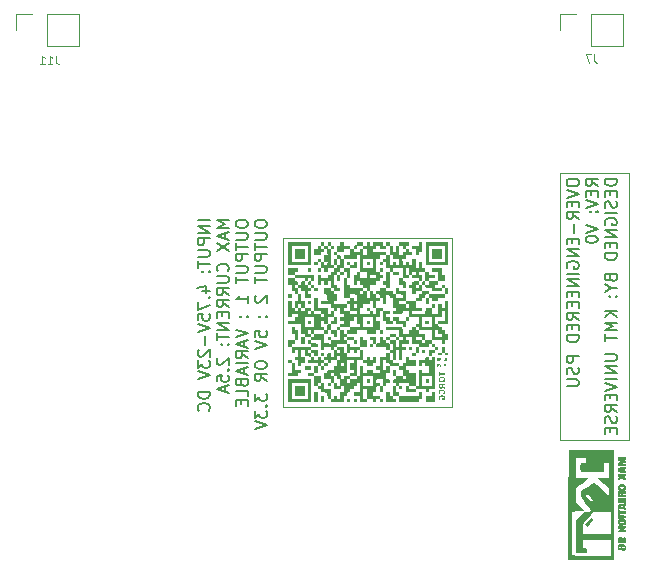
<source format=gbr>
%TF.GenerationSoftware,KiCad,Pcbnew,9.0.6-9.0.6~ubuntu22.04.1*%
%TF.CreationDate,2025-12-30T23:35:11+05:30*%
%TF.ProjectId,OverEngineered-PSU,4f766572-456e-4676-996e-65657265642d,rev?*%
%TF.SameCoordinates,Original*%
%TF.FileFunction,Legend,Bot*%
%TF.FilePolarity,Positive*%
%FSLAX46Y46*%
G04 Gerber Fmt 4.6, Leading zero omitted, Abs format (unit mm)*
G04 Created by KiCad (PCBNEW 9.0.6-9.0.6~ubuntu22.04.1) date 2025-12-30 23:35:11*
%MOMM*%
%LPD*%
G01*
G04 APERTURE LIST*
%ADD10C,0.100000*%
%ADD11C,0.200000*%
%ADD12C,0.120000*%
%ADD13C,0.000000*%
G04 APERTURE END LIST*
D10*
X125990000Y-95610000D02*
X140260000Y-95610000D01*
X140260000Y-109940000D01*
X125990000Y-109940000D01*
X125990000Y-95610000D01*
X149420000Y-90130000D02*
X155290000Y-90130000D01*
X155290000Y-112670000D01*
X149420000Y-112670000D01*
X149420000Y-90130000D01*
D11*
X149997331Y-90810149D02*
X149997331Y-91000625D01*
X149997331Y-91000625D02*
X150044950Y-91095863D01*
X150044950Y-91095863D02*
X150140188Y-91191101D01*
X150140188Y-91191101D02*
X150330664Y-91238720D01*
X150330664Y-91238720D02*
X150663997Y-91238720D01*
X150663997Y-91238720D02*
X150854473Y-91191101D01*
X150854473Y-91191101D02*
X150949712Y-91095863D01*
X150949712Y-91095863D02*
X150997331Y-91000625D01*
X150997331Y-91000625D02*
X150997331Y-90810149D01*
X150997331Y-90810149D02*
X150949712Y-90714911D01*
X150949712Y-90714911D02*
X150854473Y-90619673D01*
X150854473Y-90619673D02*
X150663997Y-90572054D01*
X150663997Y-90572054D02*
X150330664Y-90572054D01*
X150330664Y-90572054D02*
X150140188Y-90619673D01*
X150140188Y-90619673D02*
X150044950Y-90714911D01*
X150044950Y-90714911D02*
X149997331Y-90810149D01*
X149997331Y-91524435D02*
X150997331Y-91857768D01*
X150997331Y-91857768D02*
X149997331Y-92191101D01*
X150473521Y-92524435D02*
X150473521Y-92857768D01*
X150997331Y-93000625D02*
X150997331Y-92524435D01*
X150997331Y-92524435D02*
X149997331Y-92524435D01*
X149997331Y-92524435D02*
X149997331Y-93000625D01*
X150997331Y-94000625D02*
X150521140Y-93667292D01*
X150997331Y-93429197D02*
X149997331Y-93429197D01*
X149997331Y-93429197D02*
X149997331Y-93810149D01*
X149997331Y-93810149D02*
X150044950Y-93905387D01*
X150044950Y-93905387D02*
X150092569Y-93953006D01*
X150092569Y-93953006D02*
X150187807Y-94000625D01*
X150187807Y-94000625D02*
X150330664Y-94000625D01*
X150330664Y-94000625D02*
X150425902Y-93953006D01*
X150425902Y-93953006D02*
X150473521Y-93905387D01*
X150473521Y-93905387D02*
X150521140Y-93810149D01*
X150521140Y-93810149D02*
X150521140Y-93429197D01*
X150616378Y-94429197D02*
X150616378Y-95191102D01*
X150473521Y-95667292D02*
X150473521Y-96000625D01*
X150997331Y-96143482D02*
X150997331Y-95667292D01*
X150997331Y-95667292D02*
X149997331Y-95667292D01*
X149997331Y-95667292D02*
X149997331Y-96143482D01*
X150997331Y-96572054D02*
X149997331Y-96572054D01*
X149997331Y-96572054D02*
X150997331Y-97143482D01*
X150997331Y-97143482D02*
X149997331Y-97143482D01*
X150044950Y-98143482D02*
X149997331Y-98048244D01*
X149997331Y-98048244D02*
X149997331Y-97905387D01*
X149997331Y-97905387D02*
X150044950Y-97762530D01*
X150044950Y-97762530D02*
X150140188Y-97667292D01*
X150140188Y-97667292D02*
X150235426Y-97619673D01*
X150235426Y-97619673D02*
X150425902Y-97572054D01*
X150425902Y-97572054D02*
X150568759Y-97572054D01*
X150568759Y-97572054D02*
X150759235Y-97619673D01*
X150759235Y-97619673D02*
X150854473Y-97667292D01*
X150854473Y-97667292D02*
X150949712Y-97762530D01*
X150949712Y-97762530D02*
X150997331Y-97905387D01*
X150997331Y-97905387D02*
X150997331Y-98000625D01*
X150997331Y-98000625D02*
X150949712Y-98143482D01*
X150949712Y-98143482D02*
X150902092Y-98191101D01*
X150902092Y-98191101D02*
X150568759Y-98191101D01*
X150568759Y-98191101D02*
X150568759Y-98000625D01*
X150997331Y-98619673D02*
X149997331Y-98619673D01*
X150997331Y-99095863D02*
X149997331Y-99095863D01*
X149997331Y-99095863D02*
X150997331Y-99667291D01*
X150997331Y-99667291D02*
X149997331Y-99667291D01*
X150473521Y-100143482D02*
X150473521Y-100476815D01*
X150997331Y-100619672D02*
X150997331Y-100143482D01*
X150997331Y-100143482D02*
X149997331Y-100143482D01*
X149997331Y-100143482D02*
X149997331Y-100619672D01*
X150473521Y-101048244D02*
X150473521Y-101381577D01*
X150997331Y-101524434D02*
X150997331Y-101048244D01*
X150997331Y-101048244D02*
X149997331Y-101048244D01*
X149997331Y-101048244D02*
X149997331Y-101524434D01*
X150997331Y-102524434D02*
X150521140Y-102191101D01*
X150997331Y-101953006D02*
X149997331Y-101953006D01*
X149997331Y-101953006D02*
X149997331Y-102333958D01*
X149997331Y-102333958D02*
X150044950Y-102429196D01*
X150044950Y-102429196D02*
X150092569Y-102476815D01*
X150092569Y-102476815D02*
X150187807Y-102524434D01*
X150187807Y-102524434D02*
X150330664Y-102524434D01*
X150330664Y-102524434D02*
X150425902Y-102476815D01*
X150425902Y-102476815D02*
X150473521Y-102429196D01*
X150473521Y-102429196D02*
X150521140Y-102333958D01*
X150521140Y-102333958D02*
X150521140Y-101953006D01*
X150473521Y-102953006D02*
X150473521Y-103286339D01*
X150997331Y-103429196D02*
X150997331Y-102953006D01*
X150997331Y-102953006D02*
X149997331Y-102953006D01*
X149997331Y-102953006D02*
X149997331Y-103429196D01*
X150997331Y-103857768D02*
X149997331Y-103857768D01*
X149997331Y-103857768D02*
X149997331Y-104095863D01*
X149997331Y-104095863D02*
X150044950Y-104238720D01*
X150044950Y-104238720D02*
X150140188Y-104333958D01*
X150140188Y-104333958D02*
X150235426Y-104381577D01*
X150235426Y-104381577D02*
X150425902Y-104429196D01*
X150425902Y-104429196D02*
X150568759Y-104429196D01*
X150568759Y-104429196D02*
X150759235Y-104381577D01*
X150759235Y-104381577D02*
X150854473Y-104333958D01*
X150854473Y-104333958D02*
X150949712Y-104238720D01*
X150949712Y-104238720D02*
X150997331Y-104095863D01*
X150997331Y-104095863D02*
X150997331Y-103857768D01*
X150997331Y-105619673D02*
X149997331Y-105619673D01*
X149997331Y-105619673D02*
X149997331Y-106000625D01*
X149997331Y-106000625D02*
X150044950Y-106095863D01*
X150044950Y-106095863D02*
X150092569Y-106143482D01*
X150092569Y-106143482D02*
X150187807Y-106191101D01*
X150187807Y-106191101D02*
X150330664Y-106191101D01*
X150330664Y-106191101D02*
X150425902Y-106143482D01*
X150425902Y-106143482D02*
X150473521Y-106095863D01*
X150473521Y-106095863D02*
X150521140Y-106000625D01*
X150521140Y-106000625D02*
X150521140Y-105619673D01*
X150949712Y-106572054D02*
X150997331Y-106714911D01*
X150997331Y-106714911D02*
X150997331Y-106953006D01*
X150997331Y-106953006D02*
X150949712Y-107048244D01*
X150949712Y-107048244D02*
X150902092Y-107095863D01*
X150902092Y-107095863D02*
X150806854Y-107143482D01*
X150806854Y-107143482D02*
X150711616Y-107143482D01*
X150711616Y-107143482D02*
X150616378Y-107095863D01*
X150616378Y-107095863D02*
X150568759Y-107048244D01*
X150568759Y-107048244D02*
X150521140Y-106953006D01*
X150521140Y-106953006D02*
X150473521Y-106762530D01*
X150473521Y-106762530D02*
X150425902Y-106667292D01*
X150425902Y-106667292D02*
X150378283Y-106619673D01*
X150378283Y-106619673D02*
X150283045Y-106572054D01*
X150283045Y-106572054D02*
X150187807Y-106572054D01*
X150187807Y-106572054D02*
X150092569Y-106619673D01*
X150092569Y-106619673D02*
X150044950Y-106667292D01*
X150044950Y-106667292D02*
X149997331Y-106762530D01*
X149997331Y-106762530D02*
X149997331Y-107000625D01*
X149997331Y-107000625D02*
X150044950Y-107143482D01*
X149997331Y-107572054D02*
X150806854Y-107572054D01*
X150806854Y-107572054D02*
X150902092Y-107619673D01*
X150902092Y-107619673D02*
X150949712Y-107667292D01*
X150949712Y-107667292D02*
X150997331Y-107762530D01*
X150997331Y-107762530D02*
X150997331Y-107953006D01*
X150997331Y-107953006D02*
X150949712Y-108048244D01*
X150949712Y-108048244D02*
X150902092Y-108095863D01*
X150902092Y-108095863D02*
X150806854Y-108143482D01*
X150806854Y-108143482D02*
X149997331Y-108143482D01*
X152607275Y-91191101D02*
X152131084Y-90857768D01*
X152607275Y-90619673D02*
X151607275Y-90619673D01*
X151607275Y-90619673D02*
X151607275Y-91000625D01*
X151607275Y-91000625D02*
X151654894Y-91095863D01*
X151654894Y-91095863D02*
X151702513Y-91143482D01*
X151702513Y-91143482D02*
X151797751Y-91191101D01*
X151797751Y-91191101D02*
X151940608Y-91191101D01*
X151940608Y-91191101D02*
X152035846Y-91143482D01*
X152035846Y-91143482D02*
X152083465Y-91095863D01*
X152083465Y-91095863D02*
X152131084Y-91000625D01*
X152131084Y-91000625D02*
X152131084Y-90619673D01*
X152083465Y-91619673D02*
X152083465Y-91953006D01*
X152607275Y-92095863D02*
X152607275Y-91619673D01*
X152607275Y-91619673D02*
X151607275Y-91619673D01*
X151607275Y-91619673D02*
X151607275Y-92095863D01*
X151607275Y-92381578D02*
X152607275Y-92714911D01*
X152607275Y-92714911D02*
X151607275Y-93048244D01*
X152512036Y-93381578D02*
X152559656Y-93429197D01*
X152559656Y-93429197D02*
X152607275Y-93381578D01*
X152607275Y-93381578D02*
X152559656Y-93333959D01*
X152559656Y-93333959D02*
X152512036Y-93381578D01*
X152512036Y-93381578D02*
X152607275Y-93381578D01*
X151988227Y-93381578D02*
X152035846Y-93429197D01*
X152035846Y-93429197D02*
X152083465Y-93381578D01*
X152083465Y-93381578D02*
X152035846Y-93333959D01*
X152035846Y-93333959D02*
X151988227Y-93381578D01*
X151988227Y-93381578D02*
X152083465Y-93381578D01*
X151607275Y-94476816D02*
X152607275Y-94810149D01*
X152607275Y-94810149D02*
X151607275Y-95143482D01*
X151607275Y-95667292D02*
X151607275Y-95762530D01*
X151607275Y-95762530D02*
X151654894Y-95857768D01*
X151654894Y-95857768D02*
X151702513Y-95905387D01*
X151702513Y-95905387D02*
X151797751Y-95953006D01*
X151797751Y-95953006D02*
X151988227Y-96000625D01*
X151988227Y-96000625D02*
X152226322Y-96000625D01*
X152226322Y-96000625D02*
X152416798Y-95953006D01*
X152416798Y-95953006D02*
X152512036Y-95905387D01*
X152512036Y-95905387D02*
X152559656Y-95857768D01*
X152559656Y-95857768D02*
X152607275Y-95762530D01*
X152607275Y-95762530D02*
X152607275Y-95667292D01*
X152607275Y-95667292D02*
X152559656Y-95572054D01*
X152559656Y-95572054D02*
X152512036Y-95524435D01*
X152512036Y-95524435D02*
X152416798Y-95476816D01*
X152416798Y-95476816D02*
X152226322Y-95429197D01*
X152226322Y-95429197D02*
X151988227Y-95429197D01*
X151988227Y-95429197D02*
X151797751Y-95476816D01*
X151797751Y-95476816D02*
X151702513Y-95524435D01*
X151702513Y-95524435D02*
X151654894Y-95572054D01*
X151654894Y-95572054D02*
X151607275Y-95667292D01*
X154217219Y-90619673D02*
X153217219Y-90619673D01*
X153217219Y-90619673D02*
X153217219Y-90857768D01*
X153217219Y-90857768D02*
X153264838Y-91000625D01*
X153264838Y-91000625D02*
X153360076Y-91095863D01*
X153360076Y-91095863D02*
X153455314Y-91143482D01*
X153455314Y-91143482D02*
X153645790Y-91191101D01*
X153645790Y-91191101D02*
X153788647Y-91191101D01*
X153788647Y-91191101D02*
X153979123Y-91143482D01*
X153979123Y-91143482D02*
X154074361Y-91095863D01*
X154074361Y-91095863D02*
X154169600Y-91000625D01*
X154169600Y-91000625D02*
X154217219Y-90857768D01*
X154217219Y-90857768D02*
X154217219Y-90619673D01*
X153693409Y-91619673D02*
X153693409Y-91953006D01*
X154217219Y-92095863D02*
X154217219Y-91619673D01*
X154217219Y-91619673D02*
X153217219Y-91619673D01*
X153217219Y-91619673D02*
X153217219Y-92095863D01*
X154169600Y-92476816D02*
X154217219Y-92619673D01*
X154217219Y-92619673D02*
X154217219Y-92857768D01*
X154217219Y-92857768D02*
X154169600Y-92953006D01*
X154169600Y-92953006D02*
X154121980Y-93000625D01*
X154121980Y-93000625D02*
X154026742Y-93048244D01*
X154026742Y-93048244D02*
X153931504Y-93048244D01*
X153931504Y-93048244D02*
X153836266Y-93000625D01*
X153836266Y-93000625D02*
X153788647Y-92953006D01*
X153788647Y-92953006D02*
X153741028Y-92857768D01*
X153741028Y-92857768D02*
X153693409Y-92667292D01*
X153693409Y-92667292D02*
X153645790Y-92572054D01*
X153645790Y-92572054D02*
X153598171Y-92524435D01*
X153598171Y-92524435D02*
X153502933Y-92476816D01*
X153502933Y-92476816D02*
X153407695Y-92476816D01*
X153407695Y-92476816D02*
X153312457Y-92524435D01*
X153312457Y-92524435D02*
X153264838Y-92572054D01*
X153264838Y-92572054D02*
X153217219Y-92667292D01*
X153217219Y-92667292D02*
X153217219Y-92905387D01*
X153217219Y-92905387D02*
X153264838Y-93048244D01*
X154217219Y-93476816D02*
X153217219Y-93476816D01*
X153264838Y-94476815D02*
X153217219Y-94381577D01*
X153217219Y-94381577D02*
X153217219Y-94238720D01*
X153217219Y-94238720D02*
X153264838Y-94095863D01*
X153264838Y-94095863D02*
X153360076Y-94000625D01*
X153360076Y-94000625D02*
X153455314Y-93953006D01*
X153455314Y-93953006D02*
X153645790Y-93905387D01*
X153645790Y-93905387D02*
X153788647Y-93905387D01*
X153788647Y-93905387D02*
X153979123Y-93953006D01*
X153979123Y-93953006D02*
X154074361Y-94000625D01*
X154074361Y-94000625D02*
X154169600Y-94095863D01*
X154169600Y-94095863D02*
X154217219Y-94238720D01*
X154217219Y-94238720D02*
X154217219Y-94333958D01*
X154217219Y-94333958D02*
X154169600Y-94476815D01*
X154169600Y-94476815D02*
X154121980Y-94524434D01*
X154121980Y-94524434D02*
X153788647Y-94524434D01*
X153788647Y-94524434D02*
X153788647Y-94333958D01*
X154217219Y-94953006D02*
X153217219Y-94953006D01*
X153217219Y-94953006D02*
X154217219Y-95524434D01*
X154217219Y-95524434D02*
X153217219Y-95524434D01*
X153693409Y-96000625D02*
X153693409Y-96333958D01*
X154217219Y-96476815D02*
X154217219Y-96000625D01*
X154217219Y-96000625D02*
X153217219Y-96000625D01*
X153217219Y-96000625D02*
X153217219Y-96476815D01*
X154217219Y-96905387D02*
X153217219Y-96905387D01*
X153217219Y-96905387D02*
X153217219Y-97143482D01*
X153217219Y-97143482D02*
X153264838Y-97286339D01*
X153264838Y-97286339D02*
X153360076Y-97381577D01*
X153360076Y-97381577D02*
X153455314Y-97429196D01*
X153455314Y-97429196D02*
X153645790Y-97476815D01*
X153645790Y-97476815D02*
X153788647Y-97476815D01*
X153788647Y-97476815D02*
X153979123Y-97429196D01*
X153979123Y-97429196D02*
X154074361Y-97381577D01*
X154074361Y-97381577D02*
X154169600Y-97286339D01*
X154169600Y-97286339D02*
X154217219Y-97143482D01*
X154217219Y-97143482D02*
X154217219Y-96905387D01*
X153693409Y-99000625D02*
X153741028Y-99143482D01*
X153741028Y-99143482D02*
X153788647Y-99191101D01*
X153788647Y-99191101D02*
X153883885Y-99238720D01*
X153883885Y-99238720D02*
X154026742Y-99238720D01*
X154026742Y-99238720D02*
X154121980Y-99191101D01*
X154121980Y-99191101D02*
X154169600Y-99143482D01*
X154169600Y-99143482D02*
X154217219Y-99048244D01*
X154217219Y-99048244D02*
X154217219Y-98667292D01*
X154217219Y-98667292D02*
X153217219Y-98667292D01*
X153217219Y-98667292D02*
X153217219Y-99000625D01*
X153217219Y-99000625D02*
X153264838Y-99095863D01*
X153264838Y-99095863D02*
X153312457Y-99143482D01*
X153312457Y-99143482D02*
X153407695Y-99191101D01*
X153407695Y-99191101D02*
X153502933Y-99191101D01*
X153502933Y-99191101D02*
X153598171Y-99143482D01*
X153598171Y-99143482D02*
X153645790Y-99095863D01*
X153645790Y-99095863D02*
X153693409Y-99000625D01*
X153693409Y-99000625D02*
X153693409Y-98667292D01*
X153741028Y-99857768D02*
X154217219Y-99857768D01*
X153217219Y-99524435D02*
X153741028Y-99857768D01*
X153741028Y-99857768D02*
X153217219Y-100191101D01*
X154121980Y-100524435D02*
X154169600Y-100572054D01*
X154169600Y-100572054D02*
X154217219Y-100524435D01*
X154217219Y-100524435D02*
X154169600Y-100476816D01*
X154169600Y-100476816D02*
X154121980Y-100524435D01*
X154121980Y-100524435D02*
X154217219Y-100524435D01*
X153598171Y-100524435D02*
X153645790Y-100572054D01*
X153645790Y-100572054D02*
X153693409Y-100524435D01*
X153693409Y-100524435D02*
X153645790Y-100476816D01*
X153645790Y-100476816D02*
X153598171Y-100524435D01*
X153598171Y-100524435D02*
X153693409Y-100524435D01*
X154217219Y-101762530D02*
X153217219Y-101762530D01*
X154217219Y-102333958D02*
X153645790Y-101905387D01*
X153217219Y-102333958D02*
X153788647Y-101762530D01*
X154217219Y-102762530D02*
X153217219Y-102762530D01*
X153217219Y-102762530D02*
X153931504Y-103095863D01*
X153931504Y-103095863D02*
X153217219Y-103429196D01*
X153217219Y-103429196D02*
X154217219Y-103429196D01*
X153217219Y-103762530D02*
X153217219Y-104333958D01*
X154217219Y-104048244D02*
X153217219Y-104048244D01*
X153217219Y-105429197D02*
X154026742Y-105429197D01*
X154026742Y-105429197D02*
X154121980Y-105476816D01*
X154121980Y-105476816D02*
X154169600Y-105524435D01*
X154169600Y-105524435D02*
X154217219Y-105619673D01*
X154217219Y-105619673D02*
X154217219Y-105810149D01*
X154217219Y-105810149D02*
X154169600Y-105905387D01*
X154169600Y-105905387D02*
X154121980Y-105953006D01*
X154121980Y-105953006D02*
X154026742Y-106000625D01*
X154026742Y-106000625D02*
X153217219Y-106000625D01*
X154217219Y-106476816D02*
X153217219Y-106476816D01*
X153217219Y-106476816D02*
X154217219Y-107048244D01*
X154217219Y-107048244D02*
X153217219Y-107048244D01*
X154217219Y-107524435D02*
X153217219Y-107524435D01*
X153217219Y-107857768D02*
X154217219Y-108191101D01*
X154217219Y-108191101D02*
X153217219Y-108524434D01*
X153693409Y-108857768D02*
X153693409Y-109191101D01*
X154217219Y-109333958D02*
X154217219Y-108857768D01*
X154217219Y-108857768D02*
X153217219Y-108857768D01*
X153217219Y-108857768D02*
X153217219Y-109333958D01*
X154217219Y-110333958D02*
X153741028Y-110000625D01*
X154217219Y-109762530D02*
X153217219Y-109762530D01*
X153217219Y-109762530D02*
X153217219Y-110143482D01*
X153217219Y-110143482D02*
X153264838Y-110238720D01*
X153264838Y-110238720D02*
X153312457Y-110286339D01*
X153312457Y-110286339D02*
X153407695Y-110333958D01*
X153407695Y-110333958D02*
X153550552Y-110333958D01*
X153550552Y-110333958D02*
X153645790Y-110286339D01*
X153645790Y-110286339D02*
X153693409Y-110238720D01*
X153693409Y-110238720D02*
X153741028Y-110143482D01*
X153741028Y-110143482D02*
X153741028Y-109762530D01*
X154169600Y-110714911D02*
X154217219Y-110857768D01*
X154217219Y-110857768D02*
X154217219Y-111095863D01*
X154217219Y-111095863D02*
X154169600Y-111191101D01*
X154169600Y-111191101D02*
X154121980Y-111238720D01*
X154121980Y-111238720D02*
X154026742Y-111286339D01*
X154026742Y-111286339D02*
X153931504Y-111286339D01*
X153931504Y-111286339D02*
X153836266Y-111238720D01*
X153836266Y-111238720D02*
X153788647Y-111191101D01*
X153788647Y-111191101D02*
X153741028Y-111095863D01*
X153741028Y-111095863D02*
X153693409Y-110905387D01*
X153693409Y-110905387D02*
X153645790Y-110810149D01*
X153645790Y-110810149D02*
X153598171Y-110762530D01*
X153598171Y-110762530D02*
X153502933Y-110714911D01*
X153502933Y-110714911D02*
X153407695Y-110714911D01*
X153407695Y-110714911D02*
X153312457Y-110762530D01*
X153312457Y-110762530D02*
X153264838Y-110810149D01*
X153264838Y-110810149D02*
X153217219Y-110905387D01*
X153217219Y-110905387D02*
X153217219Y-111143482D01*
X153217219Y-111143482D02*
X153264838Y-111286339D01*
X153693409Y-111714911D02*
X153693409Y-112048244D01*
X154217219Y-112191101D02*
X154217219Y-111714911D01*
X154217219Y-111714911D02*
X153217219Y-111714911D01*
X153217219Y-111714911D02*
X153217219Y-112191101D01*
X119757387Y-94119673D02*
X118757387Y-94119673D01*
X119757387Y-94595863D02*
X118757387Y-94595863D01*
X118757387Y-94595863D02*
X119757387Y-95167291D01*
X119757387Y-95167291D02*
X118757387Y-95167291D01*
X119757387Y-95643482D02*
X118757387Y-95643482D01*
X118757387Y-95643482D02*
X118757387Y-96024434D01*
X118757387Y-96024434D02*
X118805006Y-96119672D01*
X118805006Y-96119672D02*
X118852625Y-96167291D01*
X118852625Y-96167291D02*
X118947863Y-96214910D01*
X118947863Y-96214910D02*
X119090720Y-96214910D01*
X119090720Y-96214910D02*
X119185958Y-96167291D01*
X119185958Y-96167291D02*
X119233577Y-96119672D01*
X119233577Y-96119672D02*
X119281196Y-96024434D01*
X119281196Y-96024434D02*
X119281196Y-95643482D01*
X118757387Y-96643482D02*
X119566910Y-96643482D01*
X119566910Y-96643482D02*
X119662148Y-96691101D01*
X119662148Y-96691101D02*
X119709768Y-96738720D01*
X119709768Y-96738720D02*
X119757387Y-96833958D01*
X119757387Y-96833958D02*
X119757387Y-97024434D01*
X119757387Y-97024434D02*
X119709768Y-97119672D01*
X119709768Y-97119672D02*
X119662148Y-97167291D01*
X119662148Y-97167291D02*
X119566910Y-97214910D01*
X119566910Y-97214910D02*
X118757387Y-97214910D01*
X118757387Y-97548244D02*
X118757387Y-98119672D01*
X119757387Y-97833958D02*
X118757387Y-97833958D01*
X119662148Y-98453006D02*
X119709768Y-98500625D01*
X119709768Y-98500625D02*
X119757387Y-98453006D01*
X119757387Y-98453006D02*
X119709768Y-98405387D01*
X119709768Y-98405387D02*
X119662148Y-98453006D01*
X119662148Y-98453006D02*
X119757387Y-98453006D01*
X119138339Y-98453006D02*
X119185958Y-98500625D01*
X119185958Y-98500625D02*
X119233577Y-98453006D01*
X119233577Y-98453006D02*
X119185958Y-98405387D01*
X119185958Y-98405387D02*
X119138339Y-98453006D01*
X119138339Y-98453006D02*
X119233577Y-98453006D01*
X119090720Y-100119672D02*
X119757387Y-100119672D01*
X118709768Y-99881577D02*
X119424053Y-99643482D01*
X119424053Y-99643482D02*
X119424053Y-100262529D01*
X119662148Y-100643482D02*
X119709768Y-100691101D01*
X119709768Y-100691101D02*
X119757387Y-100643482D01*
X119757387Y-100643482D02*
X119709768Y-100595863D01*
X119709768Y-100595863D02*
X119662148Y-100643482D01*
X119662148Y-100643482D02*
X119757387Y-100643482D01*
X118757387Y-101024434D02*
X118757387Y-101691100D01*
X118757387Y-101691100D02*
X119757387Y-101262529D01*
X118757387Y-102548243D02*
X118757387Y-102072053D01*
X118757387Y-102072053D02*
X119233577Y-102024434D01*
X119233577Y-102024434D02*
X119185958Y-102072053D01*
X119185958Y-102072053D02*
X119138339Y-102167291D01*
X119138339Y-102167291D02*
X119138339Y-102405386D01*
X119138339Y-102405386D02*
X119185958Y-102500624D01*
X119185958Y-102500624D02*
X119233577Y-102548243D01*
X119233577Y-102548243D02*
X119328815Y-102595862D01*
X119328815Y-102595862D02*
X119566910Y-102595862D01*
X119566910Y-102595862D02*
X119662148Y-102548243D01*
X119662148Y-102548243D02*
X119709768Y-102500624D01*
X119709768Y-102500624D02*
X119757387Y-102405386D01*
X119757387Y-102405386D02*
X119757387Y-102167291D01*
X119757387Y-102167291D02*
X119709768Y-102072053D01*
X119709768Y-102072053D02*
X119662148Y-102024434D01*
X118757387Y-102881577D02*
X119757387Y-103214910D01*
X119757387Y-103214910D02*
X118757387Y-103548243D01*
X119376434Y-103881577D02*
X119376434Y-104643482D01*
X118852625Y-105072053D02*
X118805006Y-105119672D01*
X118805006Y-105119672D02*
X118757387Y-105214910D01*
X118757387Y-105214910D02*
X118757387Y-105453005D01*
X118757387Y-105453005D02*
X118805006Y-105548243D01*
X118805006Y-105548243D02*
X118852625Y-105595862D01*
X118852625Y-105595862D02*
X118947863Y-105643481D01*
X118947863Y-105643481D02*
X119043101Y-105643481D01*
X119043101Y-105643481D02*
X119185958Y-105595862D01*
X119185958Y-105595862D02*
X119757387Y-105024434D01*
X119757387Y-105024434D02*
X119757387Y-105643481D01*
X118757387Y-105976815D02*
X118757387Y-106595862D01*
X118757387Y-106595862D02*
X119138339Y-106262529D01*
X119138339Y-106262529D02*
X119138339Y-106405386D01*
X119138339Y-106405386D02*
X119185958Y-106500624D01*
X119185958Y-106500624D02*
X119233577Y-106548243D01*
X119233577Y-106548243D02*
X119328815Y-106595862D01*
X119328815Y-106595862D02*
X119566910Y-106595862D01*
X119566910Y-106595862D02*
X119662148Y-106548243D01*
X119662148Y-106548243D02*
X119709768Y-106500624D01*
X119709768Y-106500624D02*
X119757387Y-106405386D01*
X119757387Y-106405386D02*
X119757387Y-106119672D01*
X119757387Y-106119672D02*
X119709768Y-106024434D01*
X119709768Y-106024434D02*
X119662148Y-105976815D01*
X118757387Y-106881577D02*
X119757387Y-107214910D01*
X119757387Y-107214910D02*
X118757387Y-107548243D01*
X119757387Y-108643482D02*
X118757387Y-108643482D01*
X118757387Y-108643482D02*
X118757387Y-108881577D01*
X118757387Y-108881577D02*
X118805006Y-109024434D01*
X118805006Y-109024434D02*
X118900244Y-109119672D01*
X118900244Y-109119672D02*
X118995482Y-109167291D01*
X118995482Y-109167291D02*
X119185958Y-109214910D01*
X119185958Y-109214910D02*
X119328815Y-109214910D01*
X119328815Y-109214910D02*
X119519291Y-109167291D01*
X119519291Y-109167291D02*
X119614529Y-109119672D01*
X119614529Y-109119672D02*
X119709768Y-109024434D01*
X119709768Y-109024434D02*
X119757387Y-108881577D01*
X119757387Y-108881577D02*
X119757387Y-108643482D01*
X119662148Y-110214910D02*
X119709768Y-110167291D01*
X119709768Y-110167291D02*
X119757387Y-110024434D01*
X119757387Y-110024434D02*
X119757387Y-109929196D01*
X119757387Y-109929196D02*
X119709768Y-109786339D01*
X119709768Y-109786339D02*
X119614529Y-109691101D01*
X119614529Y-109691101D02*
X119519291Y-109643482D01*
X119519291Y-109643482D02*
X119328815Y-109595863D01*
X119328815Y-109595863D02*
X119185958Y-109595863D01*
X119185958Y-109595863D02*
X118995482Y-109643482D01*
X118995482Y-109643482D02*
X118900244Y-109691101D01*
X118900244Y-109691101D02*
X118805006Y-109786339D01*
X118805006Y-109786339D02*
X118757387Y-109929196D01*
X118757387Y-109929196D02*
X118757387Y-110024434D01*
X118757387Y-110024434D02*
X118805006Y-110167291D01*
X118805006Y-110167291D02*
X118852625Y-110214910D01*
X121367331Y-94119673D02*
X120367331Y-94119673D01*
X120367331Y-94119673D02*
X121081616Y-94453006D01*
X121081616Y-94453006D02*
X120367331Y-94786339D01*
X120367331Y-94786339D02*
X121367331Y-94786339D01*
X121081616Y-95214911D02*
X121081616Y-95691101D01*
X121367331Y-95119673D02*
X120367331Y-95453006D01*
X120367331Y-95453006D02*
X121367331Y-95786339D01*
X120367331Y-96024435D02*
X121367331Y-96691101D01*
X120367331Y-96691101D02*
X121367331Y-96024435D01*
X121272092Y-98405387D02*
X121319712Y-98357768D01*
X121319712Y-98357768D02*
X121367331Y-98214911D01*
X121367331Y-98214911D02*
X121367331Y-98119673D01*
X121367331Y-98119673D02*
X121319712Y-97976816D01*
X121319712Y-97976816D02*
X121224473Y-97881578D01*
X121224473Y-97881578D02*
X121129235Y-97833959D01*
X121129235Y-97833959D02*
X120938759Y-97786340D01*
X120938759Y-97786340D02*
X120795902Y-97786340D01*
X120795902Y-97786340D02*
X120605426Y-97833959D01*
X120605426Y-97833959D02*
X120510188Y-97881578D01*
X120510188Y-97881578D02*
X120414950Y-97976816D01*
X120414950Y-97976816D02*
X120367331Y-98119673D01*
X120367331Y-98119673D02*
X120367331Y-98214911D01*
X120367331Y-98214911D02*
X120414950Y-98357768D01*
X120414950Y-98357768D02*
X120462569Y-98405387D01*
X120367331Y-98833959D02*
X121176854Y-98833959D01*
X121176854Y-98833959D02*
X121272092Y-98881578D01*
X121272092Y-98881578D02*
X121319712Y-98929197D01*
X121319712Y-98929197D02*
X121367331Y-99024435D01*
X121367331Y-99024435D02*
X121367331Y-99214911D01*
X121367331Y-99214911D02*
X121319712Y-99310149D01*
X121319712Y-99310149D02*
X121272092Y-99357768D01*
X121272092Y-99357768D02*
X121176854Y-99405387D01*
X121176854Y-99405387D02*
X120367331Y-99405387D01*
X121367331Y-100453006D02*
X120891140Y-100119673D01*
X121367331Y-99881578D02*
X120367331Y-99881578D01*
X120367331Y-99881578D02*
X120367331Y-100262530D01*
X120367331Y-100262530D02*
X120414950Y-100357768D01*
X120414950Y-100357768D02*
X120462569Y-100405387D01*
X120462569Y-100405387D02*
X120557807Y-100453006D01*
X120557807Y-100453006D02*
X120700664Y-100453006D01*
X120700664Y-100453006D02*
X120795902Y-100405387D01*
X120795902Y-100405387D02*
X120843521Y-100357768D01*
X120843521Y-100357768D02*
X120891140Y-100262530D01*
X120891140Y-100262530D02*
X120891140Y-99881578D01*
X121367331Y-101453006D02*
X120891140Y-101119673D01*
X121367331Y-100881578D02*
X120367331Y-100881578D01*
X120367331Y-100881578D02*
X120367331Y-101262530D01*
X120367331Y-101262530D02*
X120414950Y-101357768D01*
X120414950Y-101357768D02*
X120462569Y-101405387D01*
X120462569Y-101405387D02*
X120557807Y-101453006D01*
X120557807Y-101453006D02*
X120700664Y-101453006D01*
X120700664Y-101453006D02*
X120795902Y-101405387D01*
X120795902Y-101405387D02*
X120843521Y-101357768D01*
X120843521Y-101357768D02*
X120891140Y-101262530D01*
X120891140Y-101262530D02*
X120891140Y-100881578D01*
X120843521Y-101881578D02*
X120843521Y-102214911D01*
X121367331Y-102357768D02*
X121367331Y-101881578D01*
X121367331Y-101881578D02*
X120367331Y-101881578D01*
X120367331Y-101881578D02*
X120367331Y-102357768D01*
X121367331Y-102786340D02*
X120367331Y-102786340D01*
X120367331Y-102786340D02*
X121367331Y-103357768D01*
X121367331Y-103357768D02*
X120367331Y-103357768D01*
X120367331Y-103691102D02*
X120367331Y-104262530D01*
X121367331Y-103976816D02*
X120367331Y-103976816D01*
X121272092Y-104595864D02*
X121319712Y-104643483D01*
X121319712Y-104643483D02*
X121367331Y-104595864D01*
X121367331Y-104595864D02*
X121319712Y-104548245D01*
X121319712Y-104548245D02*
X121272092Y-104595864D01*
X121272092Y-104595864D02*
X121367331Y-104595864D01*
X120748283Y-104595864D02*
X120795902Y-104643483D01*
X120795902Y-104643483D02*
X120843521Y-104595864D01*
X120843521Y-104595864D02*
X120795902Y-104548245D01*
X120795902Y-104548245D02*
X120748283Y-104595864D01*
X120748283Y-104595864D02*
X120843521Y-104595864D01*
X120462569Y-105786340D02*
X120414950Y-105833959D01*
X120414950Y-105833959D02*
X120367331Y-105929197D01*
X120367331Y-105929197D02*
X120367331Y-106167292D01*
X120367331Y-106167292D02*
X120414950Y-106262530D01*
X120414950Y-106262530D02*
X120462569Y-106310149D01*
X120462569Y-106310149D02*
X120557807Y-106357768D01*
X120557807Y-106357768D02*
X120653045Y-106357768D01*
X120653045Y-106357768D02*
X120795902Y-106310149D01*
X120795902Y-106310149D02*
X121367331Y-105738721D01*
X121367331Y-105738721D02*
X121367331Y-106357768D01*
X121272092Y-106786340D02*
X121319712Y-106833959D01*
X121319712Y-106833959D02*
X121367331Y-106786340D01*
X121367331Y-106786340D02*
X121319712Y-106738721D01*
X121319712Y-106738721D02*
X121272092Y-106786340D01*
X121272092Y-106786340D02*
X121367331Y-106786340D01*
X120367331Y-107738720D02*
X120367331Y-107262530D01*
X120367331Y-107262530D02*
X120843521Y-107214911D01*
X120843521Y-107214911D02*
X120795902Y-107262530D01*
X120795902Y-107262530D02*
X120748283Y-107357768D01*
X120748283Y-107357768D02*
X120748283Y-107595863D01*
X120748283Y-107595863D02*
X120795902Y-107691101D01*
X120795902Y-107691101D02*
X120843521Y-107738720D01*
X120843521Y-107738720D02*
X120938759Y-107786339D01*
X120938759Y-107786339D02*
X121176854Y-107786339D01*
X121176854Y-107786339D02*
X121272092Y-107738720D01*
X121272092Y-107738720D02*
X121319712Y-107691101D01*
X121319712Y-107691101D02*
X121367331Y-107595863D01*
X121367331Y-107595863D02*
X121367331Y-107357768D01*
X121367331Y-107357768D02*
X121319712Y-107262530D01*
X121319712Y-107262530D02*
X121272092Y-107214911D01*
X121081616Y-108167292D02*
X121081616Y-108643482D01*
X121367331Y-108072054D02*
X120367331Y-108405387D01*
X120367331Y-108405387D02*
X121367331Y-108738720D01*
X121977275Y-94310149D02*
X121977275Y-94500625D01*
X121977275Y-94500625D02*
X122024894Y-94595863D01*
X122024894Y-94595863D02*
X122120132Y-94691101D01*
X122120132Y-94691101D02*
X122310608Y-94738720D01*
X122310608Y-94738720D02*
X122643941Y-94738720D01*
X122643941Y-94738720D02*
X122834417Y-94691101D01*
X122834417Y-94691101D02*
X122929656Y-94595863D01*
X122929656Y-94595863D02*
X122977275Y-94500625D01*
X122977275Y-94500625D02*
X122977275Y-94310149D01*
X122977275Y-94310149D02*
X122929656Y-94214911D01*
X122929656Y-94214911D02*
X122834417Y-94119673D01*
X122834417Y-94119673D02*
X122643941Y-94072054D01*
X122643941Y-94072054D02*
X122310608Y-94072054D01*
X122310608Y-94072054D02*
X122120132Y-94119673D01*
X122120132Y-94119673D02*
X122024894Y-94214911D01*
X122024894Y-94214911D02*
X121977275Y-94310149D01*
X121977275Y-95167292D02*
X122786798Y-95167292D01*
X122786798Y-95167292D02*
X122882036Y-95214911D01*
X122882036Y-95214911D02*
X122929656Y-95262530D01*
X122929656Y-95262530D02*
X122977275Y-95357768D01*
X122977275Y-95357768D02*
X122977275Y-95548244D01*
X122977275Y-95548244D02*
X122929656Y-95643482D01*
X122929656Y-95643482D02*
X122882036Y-95691101D01*
X122882036Y-95691101D02*
X122786798Y-95738720D01*
X122786798Y-95738720D02*
X121977275Y-95738720D01*
X121977275Y-96072054D02*
X121977275Y-96643482D01*
X122977275Y-96357768D02*
X121977275Y-96357768D01*
X122977275Y-96976816D02*
X121977275Y-96976816D01*
X121977275Y-96976816D02*
X121977275Y-97357768D01*
X121977275Y-97357768D02*
X122024894Y-97453006D01*
X122024894Y-97453006D02*
X122072513Y-97500625D01*
X122072513Y-97500625D02*
X122167751Y-97548244D01*
X122167751Y-97548244D02*
X122310608Y-97548244D01*
X122310608Y-97548244D02*
X122405846Y-97500625D01*
X122405846Y-97500625D02*
X122453465Y-97453006D01*
X122453465Y-97453006D02*
X122501084Y-97357768D01*
X122501084Y-97357768D02*
X122501084Y-96976816D01*
X121977275Y-97976816D02*
X122786798Y-97976816D01*
X122786798Y-97976816D02*
X122882036Y-98024435D01*
X122882036Y-98024435D02*
X122929656Y-98072054D01*
X122929656Y-98072054D02*
X122977275Y-98167292D01*
X122977275Y-98167292D02*
X122977275Y-98357768D01*
X122977275Y-98357768D02*
X122929656Y-98453006D01*
X122929656Y-98453006D02*
X122882036Y-98500625D01*
X122882036Y-98500625D02*
X122786798Y-98548244D01*
X122786798Y-98548244D02*
X121977275Y-98548244D01*
X121977275Y-98881578D02*
X121977275Y-99453006D01*
X122977275Y-99167292D02*
X121977275Y-99167292D01*
X122977275Y-101072054D02*
X122977275Y-100500626D01*
X122977275Y-100786340D02*
X121977275Y-100786340D01*
X121977275Y-100786340D02*
X122120132Y-100691102D01*
X122120132Y-100691102D02*
X122215370Y-100595864D01*
X122215370Y-100595864D02*
X122262989Y-100500626D01*
X122882036Y-102262531D02*
X122929656Y-102310150D01*
X122929656Y-102310150D02*
X122977275Y-102262531D01*
X122977275Y-102262531D02*
X122929656Y-102214912D01*
X122929656Y-102214912D02*
X122882036Y-102262531D01*
X122882036Y-102262531D02*
X122977275Y-102262531D01*
X122358227Y-102262531D02*
X122405846Y-102310150D01*
X122405846Y-102310150D02*
X122453465Y-102262531D01*
X122453465Y-102262531D02*
X122405846Y-102214912D01*
X122405846Y-102214912D02*
X122358227Y-102262531D01*
X122358227Y-102262531D02*
X122453465Y-102262531D01*
X121977275Y-103357769D02*
X122977275Y-103691102D01*
X122977275Y-103691102D02*
X121977275Y-104024435D01*
X122691560Y-104310150D02*
X122691560Y-104786340D01*
X122977275Y-104214912D02*
X121977275Y-104548245D01*
X121977275Y-104548245D02*
X122977275Y-104881578D01*
X122977275Y-105786340D02*
X122501084Y-105453007D01*
X122977275Y-105214912D02*
X121977275Y-105214912D01*
X121977275Y-105214912D02*
X121977275Y-105595864D01*
X121977275Y-105595864D02*
X122024894Y-105691102D01*
X122024894Y-105691102D02*
X122072513Y-105738721D01*
X122072513Y-105738721D02*
X122167751Y-105786340D01*
X122167751Y-105786340D02*
X122310608Y-105786340D01*
X122310608Y-105786340D02*
X122405846Y-105738721D01*
X122405846Y-105738721D02*
X122453465Y-105691102D01*
X122453465Y-105691102D02*
X122501084Y-105595864D01*
X122501084Y-105595864D02*
X122501084Y-105214912D01*
X122977275Y-106214912D02*
X121977275Y-106214912D01*
X122691560Y-106643483D02*
X122691560Y-107119673D01*
X122977275Y-106548245D02*
X121977275Y-106881578D01*
X121977275Y-106881578D02*
X122977275Y-107214911D01*
X122453465Y-107881578D02*
X122501084Y-108024435D01*
X122501084Y-108024435D02*
X122548703Y-108072054D01*
X122548703Y-108072054D02*
X122643941Y-108119673D01*
X122643941Y-108119673D02*
X122786798Y-108119673D01*
X122786798Y-108119673D02*
X122882036Y-108072054D01*
X122882036Y-108072054D02*
X122929656Y-108024435D01*
X122929656Y-108024435D02*
X122977275Y-107929197D01*
X122977275Y-107929197D02*
X122977275Y-107548245D01*
X122977275Y-107548245D02*
X121977275Y-107548245D01*
X121977275Y-107548245D02*
X121977275Y-107881578D01*
X121977275Y-107881578D02*
X122024894Y-107976816D01*
X122024894Y-107976816D02*
X122072513Y-108024435D01*
X122072513Y-108024435D02*
X122167751Y-108072054D01*
X122167751Y-108072054D02*
X122262989Y-108072054D01*
X122262989Y-108072054D02*
X122358227Y-108024435D01*
X122358227Y-108024435D02*
X122405846Y-107976816D01*
X122405846Y-107976816D02*
X122453465Y-107881578D01*
X122453465Y-107881578D02*
X122453465Y-107548245D01*
X122977275Y-109024435D02*
X122977275Y-108548245D01*
X122977275Y-108548245D02*
X121977275Y-108548245D01*
X122453465Y-109357769D02*
X122453465Y-109691102D01*
X122977275Y-109833959D02*
X122977275Y-109357769D01*
X122977275Y-109357769D02*
X121977275Y-109357769D01*
X121977275Y-109357769D02*
X121977275Y-109833959D01*
X123587219Y-94310149D02*
X123587219Y-94500625D01*
X123587219Y-94500625D02*
X123634838Y-94595863D01*
X123634838Y-94595863D02*
X123730076Y-94691101D01*
X123730076Y-94691101D02*
X123920552Y-94738720D01*
X123920552Y-94738720D02*
X124253885Y-94738720D01*
X124253885Y-94738720D02*
X124444361Y-94691101D01*
X124444361Y-94691101D02*
X124539600Y-94595863D01*
X124539600Y-94595863D02*
X124587219Y-94500625D01*
X124587219Y-94500625D02*
X124587219Y-94310149D01*
X124587219Y-94310149D02*
X124539600Y-94214911D01*
X124539600Y-94214911D02*
X124444361Y-94119673D01*
X124444361Y-94119673D02*
X124253885Y-94072054D01*
X124253885Y-94072054D02*
X123920552Y-94072054D01*
X123920552Y-94072054D02*
X123730076Y-94119673D01*
X123730076Y-94119673D02*
X123634838Y-94214911D01*
X123634838Y-94214911D02*
X123587219Y-94310149D01*
X123587219Y-95167292D02*
X124396742Y-95167292D01*
X124396742Y-95167292D02*
X124491980Y-95214911D01*
X124491980Y-95214911D02*
X124539600Y-95262530D01*
X124539600Y-95262530D02*
X124587219Y-95357768D01*
X124587219Y-95357768D02*
X124587219Y-95548244D01*
X124587219Y-95548244D02*
X124539600Y-95643482D01*
X124539600Y-95643482D02*
X124491980Y-95691101D01*
X124491980Y-95691101D02*
X124396742Y-95738720D01*
X124396742Y-95738720D02*
X123587219Y-95738720D01*
X123587219Y-96072054D02*
X123587219Y-96643482D01*
X124587219Y-96357768D02*
X123587219Y-96357768D01*
X124587219Y-96976816D02*
X123587219Y-96976816D01*
X123587219Y-96976816D02*
X123587219Y-97357768D01*
X123587219Y-97357768D02*
X123634838Y-97453006D01*
X123634838Y-97453006D02*
X123682457Y-97500625D01*
X123682457Y-97500625D02*
X123777695Y-97548244D01*
X123777695Y-97548244D02*
X123920552Y-97548244D01*
X123920552Y-97548244D02*
X124015790Y-97500625D01*
X124015790Y-97500625D02*
X124063409Y-97453006D01*
X124063409Y-97453006D02*
X124111028Y-97357768D01*
X124111028Y-97357768D02*
X124111028Y-96976816D01*
X123587219Y-97976816D02*
X124396742Y-97976816D01*
X124396742Y-97976816D02*
X124491980Y-98024435D01*
X124491980Y-98024435D02*
X124539600Y-98072054D01*
X124539600Y-98072054D02*
X124587219Y-98167292D01*
X124587219Y-98167292D02*
X124587219Y-98357768D01*
X124587219Y-98357768D02*
X124539600Y-98453006D01*
X124539600Y-98453006D02*
X124491980Y-98500625D01*
X124491980Y-98500625D02*
X124396742Y-98548244D01*
X124396742Y-98548244D02*
X123587219Y-98548244D01*
X123587219Y-98881578D02*
X123587219Y-99453006D01*
X124587219Y-99167292D02*
X123587219Y-99167292D01*
X123682457Y-100500626D02*
X123634838Y-100548245D01*
X123634838Y-100548245D02*
X123587219Y-100643483D01*
X123587219Y-100643483D02*
X123587219Y-100881578D01*
X123587219Y-100881578D02*
X123634838Y-100976816D01*
X123634838Y-100976816D02*
X123682457Y-101024435D01*
X123682457Y-101024435D02*
X123777695Y-101072054D01*
X123777695Y-101072054D02*
X123872933Y-101072054D01*
X123872933Y-101072054D02*
X124015790Y-101024435D01*
X124015790Y-101024435D02*
X124587219Y-100453007D01*
X124587219Y-100453007D02*
X124587219Y-101072054D01*
X124491980Y-102262531D02*
X124539600Y-102310150D01*
X124539600Y-102310150D02*
X124587219Y-102262531D01*
X124587219Y-102262531D02*
X124539600Y-102214912D01*
X124539600Y-102214912D02*
X124491980Y-102262531D01*
X124491980Y-102262531D02*
X124587219Y-102262531D01*
X123968171Y-102262531D02*
X124015790Y-102310150D01*
X124015790Y-102310150D02*
X124063409Y-102262531D01*
X124063409Y-102262531D02*
X124015790Y-102214912D01*
X124015790Y-102214912D02*
X123968171Y-102262531D01*
X123968171Y-102262531D02*
X124063409Y-102262531D01*
X123587219Y-103976816D02*
X123587219Y-103500626D01*
X123587219Y-103500626D02*
X124063409Y-103453007D01*
X124063409Y-103453007D02*
X124015790Y-103500626D01*
X124015790Y-103500626D02*
X123968171Y-103595864D01*
X123968171Y-103595864D02*
X123968171Y-103833959D01*
X123968171Y-103833959D02*
X124015790Y-103929197D01*
X124015790Y-103929197D02*
X124063409Y-103976816D01*
X124063409Y-103976816D02*
X124158647Y-104024435D01*
X124158647Y-104024435D02*
X124396742Y-104024435D01*
X124396742Y-104024435D02*
X124491980Y-103976816D01*
X124491980Y-103976816D02*
X124539600Y-103929197D01*
X124539600Y-103929197D02*
X124587219Y-103833959D01*
X124587219Y-103833959D02*
X124587219Y-103595864D01*
X124587219Y-103595864D02*
X124539600Y-103500626D01*
X124539600Y-103500626D02*
X124491980Y-103453007D01*
X123587219Y-104310150D02*
X124587219Y-104643483D01*
X124587219Y-104643483D02*
X123587219Y-104976816D01*
X123587219Y-106262531D02*
X123587219Y-106453007D01*
X123587219Y-106453007D02*
X123634838Y-106548245D01*
X123634838Y-106548245D02*
X123730076Y-106643483D01*
X123730076Y-106643483D02*
X123920552Y-106691102D01*
X123920552Y-106691102D02*
X124253885Y-106691102D01*
X124253885Y-106691102D02*
X124444361Y-106643483D01*
X124444361Y-106643483D02*
X124539600Y-106548245D01*
X124539600Y-106548245D02*
X124587219Y-106453007D01*
X124587219Y-106453007D02*
X124587219Y-106262531D01*
X124587219Y-106262531D02*
X124539600Y-106167293D01*
X124539600Y-106167293D02*
X124444361Y-106072055D01*
X124444361Y-106072055D02*
X124253885Y-106024436D01*
X124253885Y-106024436D02*
X123920552Y-106024436D01*
X123920552Y-106024436D02*
X123730076Y-106072055D01*
X123730076Y-106072055D02*
X123634838Y-106167293D01*
X123634838Y-106167293D02*
X123587219Y-106262531D01*
X124587219Y-107691102D02*
X124111028Y-107357769D01*
X124587219Y-107119674D02*
X123587219Y-107119674D01*
X123587219Y-107119674D02*
X123587219Y-107500626D01*
X123587219Y-107500626D02*
X123634838Y-107595864D01*
X123634838Y-107595864D02*
X123682457Y-107643483D01*
X123682457Y-107643483D02*
X123777695Y-107691102D01*
X123777695Y-107691102D02*
X123920552Y-107691102D01*
X123920552Y-107691102D02*
X124015790Y-107643483D01*
X124015790Y-107643483D02*
X124063409Y-107595864D01*
X124063409Y-107595864D02*
X124111028Y-107500626D01*
X124111028Y-107500626D02*
X124111028Y-107119674D01*
X123587219Y-108786341D02*
X123587219Y-109405388D01*
X123587219Y-109405388D02*
X123968171Y-109072055D01*
X123968171Y-109072055D02*
X123968171Y-109214912D01*
X123968171Y-109214912D02*
X124015790Y-109310150D01*
X124015790Y-109310150D02*
X124063409Y-109357769D01*
X124063409Y-109357769D02*
X124158647Y-109405388D01*
X124158647Y-109405388D02*
X124396742Y-109405388D01*
X124396742Y-109405388D02*
X124491980Y-109357769D01*
X124491980Y-109357769D02*
X124539600Y-109310150D01*
X124539600Y-109310150D02*
X124587219Y-109214912D01*
X124587219Y-109214912D02*
X124587219Y-108929198D01*
X124587219Y-108929198D02*
X124539600Y-108833960D01*
X124539600Y-108833960D02*
X124491980Y-108786341D01*
X124491980Y-109833960D02*
X124539600Y-109881579D01*
X124539600Y-109881579D02*
X124587219Y-109833960D01*
X124587219Y-109833960D02*
X124539600Y-109786341D01*
X124539600Y-109786341D02*
X124491980Y-109833960D01*
X124491980Y-109833960D02*
X124587219Y-109833960D01*
X123587219Y-110214912D02*
X123587219Y-110833959D01*
X123587219Y-110833959D02*
X123968171Y-110500626D01*
X123968171Y-110500626D02*
X123968171Y-110643483D01*
X123968171Y-110643483D02*
X124015790Y-110738721D01*
X124015790Y-110738721D02*
X124063409Y-110786340D01*
X124063409Y-110786340D02*
X124158647Y-110833959D01*
X124158647Y-110833959D02*
X124396742Y-110833959D01*
X124396742Y-110833959D02*
X124491980Y-110786340D01*
X124491980Y-110786340D02*
X124539600Y-110738721D01*
X124539600Y-110738721D02*
X124587219Y-110643483D01*
X124587219Y-110643483D02*
X124587219Y-110357769D01*
X124587219Y-110357769D02*
X124539600Y-110262531D01*
X124539600Y-110262531D02*
X124491980Y-110214912D01*
X123587219Y-111119674D02*
X124587219Y-111453007D01*
X124587219Y-111453007D02*
X123587219Y-111786340D01*
D12*
X152323333Y-80067593D02*
X152323333Y-80567593D01*
X152323333Y-80567593D02*
X152356666Y-80667593D01*
X152356666Y-80667593D02*
X152423333Y-80734260D01*
X152423333Y-80734260D02*
X152523333Y-80767593D01*
X152523333Y-80767593D02*
X152590000Y-80767593D01*
X152056667Y-80067593D02*
X151590000Y-80067593D01*
X151590000Y-80067593D02*
X151890000Y-80767593D01*
X106746666Y-80157593D02*
X106746666Y-80657593D01*
X106746666Y-80657593D02*
X106779999Y-80757593D01*
X106779999Y-80757593D02*
X106846666Y-80824260D01*
X106846666Y-80824260D02*
X106946666Y-80857593D01*
X106946666Y-80857593D02*
X107013333Y-80857593D01*
X106046666Y-80857593D02*
X106446666Y-80857593D01*
X106246666Y-80857593D02*
X106246666Y-80157593D01*
X106246666Y-80157593D02*
X106313333Y-80257593D01*
X106313333Y-80257593D02*
X106380000Y-80324260D01*
X106380000Y-80324260D02*
X106446666Y-80357593D01*
X105379999Y-80857593D02*
X105779999Y-80857593D01*
X105579999Y-80857593D02*
X105579999Y-80157593D01*
X105579999Y-80157593D02*
X105646666Y-80257593D01*
X105646666Y-80257593D02*
X105713333Y-80324260D01*
X105713333Y-80324260D02*
X105779999Y-80357593D01*
D13*
%TO.C,G\u002A\u002A\u002A*%
G36*
X126693720Y-100527064D02*
G01*
X126693720Y-100669592D01*
X126558694Y-100669592D01*
X126423667Y-100669592D01*
X126423667Y-100527064D01*
X126423667Y-100384535D01*
X126558694Y-100384535D01*
X126693720Y-100384535D01*
X126693720Y-100527064D01*
G37*
G36*
X127803939Y-96933856D02*
G01*
X127803939Y-97353939D01*
X127383856Y-97353939D01*
X126963774Y-97353939D01*
X126963774Y-96933856D01*
X126963774Y-96513774D01*
X127383856Y-96513774D01*
X127803939Y-96513774D01*
X127803939Y-96933856D01*
G37*
G36*
X127803939Y-108546142D02*
G01*
X127803939Y-108966225D01*
X127383856Y-108966225D01*
X126963774Y-108966225D01*
X126963774Y-108546142D01*
X126963774Y-108126059D01*
X127383856Y-108126059D01*
X127803939Y-108126059D01*
X127803939Y-108546142D01*
G37*
G36*
X127803939Y-104262799D02*
G01*
X127803939Y-104540354D01*
X127661411Y-104540354D01*
X127518883Y-104540354D01*
X127518883Y-104262799D01*
X127518883Y-103985244D01*
X127661974Y-103985244D01*
X127803939Y-103985244D01*
X127803939Y-104262799D01*
G37*
G36*
X128344045Y-106610761D02*
G01*
X128344045Y-106745788D01*
X128073992Y-106745788D01*
X127803939Y-106745788D01*
X127803939Y-106610761D01*
X127803939Y-106475735D01*
X128073992Y-106475735D01*
X128344045Y-106475735D01*
X128344045Y-106610761D01*
G37*
G36*
X128344045Y-98314128D02*
G01*
X128344045Y-98449155D01*
X128209019Y-98449155D01*
X128073992Y-98449155D01*
X128073992Y-98314128D01*
X128073992Y-98179101D01*
X128209019Y-98179101D01*
X128344045Y-98179101D01*
X128344045Y-98314128D01*
G37*
G36*
X128344045Y-101082173D02*
G01*
X128344045Y-101224701D01*
X128209019Y-101224701D01*
X128073992Y-101224701D01*
X128073992Y-101082173D01*
X128073992Y-100939645D01*
X128209019Y-100939645D01*
X128344045Y-100939645D01*
X128344045Y-101082173D01*
G37*
G36*
X128359048Y-102739999D02*
G01*
X128359048Y-102875026D01*
X128216520Y-102875026D01*
X128073992Y-102875026D01*
X128073992Y-102739999D01*
X128073992Y-102604973D01*
X128216520Y-102604973D01*
X128359048Y-102604973D01*
X128359048Y-102739999D01*
G37*
G36*
X129454264Y-109236278D02*
G01*
X129454264Y-109506331D01*
X129319237Y-109506331D01*
X129184211Y-109506331D01*
X129184211Y-109236278D01*
X129184211Y-108966225D01*
X129319237Y-108966225D01*
X129454264Y-108966225D01*
X129454264Y-109236278D01*
G37*
G36*
X130009373Y-104120271D02*
G01*
X130009373Y-104255297D01*
X129874346Y-104255297D01*
X129739320Y-104255297D01*
X129739320Y-104120271D01*
X129739320Y-103985244D01*
X129874346Y-103985244D01*
X130009373Y-103985244D01*
X130009373Y-104120271D01*
G37*
G36*
X130009373Y-107991033D02*
G01*
X130009373Y-108126059D01*
X129874346Y-108126059D01*
X129739320Y-108126059D01*
X129739320Y-107991033D01*
X129739320Y-107856006D01*
X129874346Y-107856006D01*
X130009373Y-107856006D01*
X130009373Y-107991033D01*
G37*
G36*
X130279426Y-96378747D02*
G01*
X130279426Y-96513774D01*
X130144250Y-96513774D01*
X130009373Y-96513774D01*
X130009373Y-96378747D01*
X130009373Y-96243720D01*
X130144400Y-96243720D01*
X130279426Y-96243720D01*
X130279426Y-96378747D01*
G37*
G36*
X131674701Y-109371305D02*
G01*
X131674701Y-109506331D01*
X131532173Y-109506331D01*
X131389645Y-109506331D01*
X131389645Y-109371305D01*
X131389645Y-109236278D01*
X131532173Y-109236278D01*
X131674701Y-109236278D01*
X131674701Y-109371305D01*
G37*
G36*
X132214807Y-104397826D02*
G01*
X132214807Y-104540354D01*
X132079781Y-104540354D01*
X131944754Y-104540354D01*
X131944754Y-104396946D01*
X131944754Y-104255297D01*
X132079781Y-104255297D01*
X132214807Y-104255297D01*
X132214807Y-104397826D01*
G37*
G36*
X132214807Y-109371305D02*
G01*
X132214807Y-109506331D01*
X132079781Y-109506331D01*
X131944754Y-109506331D01*
X131944754Y-109371305D01*
X131944754Y-109236278D01*
X132079781Y-109236278D01*
X132214807Y-109236278D01*
X132214807Y-109371305D01*
G37*
G36*
X133325026Y-97766520D02*
G01*
X133325026Y-97909048D01*
X133189999Y-97909048D01*
X133054973Y-97909048D01*
X133054973Y-97766520D01*
X133054973Y-97623992D01*
X133189999Y-97623992D01*
X133325026Y-97623992D01*
X133325026Y-97766520D01*
G37*
G36*
X133325026Y-102739999D02*
G01*
X133325026Y-102875026D01*
X133189999Y-102875026D01*
X133054973Y-102875026D01*
X133054973Y-102739999D01*
X133054973Y-102604973D01*
X133189999Y-102604973D01*
X133325026Y-102604973D01*
X133325026Y-102739999D01*
G37*
G36*
X133325026Y-107713478D02*
G01*
X133325026Y-107856006D01*
X133189999Y-107856006D01*
X133054973Y-107856006D01*
X133054973Y-107713478D01*
X133054973Y-107570950D01*
X133189999Y-107570950D01*
X133325026Y-107570950D01*
X133325026Y-107713478D01*
G37*
G36*
X133610082Y-104675380D02*
G01*
X133610082Y-104810407D01*
X133467554Y-104810407D01*
X133325026Y-104810407D01*
X133325026Y-104675380D01*
X133325026Y-104540354D01*
X133468117Y-104540354D01*
X133610082Y-104540354D01*
X133610082Y-104675380D01*
G37*
G36*
X134435244Y-97759019D02*
G01*
X134435244Y-97894045D01*
X134300218Y-97894045D01*
X134165191Y-97894045D01*
X134165191Y-97759019D01*
X134165191Y-97623992D01*
X134300218Y-97623992D01*
X134435244Y-97623992D01*
X134435244Y-97759019D01*
G37*
G36*
X135545463Y-107023342D02*
G01*
X135545463Y-107300897D01*
X135403498Y-107300897D01*
X135260407Y-107300897D01*
X135260407Y-107023342D01*
X135260407Y-106745788D01*
X135402935Y-106745788D01*
X135545463Y-106745788D01*
X135545463Y-107023342D01*
G37*
G36*
X135815516Y-98591683D02*
G01*
X135815516Y-98734211D01*
X135537961Y-98734211D01*
X135260407Y-98734211D01*
X135260407Y-98591683D01*
X135260407Y-98449155D01*
X135537961Y-98449155D01*
X135815516Y-98449155D01*
X135815516Y-98591683D01*
G37*
G36*
X135815516Y-104120271D02*
G01*
X135815516Y-104255297D01*
X135680489Y-104255297D01*
X135545463Y-104255297D01*
X135545463Y-104120271D01*
X135545463Y-103985244D01*
X135680489Y-103985244D01*
X135815516Y-103985244D01*
X135815516Y-104120271D01*
G37*
G36*
X136085569Y-108268587D02*
G01*
X136085569Y-108411116D01*
X135950543Y-108411116D01*
X135815516Y-108411116D01*
X135815516Y-108268587D01*
X135815516Y-108126059D01*
X135950543Y-108126059D01*
X136085569Y-108126059D01*
X136085569Y-108268587D01*
G37*
G36*
X136925735Y-104952935D02*
G01*
X136925735Y-105095463D01*
X136783206Y-105095463D01*
X136640678Y-105095463D01*
X136640678Y-104952935D01*
X136640678Y-104810407D01*
X136783206Y-104810407D01*
X136925735Y-104810407D01*
X136925735Y-104952935D01*
G37*
G36*
X138020950Y-105230489D02*
G01*
X138020950Y-105365516D01*
X137885924Y-105365516D01*
X137750897Y-105365516D01*
X137750897Y-105230489D01*
X137750897Y-105095463D01*
X137885924Y-105095463D01*
X138020950Y-105095463D01*
X138020950Y-105230489D01*
G37*
G36*
X138306006Y-102739999D02*
G01*
X138306006Y-102875026D01*
X138163478Y-102875026D01*
X138020950Y-102875026D01*
X138020950Y-102739999D01*
X138020950Y-102604973D01*
X138163478Y-102604973D01*
X138306006Y-102604973D01*
X138306006Y-102739999D01*
G37*
G36*
X138306006Y-107720980D02*
G01*
X138306006Y-107856006D01*
X138170980Y-107856006D01*
X138035953Y-107856006D01*
X138035953Y-107720980D01*
X138035953Y-107585953D01*
X138170980Y-107585953D01*
X138306006Y-107585953D01*
X138306006Y-107720980D01*
G37*
G36*
X138861116Y-104675380D02*
G01*
X138861116Y-104810407D01*
X138718587Y-104810407D01*
X138576059Y-104810407D01*
X138576059Y-104675380D01*
X138576059Y-104540354D01*
X138718024Y-104540354D01*
X138861116Y-104540354D01*
X138861116Y-104675380D01*
G37*
G36*
X139416225Y-96933856D02*
G01*
X139416225Y-97353939D01*
X138996142Y-97353939D01*
X138576059Y-97353939D01*
X138576059Y-96933856D01*
X138576059Y-96513774D01*
X138996142Y-96513774D01*
X139416225Y-96513774D01*
X139416225Y-96933856D01*
G37*
G36*
X139131169Y-104952935D02*
G01*
X139131169Y-105095463D01*
X138996142Y-105095463D01*
X138861116Y-105095463D01*
X138861116Y-104953814D01*
X138861116Y-104810407D01*
X138996142Y-104810407D01*
X139131169Y-104810407D01*
X139131169Y-104952935D01*
G37*
G36*
X139416225Y-105455534D02*
G01*
X139416225Y-105545551D01*
X139273697Y-105545551D01*
X139131169Y-105545551D01*
X139131169Y-105455534D01*
X139131169Y-105365516D01*
X139274576Y-105365516D01*
X139416225Y-105365516D01*
X139416225Y-105455534D01*
G37*
G36*
X139956331Y-105455534D02*
G01*
X139956331Y-105545551D01*
X139821305Y-105545551D01*
X139686278Y-105545551D01*
X139686278Y-105455534D01*
X139686278Y-105365516D01*
X139821305Y-105365516D01*
X139956331Y-105365516D01*
X139956331Y-105455534D01*
G37*
G36*
X139221186Y-105861519D02*
G01*
X139221186Y-105922437D01*
X139164925Y-105917780D01*
X139157259Y-105917117D01*
X139123993Y-105910857D01*
X139109478Y-105894007D01*
X139104008Y-105856863D01*
X139099351Y-105800602D01*
X139160269Y-105800602D01*
X139221186Y-105800602D01*
X139221186Y-105861519D01*
G37*
G36*
X128405064Y-107029990D02*
G01*
X128490324Y-107030763D01*
X128629101Y-107032602D01*
X128629101Y-107165870D01*
X128629101Y-107300897D01*
X128351547Y-107300897D01*
X128073992Y-107300897D01*
X128073992Y-107165870D01*
X128073992Y-107030844D01*
X128212769Y-107029884D01*
X128221548Y-107029829D01*
X128309055Y-107029658D01*
X128405064Y-107029990D01*
G37*
G36*
X129184211Y-107578452D02*
G01*
X129184211Y-107856006D01*
X129041683Y-107856006D01*
X128899155Y-107856006D01*
X128899155Y-107991033D01*
X128899155Y-108126059D01*
X128764128Y-108126059D01*
X128629101Y-108126059D01*
X128629101Y-107713478D01*
X128629101Y-107300897D01*
X128906656Y-107300897D01*
X129184211Y-107300897D01*
X129184211Y-107578452D01*
G37*
G36*
X130009373Y-103152580D02*
G01*
X130009373Y-103430135D01*
X129874909Y-103430135D01*
X129740446Y-103430135D01*
X129736132Y-103295422D01*
X129735737Y-103281701D01*
X129734547Y-103196368D01*
X129734844Y-103102435D01*
X129736599Y-103017868D01*
X129741379Y-102875026D01*
X129875376Y-102875026D01*
X130009373Y-102875026D01*
X130009373Y-103152580D01*
G37*
G36*
X131944754Y-104120271D02*
G01*
X131944754Y-104253539D01*
X131805977Y-104255378D01*
X131797198Y-104255489D01*
X131709691Y-104256214D01*
X131613682Y-104256490D01*
X131528422Y-104256257D01*
X131389645Y-104255297D01*
X131389645Y-104120271D01*
X131389645Y-103985244D01*
X131667199Y-103985244D01*
X131944754Y-103985244D01*
X131944754Y-104120271D01*
G37*
G36*
X133880135Y-104263362D02*
G01*
X133880135Y-104540354D01*
X133745108Y-104540354D01*
X133611208Y-104540354D01*
X133606894Y-104401576D01*
X133602580Y-104262799D01*
X133463803Y-104258485D01*
X133325026Y-104254171D01*
X133325026Y-104119708D01*
X133325026Y-103985244D01*
X133602580Y-103985244D01*
X133880135Y-103985244D01*
X133880135Y-104263362D01*
G37*
G36*
X139686278Y-105087961D02*
G01*
X139686278Y-105365516D01*
X139551251Y-105365516D01*
X139417983Y-105365516D01*
X139416144Y-105226739D01*
X139416033Y-105217960D01*
X139415308Y-105130453D01*
X139415032Y-105034444D01*
X139415265Y-104949184D01*
X139416225Y-104810407D01*
X139551251Y-104810407D01*
X139686278Y-104810407D01*
X139686278Y-105087961D01*
G37*
G36*
X128902342Y-108819946D02*
G01*
X128903221Y-108859486D01*
X128903967Y-108937525D01*
X128904055Y-109031360D01*
X128903487Y-109132518D01*
X128902265Y-109232527D01*
X128897873Y-109506331D01*
X128763487Y-109506331D01*
X128629101Y-109506331D01*
X128629101Y-109093750D01*
X128629101Y-108681169D01*
X128763565Y-108681169D01*
X128898029Y-108681169D01*
X128902342Y-108819946D01*
G37*
G36*
X139756017Y-105806881D02*
G01*
X139770451Y-105822438D01*
X139773503Y-105864261D01*
X139772406Y-105874695D01*
X139765598Y-105900746D01*
X139747504Y-105911205D01*
X139708782Y-105913124D01*
X139691074Y-105913006D01*
X139661805Y-105909175D01*
X139650587Y-105894234D01*
X139648771Y-105860613D01*
X139650758Y-105828904D01*
X139662470Y-105810280D01*
X139691296Y-105803234D01*
X139725052Y-105802157D01*
X139756017Y-105806881D01*
G37*
G36*
X127248830Y-98313565D02*
G01*
X127248830Y-98448029D01*
X127110052Y-98452342D01*
X126971275Y-98456656D01*
X126966961Y-98595433D01*
X126962648Y-98734211D01*
X126694283Y-98734211D01*
X126424793Y-98734211D01*
X126420479Y-98599498D01*
X126420084Y-98585777D01*
X126418894Y-98500443D01*
X126419191Y-98406511D01*
X126420946Y-98321943D01*
X126425726Y-98179101D01*
X126837278Y-98179101D01*
X127248830Y-98179101D01*
X127248830Y-98313565D01*
G37*
G36*
X129739320Y-106333206D02*
G01*
X129739320Y-106475735D01*
X129596792Y-106475735D01*
X129454264Y-106475735D01*
X129454264Y-106610761D01*
X129454264Y-106745788D01*
X129319237Y-106745788D01*
X129184211Y-106745788D01*
X129184211Y-106610761D01*
X129184211Y-106475735D01*
X129319237Y-106475735D01*
X129454264Y-106475735D01*
X129454264Y-106333206D01*
X129454264Y-106190678D01*
X129596792Y-106190678D01*
X129739320Y-106190678D01*
X129739320Y-106333206D01*
G37*
G36*
X137480844Y-105087961D02*
G01*
X137480844Y-105365516D01*
X137338316Y-105365516D01*
X137195788Y-105365516D01*
X137195788Y-105500543D01*
X137195788Y-105635569D01*
X137060761Y-105635569D01*
X136925735Y-105635569D01*
X136925735Y-105500543D01*
X136925735Y-105365516D01*
X137060761Y-105365516D01*
X137195788Y-105365516D01*
X137195788Y-105087961D01*
X137195788Y-104810407D01*
X137338316Y-104810407D01*
X137480844Y-104810407D01*
X137480844Y-105087961D01*
G37*
G36*
X139200686Y-106361905D02*
G01*
X139202235Y-106362561D01*
X139216858Y-106382972D01*
X139218349Y-106426854D01*
X139217583Y-106435685D01*
X139211549Y-106468029D01*
X139195751Y-106480916D01*
X139161175Y-106483236D01*
X139145680Y-106483102D01*
X139120069Y-106478723D01*
X139110254Y-106461648D01*
X139108664Y-106423224D01*
X139110738Y-106386249D01*
X139120741Y-106365949D01*
X139143512Y-106358275D01*
X139168249Y-106357019D01*
X139200686Y-106361905D01*
G37*
G36*
X127383856Y-95973667D02*
G01*
X128344045Y-95973667D01*
X128344045Y-96933856D01*
X128344045Y-97894045D01*
X127383856Y-97894045D01*
X126423667Y-97894045D01*
X126423667Y-96933856D01*
X126423667Y-96243720D01*
X126693720Y-96243720D01*
X126693720Y-96933856D01*
X126693720Y-97623992D01*
X127383856Y-97623992D01*
X128073992Y-97623992D01*
X128073992Y-96933856D01*
X128073992Y-96243720D01*
X127383856Y-96243720D01*
X126693720Y-96243720D01*
X126423667Y-96243720D01*
X126423667Y-95973667D01*
X127383856Y-95973667D01*
G37*
G36*
X127383856Y-107585953D02*
G01*
X128344045Y-107585953D01*
X128344045Y-108546142D01*
X128344045Y-109506331D01*
X127383856Y-109506331D01*
X126423667Y-109506331D01*
X126423667Y-108546142D01*
X126423667Y-107856006D01*
X126693720Y-107856006D01*
X126693720Y-108546142D01*
X126693720Y-109236278D01*
X127383856Y-109236278D01*
X128073992Y-109236278D01*
X128073992Y-108546142D01*
X128073992Y-107856006D01*
X127383856Y-107856006D01*
X126693720Y-107856006D01*
X126423667Y-107856006D01*
X126423667Y-107585953D01*
X127383856Y-107585953D01*
G37*
G36*
X138996142Y-95973667D02*
G01*
X139956331Y-95973667D01*
X139956331Y-96933856D01*
X139956331Y-97894045D01*
X138996142Y-97894045D01*
X138035953Y-97894045D01*
X138035953Y-96933856D01*
X138035953Y-96243720D01*
X138306006Y-96243720D01*
X138306006Y-96933856D01*
X138306006Y-97623992D01*
X138996142Y-97623992D01*
X139686278Y-97623992D01*
X139686278Y-96933856D01*
X139686278Y-96243720D01*
X138996142Y-96243720D01*
X138306006Y-96243720D01*
X138035953Y-96243720D01*
X138035953Y-95973667D01*
X138996142Y-95973667D01*
G37*
G36*
X130834535Y-103295108D02*
G01*
X130834535Y-103430135D01*
X130699509Y-103430135D01*
X130564482Y-103430135D01*
X130564482Y-103707690D01*
X130564482Y-103985244D01*
X130430019Y-103985244D01*
X130295555Y-103985244D01*
X130291241Y-103846467D01*
X130286928Y-103707690D01*
X130148150Y-103703376D01*
X130009373Y-103699062D01*
X130009373Y-103564599D01*
X130009373Y-103430135D01*
X130286928Y-103430135D01*
X130564482Y-103430135D01*
X130564482Y-103295108D01*
X130564482Y-103160082D01*
X130699509Y-103160082D01*
X130834535Y-103160082D01*
X130834535Y-103295108D01*
G37*
G36*
X137750897Y-96386248D02*
G01*
X137750897Y-96798830D01*
X137615870Y-96798830D01*
X137480844Y-96798830D01*
X137480844Y-96933856D01*
X137480844Y-97068883D01*
X137338316Y-97068883D01*
X137195788Y-97068883D01*
X137195788Y-96791328D01*
X137195788Y-96513774D01*
X137060761Y-96513774D01*
X136925735Y-96513774D01*
X136925735Y-96378747D01*
X136925735Y-96243720D01*
X137203289Y-96243720D01*
X137480844Y-96243720D01*
X137480844Y-96108694D01*
X137480844Y-95973667D01*
X137615870Y-95973667D01*
X137750897Y-95973667D01*
X137750897Y-96386248D01*
G37*
G36*
X139232305Y-106912291D02*
G01*
X139245484Y-106921610D01*
X139250437Y-106946163D01*
X139251192Y-106993336D01*
X139251192Y-107075853D01*
X139468735Y-107075853D01*
X139686278Y-107075853D01*
X139686278Y-107120862D01*
X139686278Y-107165870D01*
X139468735Y-107165870D01*
X139251192Y-107165870D01*
X139251192Y-107248387D01*
X139251192Y-107249648D01*
X139250390Y-107296276D01*
X139245307Y-107320437D01*
X139231914Y-107329517D01*
X139206183Y-107330903D01*
X139161175Y-107330903D01*
X139161175Y-107120862D01*
X139161175Y-106910820D01*
X139206183Y-106910820D01*
X139206872Y-106910820D01*
X139232305Y-106912291D01*
G37*
G36*
X131674701Y-97766520D02*
G01*
X131674701Y-97909048D01*
X131809727Y-97909048D01*
X131944754Y-97909048D01*
X131944754Y-97766520D01*
X131944754Y-97623992D01*
X132079218Y-97623992D01*
X132213681Y-97623992D01*
X132217995Y-97758705D01*
X132218390Y-97772426D01*
X132219580Y-97857759D01*
X132219283Y-97951692D01*
X132217528Y-98036259D01*
X132212748Y-98179101D01*
X131943725Y-98179101D01*
X131675827Y-98179101D01*
X131671513Y-98040324D01*
X131667199Y-97901547D01*
X131528422Y-97897233D01*
X131389645Y-97892919D01*
X131389645Y-97758456D01*
X131389645Y-97623992D01*
X131532173Y-97623992D01*
X131674701Y-97623992D01*
X131674701Y-97766520D01*
G37*
G36*
X139698303Y-106282846D02*
G01*
X139725502Y-106286780D01*
X139732359Y-106291903D01*
X139742895Y-106321728D01*
X139746290Y-106378493D01*
X139746290Y-106462229D01*
X139660023Y-106457730D01*
X139573756Y-106453230D01*
X139573756Y-106376374D01*
X139614221Y-106376374D01*
X139624976Y-106399661D01*
X139656272Y-106408221D01*
X139679907Y-106401686D01*
X139697914Y-106380277D01*
X139698991Y-106354535D01*
X139679570Y-106335587D01*
X139648357Y-106331415D01*
X139621572Y-106345880D01*
X139614221Y-106376374D01*
X139573756Y-106376374D01*
X139573756Y-106370714D01*
X139573756Y-106288198D01*
X139639235Y-106283500D01*
X139648357Y-106282998D01*
X139655284Y-106282617D01*
X139698303Y-106282846D01*
G37*
G36*
X126828747Y-106190678D02*
G01*
X126963774Y-106190678D01*
X126963774Y-106468233D01*
X126963774Y-106745788D01*
X127241328Y-106745788D01*
X127518883Y-106745788D01*
X127518883Y-106888316D01*
X127518883Y-107030844D01*
X127383856Y-107030844D01*
X127248830Y-107030844D01*
X127248830Y-107165870D01*
X127248830Y-107300897D01*
X126836248Y-107300897D01*
X126423667Y-107300897D01*
X126423667Y-107165870D01*
X126423667Y-107030844D01*
X126558694Y-107030844D01*
X126693720Y-107030844D01*
X126693720Y-106610761D01*
X126693720Y-106190678D01*
X126828747Y-106190678D01*
G37*
G36*
X126693720Y-106055652D02*
G01*
X126693720Y-106190678D01*
X126558694Y-106190678D01*
X126423667Y-106190678D01*
X126423667Y-106055652D01*
X126423667Y-105920625D01*
X126558694Y-105920625D01*
X126693720Y-105920625D01*
X126693720Y-106055652D01*
G37*
G36*
X129454264Y-96108694D02*
G01*
X129454264Y-96243720D01*
X129319237Y-96243720D01*
X129184211Y-96243720D01*
X129184211Y-96378747D01*
X129184211Y-96513774D01*
X129319237Y-96513774D01*
X129454264Y-96513774D01*
X129454264Y-96655739D01*
X129454264Y-96798830D01*
X129319237Y-96798830D01*
X129184211Y-96798830D01*
X129184211Y-96933856D01*
X129184211Y-97068883D01*
X128906656Y-97068883D01*
X128629101Y-97068883D01*
X128629101Y-96791328D01*
X128629101Y-96513774D01*
X128764128Y-96513774D01*
X128899155Y-96513774D01*
X128899155Y-96378747D01*
X128899155Y-96243720D01*
X129041683Y-96243720D01*
X129184211Y-96243720D01*
X129184211Y-96108694D01*
X129184211Y-95973667D01*
X129319237Y-95973667D01*
X129454264Y-95973667D01*
X129454264Y-96108694D01*
G37*
G36*
X129457676Y-108129810D02*
G01*
X129461765Y-108403614D01*
X129735569Y-108407703D01*
X130009373Y-108411792D01*
X130009373Y-108824035D01*
X130009373Y-109236278D01*
X129874346Y-109236278D01*
X129739320Y-109236278D01*
X129738542Y-109097501D01*
X129738483Y-109087865D01*
X129737648Y-109001100D01*
X129736332Y-108906784D01*
X129734791Y-108823697D01*
X129731818Y-108688670D01*
X129458015Y-108684581D01*
X129184211Y-108680492D01*
X129184211Y-108545804D01*
X129184211Y-108411116D01*
X129041683Y-108411116D01*
X128899155Y-108411116D01*
X128899155Y-108268587D01*
X128899155Y-108126059D01*
X129041683Y-108126059D01*
X129184211Y-108126059D01*
X129184211Y-107991033D01*
X129184211Y-107856006D01*
X129318899Y-107856006D01*
X129453587Y-107856006D01*
X129457676Y-108129810D01*
G37*
G36*
X131674701Y-98591683D02*
G01*
X131674701Y-99004264D01*
X131532173Y-99004264D01*
X131389645Y-99004264D01*
X131389645Y-98726709D01*
X131389645Y-98449155D01*
X131254618Y-98449155D01*
X131119592Y-98449155D01*
X131119592Y-98591683D01*
X131119592Y-98734211D01*
X130977064Y-98734211D01*
X130834535Y-98734211D01*
X130834535Y-99011765D01*
X130834535Y-99289320D01*
X130699509Y-99289320D01*
X130564482Y-99289320D01*
X130564482Y-99011765D01*
X130564482Y-98734211D01*
X130699509Y-98734211D01*
X130834535Y-98734211D01*
X130834535Y-98591683D01*
X130834535Y-98449155D01*
X130977064Y-98449155D01*
X131119592Y-98449155D01*
X131119592Y-98314128D01*
X131119592Y-98179101D01*
X131397709Y-98179101D01*
X131674701Y-98179101D01*
X131674701Y-98591683D01*
G37*
G36*
X133325026Y-105785599D02*
G01*
X133325026Y-105920625D01*
X133467554Y-105920625D01*
X133610082Y-105920625D01*
X133610082Y-105785599D01*
X133610082Y-105650572D01*
X133745108Y-105650572D01*
X133880135Y-105650572D01*
X133880135Y-105920625D01*
X133880135Y-106190678D01*
X133745108Y-106190678D01*
X133610082Y-106190678D01*
X133610082Y-106333206D01*
X133610082Y-106475735D01*
X133333090Y-106475735D01*
X133056099Y-106475735D01*
X133051785Y-106336957D01*
X133047471Y-106198180D01*
X132908694Y-106193866D01*
X132769916Y-106189552D01*
X132769916Y-106055089D01*
X132769916Y-105920625D01*
X132912445Y-105920625D01*
X133054973Y-105920625D01*
X133054973Y-105785599D01*
X133054973Y-105650572D01*
X133189999Y-105650572D01*
X133325026Y-105650572D01*
X133325026Y-105785599D01*
G37*
G36*
X139185203Y-105725797D02*
G01*
X139209519Y-105726655D01*
X139241568Y-105727785D01*
X139282918Y-105731419D01*
X139301760Y-105736146D01*
X139303119Y-105738603D01*
X139307036Y-105764239D01*
X139308792Y-105809816D01*
X139308011Y-105867422D01*
X139303703Y-105988139D01*
X139164925Y-105992452D01*
X139026148Y-105996766D01*
X139026148Y-105950631D01*
X139069725Y-105950631D01*
X139167960Y-105950631D01*
X139266195Y-105950631D01*
X139266195Y-105860143D01*
X139265769Y-105826731D01*
X139260339Y-105785202D01*
X139243649Y-105763640D01*
X139209519Y-105756552D01*
X139151767Y-105758446D01*
X139078658Y-105763094D01*
X139074192Y-105856863D01*
X139069725Y-105950631D01*
X139026148Y-105950631D01*
X139026148Y-105861176D01*
X139026148Y-105725587D01*
X139158674Y-105725587D01*
X139185203Y-105725797D01*
G37*
G36*
X139725309Y-105725797D02*
G01*
X139749625Y-105726655D01*
X139781674Y-105727785D01*
X139823024Y-105731419D01*
X139841866Y-105736146D01*
X139843225Y-105738603D01*
X139847143Y-105764239D01*
X139848899Y-105809816D01*
X139848117Y-105867422D01*
X139843809Y-105988139D01*
X139705032Y-105992452D01*
X139566254Y-105996766D01*
X139566254Y-105950631D01*
X139609831Y-105950631D01*
X139708066Y-105950631D01*
X139806302Y-105950631D01*
X139806302Y-105860143D01*
X139805875Y-105826731D01*
X139800445Y-105785202D01*
X139783756Y-105763640D01*
X139749625Y-105756552D01*
X139691873Y-105758446D01*
X139618765Y-105763094D01*
X139614298Y-105856863D01*
X139609831Y-105950631D01*
X139566254Y-105950631D01*
X139566254Y-105861176D01*
X139566254Y-105725587D01*
X139698780Y-105725587D01*
X139725309Y-105725797D01*
G37*
G36*
X126963774Y-103295108D02*
G01*
X126963774Y-103430135D01*
X127106302Y-103430135D01*
X127248830Y-103430135D01*
X127248830Y-103842153D01*
X127248830Y-104254171D01*
X127110052Y-104258485D01*
X126971275Y-104262799D01*
X126966961Y-104401576D01*
X126962648Y-104540354D01*
X126828184Y-104540354D01*
X126693720Y-104540354D01*
X126693720Y-104675380D01*
X126693720Y-104810407D01*
X126559257Y-104810407D01*
X126424793Y-104810407D01*
X126420479Y-104675694D01*
X126420084Y-104661973D01*
X126418894Y-104576640D01*
X126419191Y-104482707D01*
X126420946Y-104398140D01*
X126425726Y-104255297D01*
X126694750Y-104255297D01*
X126963774Y-104255297D01*
X126963774Y-103977743D01*
X126963774Y-103700188D01*
X126828747Y-103700188D01*
X126693720Y-103700188D01*
X126693720Y-103430135D01*
X126693720Y-103160082D01*
X126828747Y-103160082D01*
X126963774Y-103160082D01*
X126963774Y-103295108D01*
G37*
G36*
X132769916Y-104120271D02*
G01*
X132769916Y-104255297D01*
X132912445Y-104255297D01*
X133054973Y-104255297D01*
X133054973Y-104532852D01*
X133054973Y-104810407D01*
X132777418Y-104810407D01*
X132499863Y-104810407D01*
X132499863Y-104952935D01*
X132499863Y-105095463D01*
X132357335Y-105095463D01*
X132214807Y-105095463D01*
X132214807Y-105230489D01*
X132214807Y-105365516D01*
X132079781Y-105365516D01*
X131944754Y-105365516D01*
X131944754Y-105230489D01*
X131944754Y-105095463D01*
X131809727Y-105095463D01*
X131674701Y-105095463D01*
X131674701Y-105230489D01*
X131674701Y-105365516D01*
X131532173Y-105365516D01*
X131389645Y-105365516D01*
X131389645Y-104952935D01*
X131389645Y-104540354D01*
X131532173Y-104540354D01*
X131674701Y-104540354D01*
X131674701Y-104675380D01*
X131674701Y-104810407D01*
X132087282Y-104810407D01*
X132499863Y-104810407D01*
X132499863Y-104397826D01*
X132499863Y-103985244D01*
X132634890Y-103985244D01*
X132769916Y-103985244D01*
X132769916Y-104120271D01*
G37*
G36*
X139115187Y-106257306D02*
G01*
X139130137Y-106265725D01*
X139169392Y-106276749D01*
X139170722Y-106277123D01*
X139221364Y-106283539D01*
X139303703Y-106288198D01*
X139308195Y-106365742D01*
X139310833Y-106392402D01*
X139320554Y-106436026D01*
X139333887Y-106460880D01*
X139344169Y-106472732D01*
X139342589Y-106491441D01*
X139322425Y-106522650D01*
X139305609Y-106543799D01*
X139288466Y-106556688D01*
X139263748Y-106562871D01*
X139223985Y-106564204D01*
X139161707Y-106562539D01*
X139033649Y-106558251D01*
X139029258Y-106432375D01*
X139028402Y-106405018D01*
X139028234Y-106350875D01*
X139031070Y-106325705D01*
X139071157Y-106325705D01*
X139071157Y-106423940D01*
X139071157Y-106522175D01*
X139164925Y-106517709D01*
X139258694Y-106513242D01*
X139263160Y-106419473D01*
X139267627Y-106325705D01*
X139169392Y-106325705D01*
X139071157Y-106325705D01*
X139031070Y-106325705D01*
X139032190Y-106315765D01*
X139041677Y-106291806D01*
X139058107Y-106271115D01*
X139077256Y-106252472D01*
X139095950Y-106245192D01*
X139115187Y-106257306D01*
G37*
G36*
X135410750Y-103712003D02*
G01*
X135545463Y-103716317D01*
X135545463Y-103850781D01*
X135545463Y-103985244D01*
X135267908Y-103985244D01*
X134990354Y-103985244D01*
X134990354Y-104119708D01*
X134990354Y-104254171D01*
X134851576Y-104258485D01*
X134712799Y-104262799D01*
X134712799Y-104397826D01*
X134712799Y-104532852D01*
X134851576Y-104537166D01*
X134990354Y-104541480D01*
X134990354Y-104818471D01*
X134990354Y-105095463D01*
X134847826Y-105095463D01*
X134705297Y-105095463D01*
X134705297Y-104952935D01*
X134705297Y-104810407D01*
X134292716Y-104810407D01*
X133880135Y-104810407D01*
X133880135Y-104675380D01*
X133880135Y-104541480D01*
X134018912Y-104537166D01*
X134157690Y-104532852D01*
X134160662Y-104397826D01*
X134160864Y-104388433D01*
X134162391Y-104302852D01*
X134163659Y-104208455D01*
X134164413Y-104124022D01*
X134165191Y-103985244D01*
X134300218Y-103985244D01*
X134435244Y-103985244D01*
X134435244Y-104120271D01*
X134435244Y-104255297D01*
X134570271Y-104255297D01*
X134705297Y-104255297D01*
X134705297Y-104120271D01*
X134705297Y-103985244D01*
X134847826Y-103985244D01*
X134990354Y-103985244D01*
X134990354Y-103851247D01*
X134990354Y-103717250D01*
X135133196Y-103712470D01*
X135147666Y-103712027D01*
X135235387Y-103710546D01*
X135329070Y-103710528D01*
X135410750Y-103712003D01*
G37*
G36*
X139536377Y-108447601D02*
G01*
X139596165Y-108463307D01*
X139638253Y-108492112D01*
X139667138Y-108536424D01*
X139687319Y-108598652D01*
X139693158Y-108635439D01*
X139692215Y-108663642D01*
X139689351Y-108676807D01*
X139686278Y-108711880D01*
X139678649Y-108734892D01*
X139656943Y-108769914D01*
X139628326Y-108806218D01*
X139600054Y-108834686D01*
X139579381Y-108846201D01*
X139566135Y-108837150D01*
X139549275Y-108810348D01*
X139544120Y-108797599D01*
X139543382Y-108770681D01*
X139564600Y-108742835D01*
X139585065Y-108711585D01*
X139596709Y-108658623D01*
X139590477Y-108604254D01*
X139566254Y-108561145D01*
X139548564Y-108549281D01*
X139500793Y-108535057D01*
X139439947Y-108528915D01*
X139376076Y-108530912D01*
X139319227Y-108541102D01*
X139279451Y-108559543D01*
X139253949Y-108594468D01*
X139242986Y-108645787D01*
X139250450Y-108699190D01*
X139276524Y-108743174D01*
X139287473Y-108754895D01*
X139300287Y-108780716D01*
X139292528Y-108810763D01*
X139282460Y-108829709D01*
X139264603Y-108843687D01*
X139240921Y-108834261D01*
X139205804Y-108800786D01*
X139194101Y-108787146D01*
X139158607Y-108719807D01*
X139148670Y-108644946D01*
X139164297Y-108569246D01*
X139205496Y-108499394D01*
X139215410Y-108487625D01*
X139234086Y-108468533D01*
X139254619Y-108456621D01*
X139284043Y-108449845D01*
X139329390Y-108446161D01*
X139397694Y-108443524D01*
X139454389Y-108442583D01*
X139536377Y-108447601D01*
G37*
G36*
X139326207Y-107961027D02*
G01*
X139422320Y-107961027D01*
X139686278Y-107961027D01*
X139686278Y-108006036D01*
X139686278Y-108051045D01*
X139588759Y-108051045D01*
X139545382Y-108051650D01*
X139510992Y-108055179D01*
X139495100Y-108063478D01*
X139491240Y-108078358D01*
X139491729Y-108081646D01*
X139507432Y-108106841D01*
X139541478Y-108142741D01*
X139588759Y-108183819D01*
X139605814Y-108197587D01*
X139648232Y-108234070D01*
X139672576Y-108261357D01*
X139683654Y-108285872D01*
X139686278Y-108314036D01*
X139686241Y-108320479D01*
X139684665Y-108352903D01*
X139681482Y-108366107D01*
X139679897Y-108365394D01*
X139661099Y-108352475D01*
X139626294Y-108326676D01*
X139581431Y-108292383D01*
X139486174Y-108218660D01*
X139462452Y-108265919D01*
X139443930Y-108294901D01*
X139395631Y-108334571D01*
X139337202Y-108350651D01*
X139275573Y-108341968D01*
X139217672Y-108307350D01*
X139207358Y-108298040D01*
X139188596Y-108278465D01*
X139176794Y-108257173D01*
X139169990Y-108227097D01*
X139166219Y-108181166D01*
X139163519Y-108112311D01*
X139161431Y-108051045D01*
X139251192Y-108051045D01*
X139251192Y-108132489D01*
X139251477Y-108148200D01*
X139261570Y-108211308D01*
X139286365Y-108248740D01*
X139326207Y-108261086D01*
X139346305Y-108256859D01*
X139377646Y-108237510D01*
X139378922Y-108236171D01*
X139395621Y-108197936D01*
X139401222Y-108132489D01*
X139401222Y-108051045D01*
X139326207Y-108051045D01*
X139251192Y-108051045D01*
X139161431Y-108051045D01*
X139158363Y-107961027D01*
X139326207Y-107961027D01*
G37*
G36*
X139459129Y-108938535D02*
G01*
X139517152Y-108940955D01*
X139568601Y-108945135D01*
X139602809Y-108952052D01*
X139626881Y-108963282D01*
X139647924Y-108980401D01*
X139648131Y-108980596D01*
X139679480Y-109019915D01*
X139700257Y-109062917D01*
X139707991Y-109095470D01*
X139711092Y-109182083D01*
X139688106Y-109259852D01*
X139640093Y-109324171D01*
X139629240Y-109333336D01*
X139601838Y-109347535D01*
X139562960Y-109354470D01*
X139503414Y-109356302D01*
X139401222Y-109356302D01*
X139401222Y-109236278D01*
X139401222Y-109116254D01*
X139446231Y-109116254D01*
X139468457Y-109117097D01*
X139484210Y-109124718D01*
X139490256Y-109146862D01*
X139491240Y-109191269D01*
X139491757Y-109228848D01*
X139496408Y-109254807D01*
X139509919Y-109264705D01*
X139537014Y-109266284D01*
X139563292Y-109263703D01*
X139586311Y-109248258D01*
X139605619Y-109211643D01*
X139617877Y-109170076D01*
X139615271Y-109106762D01*
X139585265Y-109052492D01*
X139569774Y-109040387D01*
X139542516Y-109031775D01*
X139498537Y-109027433D01*
X139431228Y-109026237D01*
X139409702Y-109026298D01*
X139351702Y-109027869D01*
X139314350Y-109032633D01*
X139290401Y-109042015D01*
X139272612Y-109057441D01*
X139256007Y-109083239D01*
X139244113Y-109137151D01*
X139251928Y-109193904D01*
X139279032Y-109241474D01*
X139299673Y-109266168D01*
X139304922Y-109288648D01*
X139292608Y-109318608D01*
X139271524Y-109358848D01*
X139224852Y-109319577D01*
X139212706Y-109308434D01*
X139172244Y-109250268D01*
X139152446Y-109182392D01*
X139152561Y-109111704D01*
X139171838Y-109045104D01*
X139209527Y-108989492D01*
X139264876Y-108951768D01*
X139303157Y-108942826D01*
X139370081Y-108937942D01*
X139459129Y-108938535D01*
G37*
G36*
X139488176Y-107391217D02*
G01*
X139544864Y-107393346D01*
X139583102Y-107398481D01*
X139609844Y-107407741D01*
X139632044Y-107422245D01*
X139675593Y-107469517D01*
X139707883Y-107539988D01*
X139717430Y-107618386D01*
X139702094Y-107696336D01*
X139695646Y-107727804D01*
X139709040Y-107751199D01*
X139717357Y-107759185D01*
X139721458Y-107776648D01*
X139706586Y-107804743D01*
X139685675Y-107827121D01*
X139667420Y-107831119D01*
X139666243Y-107830585D01*
X139642326Y-107827336D01*
X139595488Y-107825144D01*
X139531924Y-107824199D01*
X139457829Y-107824692D01*
X139438770Y-107824980D01*
X139352132Y-107824919D01*
X139289251Y-107820893D01*
X139244908Y-107811200D01*
X139213885Y-107794136D01*
X139190961Y-107768000D01*
X139170919Y-107731088D01*
X139162358Y-107710276D01*
X139148105Y-107640208D01*
X139148676Y-107624820D01*
X139238245Y-107624820D01*
X139259079Y-107691719D01*
X139259366Y-107692273D01*
X139271523Y-107713430D01*
X139285784Y-107726346D01*
X139309124Y-107733055D01*
X139348520Y-107735590D01*
X139410946Y-107735983D01*
X139418757Y-107735975D01*
X139478410Y-107735015D01*
X139512867Y-107731908D01*
X139526456Y-107725892D01*
X139523510Y-107716206D01*
X139519230Y-107708552D01*
X139519715Y-107682656D01*
X139532795Y-107656919D01*
X139552033Y-107641035D01*
X139570991Y-107644701D01*
X139579122Y-107651198D01*
X139606762Y-107660968D01*
X139616214Y-107656943D01*
X139624511Y-107633277D01*
X139623121Y-107596105D01*
X139613636Y-107554355D01*
X139597651Y-107516957D01*
X139576759Y-107492838D01*
X139571514Y-107490808D01*
X139540015Y-107485951D01*
X139489655Y-107482522D01*
X139428566Y-107481162D01*
X139377271Y-107481385D01*
X139331879Y-107483596D01*
X139303356Y-107489642D01*
X139284294Y-107501329D01*
X139267284Y-107520463D01*
X139244845Y-107561671D01*
X139238245Y-107624820D01*
X139148676Y-107624820D01*
X139150812Y-107567230D01*
X139168730Y-107499146D01*
X139200107Y-107443759D01*
X139243193Y-107408874D01*
X139256263Y-107404688D01*
X139301138Y-107397524D01*
X139364158Y-107392689D01*
X139428566Y-107391129D01*
X139437412Y-107390915D01*
X139488176Y-107391217D01*
G37*
G36*
X138637154Y-105094609D02*
G01*
X138722338Y-105095382D01*
X138861116Y-105097221D01*
X138861116Y-105230489D01*
X138861116Y-105365516D01*
X138718024Y-105365516D01*
X138574933Y-105365516D01*
X138579247Y-105504293D01*
X138583561Y-105643071D01*
X138726089Y-105645201D01*
X138868617Y-105647330D01*
X138867558Y-107578133D01*
X138866498Y-109508936D01*
X138456367Y-109507774D01*
X138448785Y-109507751D01*
X138341680Y-109507284D01*
X138245114Y-109506586D01*
X138162980Y-109505707D01*
X138099172Y-109504697D01*
X138057583Y-109503606D01*
X138042106Y-109502482D01*
X138041494Y-109500858D01*
X138039301Y-109477319D01*
X138037427Y-109430108D01*
X138035962Y-109364247D01*
X138034997Y-109284760D01*
X138034622Y-109196671D01*
X138034929Y-109105002D01*
X138035953Y-108966225D01*
X138306006Y-108966225D01*
X138576059Y-108966225D01*
X138576059Y-108823697D01*
X138576059Y-108681169D01*
X138718587Y-108681169D01*
X138861116Y-108681169D01*
X138861116Y-108546142D01*
X138861116Y-108411116D01*
X138583561Y-108411116D01*
X138306006Y-108411116D01*
X138306006Y-108546142D01*
X138306006Y-108681169D01*
X138170980Y-108681169D01*
X138035953Y-108681169D01*
X138035953Y-108546142D01*
X138035953Y-108411116D01*
X137615870Y-108411116D01*
X137195788Y-108411116D01*
X137195788Y-108268926D01*
X137195788Y-108126059D01*
X137338451Y-108126059D01*
X137481114Y-108126059D01*
X137480547Y-107574701D01*
X137480444Y-107462655D01*
X137480351Y-107332737D01*
X137480336Y-107300897D01*
X137750897Y-107300897D01*
X137750897Y-107713478D01*
X137750897Y-108126059D01*
X138163478Y-108126059D01*
X138576059Y-108126059D01*
X138576059Y-107713478D01*
X138576059Y-107300897D01*
X138163478Y-107300897D01*
X137750897Y-107300897D01*
X137480336Y-107300897D01*
X137480292Y-107210219D01*
X137480268Y-107099621D01*
X137480279Y-107005465D01*
X137480327Y-106932273D01*
X137480412Y-106884565D01*
X137480844Y-106745788D01*
X137615870Y-106745788D01*
X137750897Y-106745788D01*
X137750897Y-106887941D01*
X137750897Y-107030094D01*
X138028452Y-107030094D01*
X138163478Y-107030094D01*
X138306006Y-107030094D01*
X138306006Y-106752914D01*
X138306006Y-106475735D01*
X138171543Y-106475735D01*
X138037079Y-106475735D01*
X138032765Y-106336957D01*
X138028452Y-106198180D01*
X137889674Y-106193866D01*
X137750897Y-106189552D01*
X137750897Y-106332643D01*
X137750897Y-106475735D01*
X137616433Y-106475735D01*
X137481970Y-106475735D01*
X137477656Y-106341022D01*
X137477269Y-106327636D01*
X137476071Y-106242298D01*
X137476362Y-106148346D01*
X137478115Y-106063802D01*
X137482887Y-105921294D01*
X137755669Y-105917209D01*
X138028452Y-105913124D01*
X138032778Y-105782424D01*
X138037105Y-105651724D01*
X138167805Y-105647397D01*
X138298505Y-105643071D01*
X138298617Y-105635569D01*
X138306006Y-105635569D01*
X138306006Y-105778097D01*
X138306006Y-105920625D01*
X138441033Y-105920625D01*
X138576059Y-105920625D01*
X138576059Y-105778097D01*
X138576059Y-105635569D01*
X138441033Y-105635569D01*
X138306006Y-105635569D01*
X138298617Y-105635569D01*
X138302594Y-105369267D01*
X138306683Y-105095463D01*
X138441033Y-105094531D01*
X138445122Y-105094503D01*
X138453960Y-105094447D01*
X138541292Y-105094277D01*
X138637154Y-105094609D01*
G37*
G36*
X136640678Y-105785599D02*
G01*
X136640678Y-105920625D01*
X136918233Y-105920625D01*
X137195788Y-105920625D01*
X137195788Y-106198180D01*
X137195788Y-106475735D01*
X136783206Y-106475735D01*
X136370625Y-106475735D01*
X136370625Y-106610761D01*
X136370625Y-106745788D01*
X136371766Y-106745788D01*
X136505089Y-106745788D01*
X136639552Y-106745788D01*
X136643866Y-106884565D01*
X136648180Y-107023342D01*
X136921984Y-107027432D01*
X137195788Y-107031521D01*
X137195788Y-107578452D01*
X137195788Y-108125383D01*
X136921984Y-108129472D01*
X136648180Y-108133561D01*
X136648180Y-108268587D01*
X136648180Y-108403614D01*
X136921984Y-108407703D01*
X137195788Y-108411792D01*
X137195788Y-108546142D01*
X137195788Y-108681169D01*
X136783206Y-108681169D01*
X136370625Y-108681169D01*
X136370625Y-108403614D01*
X136370625Y-108126059D01*
X136505652Y-108126059D01*
X136640678Y-108126059D01*
X136640678Y-107991033D01*
X136640678Y-107856006D01*
X136228097Y-107856006D01*
X135815516Y-107856006D01*
X135815516Y-107991033D01*
X135815516Y-108126059D01*
X135680489Y-108126059D01*
X135545463Y-108126059D01*
X135545463Y-108403614D01*
X135545463Y-108681169D01*
X135680489Y-108681169D01*
X135815516Y-108681169D01*
X135815516Y-108823317D01*
X135815516Y-108965466D01*
X136644429Y-108962095D01*
X137473342Y-108958723D01*
X137477656Y-108819946D01*
X137481970Y-108681169D01*
X137616433Y-108681169D01*
X137750897Y-108681169D01*
X137750897Y-108958723D01*
X137750897Y-109236278D01*
X137615870Y-109236278D01*
X137480844Y-109236278D01*
X137480844Y-109371305D01*
X137480844Y-109506331D01*
X137349568Y-109506761D01*
X137340910Y-109506787D01*
X137281775Y-109506903D01*
X137198095Y-109506999D01*
X137094404Y-109507075D01*
X136975236Y-109507133D01*
X136845123Y-109507171D01*
X136708600Y-109507189D01*
X136570201Y-109507189D01*
X136434460Y-109507168D01*
X136305909Y-109507128D01*
X136189083Y-109507069D01*
X136088516Y-109506990D01*
X136008742Y-109506891D01*
X135954293Y-109506773D01*
X135815516Y-109506331D01*
X135815516Y-109236278D01*
X135815516Y-108966225D01*
X135537961Y-108966225D01*
X135260407Y-108966225D01*
X135260407Y-109101251D01*
X135260407Y-109236278D01*
X135402935Y-109236278D01*
X135545463Y-109236278D01*
X135545463Y-109371305D01*
X135545463Y-109506331D01*
X135410436Y-109506931D01*
X135389860Y-109507016D01*
X135304389Y-109507279D01*
X135210607Y-109507462D01*
X135125380Y-109507531D01*
X135102835Y-109507525D01*
X135013436Y-109507420D01*
X134920310Y-109507210D01*
X134840324Y-109506931D01*
X134705297Y-109506331D01*
X134705297Y-109093750D01*
X134705297Y-108681169D01*
X134847826Y-108681169D01*
X134990354Y-108681169D01*
X134990354Y-108823697D01*
X134990354Y-108966225D01*
X135125380Y-108966225D01*
X135260407Y-108966225D01*
X135260407Y-108546142D01*
X135260407Y-108126059D01*
X135402935Y-108126059D01*
X135545463Y-108126059D01*
X135545463Y-107991033D01*
X135545463Y-107856006D01*
X135402935Y-107856006D01*
X135260407Y-107856006D01*
X135260407Y-107721543D01*
X135260407Y-107587079D01*
X135399184Y-107582765D01*
X135537961Y-107578452D01*
X135542275Y-107439674D01*
X135546356Y-107308398D01*
X136093071Y-107308398D01*
X136093071Y-107443425D01*
X136093071Y-107578452D01*
X136228097Y-107578452D01*
X136363124Y-107578452D01*
X136367445Y-107439104D01*
X136371766Y-107299756D01*
X136232419Y-107304077D01*
X136093071Y-107308398D01*
X135546356Y-107308398D01*
X135546589Y-107300897D01*
X135822992Y-107300897D01*
X136100522Y-107300897D01*
X136096796Y-107027093D01*
X136093071Y-106753289D01*
X135954293Y-106748975D01*
X135815516Y-106744662D01*
X135815516Y-106610198D01*
X135815516Y-106476861D01*
X135954293Y-106472547D01*
X136093071Y-106468233D01*
X136097384Y-106329456D01*
X136101698Y-106190678D01*
X136236162Y-106190678D01*
X136370625Y-106190678D01*
X136370625Y-105920625D01*
X136370625Y-105650572D01*
X136505652Y-105650572D01*
X136640678Y-105650572D01*
X136640678Y-105785599D01*
G37*
G36*
X127383856Y-100384535D02*
G01*
X127518883Y-100384535D01*
X127518883Y-100662090D01*
X127518883Y-100939645D01*
X127661411Y-100939645D01*
X127803939Y-100939645D01*
X127803939Y-101217199D01*
X127803939Y-101494754D01*
X127661974Y-101494754D01*
X127518883Y-101494754D01*
X127518883Y-101359727D01*
X127518883Y-101224701D01*
X127383856Y-101224701D01*
X127248830Y-101224701D01*
X127248830Y-101359727D01*
X127248830Y-101494754D01*
X127105739Y-101494754D01*
X126963774Y-101494754D01*
X126963774Y-101217199D01*
X126963774Y-100939645D01*
X127106302Y-100939645D01*
X127248830Y-100939645D01*
X127248830Y-100662090D01*
X127248830Y-100384535D01*
X127383856Y-100384535D01*
G37*
G36*
X128073992Y-98734211D02*
G01*
X128629101Y-98734211D01*
X128629101Y-99011765D01*
X128629101Y-99289320D01*
X128486573Y-99289320D01*
X128344045Y-99289320D01*
X128344045Y-99424346D01*
X128344045Y-99559373D01*
X128486573Y-99559373D01*
X128629101Y-99559373D01*
X128629101Y-99701901D01*
X128629101Y-99844429D01*
X128764128Y-99844429D01*
X128899155Y-99844429D01*
X128899155Y-99979456D01*
X128899155Y-100114482D01*
X128764691Y-100114482D01*
X128630227Y-100114482D01*
X128625914Y-99975705D01*
X128621600Y-99836928D01*
X128486573Y-99836928D01*
X128351547Y-99836928D01*
X128347233Y-99975705D01*
X128342919Y-100114482D01*
X128208456Y-100114482D01*
X128073992Y-100114482D01*
X128073992Y-100249509D01*
X128073992Y-100384535D01*
X128209019Y-100384535D01*
X128344045Y-100384535D01*
X128344045Y-100527064D01*
X128344045Y-100669592D01*
X128073992Y-100669592D01*
X127803939Y-100669592D01*
X127802979Y-100530814D01*
X127802924Y-100522036D01*
X127802753Y-100434528D01*
X127803085Y-100338519D01*
X127803858Y-100253260D01*
X127805697Y-100114482D01*
X127662290Y-100114482D01*
X127518883Y-100114482D01*
X127518883Y-99971954D01*
X127518883Y-99829426D01*
X127383856Y-99829426D01*
X127248830Y-99829426D01*
X127248830Y-100106981D01*
X127248830Y-100384535D01*
X127106302Y-100384535D01*
X126963774Y-100384535D01*
X126963774Y-100249509D01*
X126963774Y-100114482D01*
X126828747Y-100114482D01*
X126693720Y-100114482D01*
X126693720Y-99836928D01*
X126693720Y-99559373D01*
X126559257Y-99559373D01*
X126424793Y-99559373D01*
X126420479Y-99424660D01*
X126420084Y-99410939D01*
X126418894Y-99325606D01*
X126419191Y-99231673D01*
X126420946Y-99147106D01*
X126425726Y-99004264D01*
X126694750Y-99004264D01*
X126962648Y-99004264D01*
X126966961Y-99143041D01*
X126971275Y-99281818D01*
X127110052Y-99286132D01*
X127248830Y-99290446D01*
X127248830Y-99424909D01*
X127248830Y-99559373D01*
X127105739Y-99559373D01*
X126962648Y-99559373D01*
X126966961Y-99698150D01*
X126971275Y-99836928D01*
X127106302Y-99836928D01*
X127241328Y-99836928D01*
X127245642Y-99698150D01*
X127249956Y-99559373D01*
X127384419Y-99559373D01*
X127518883Y-99559373D01*
X127518883Y-99424909D01*
X127518883Y-99290446D01*
X127555105Y-99289320D01*
X127803939Y-99289320D01*
X127803939Y-99424346D01*
X127803939Y-99559373D01*
X127938403Y-99559373D01*
X128072866Y-99559373D01*
X128077180Y-99698150D01*
X128081494Y-99836928D01*
X128216520Y-99836928D01*
X128351547Y-99836928D01*
X128351547Y-99701901D01*
X128351547Y-99566875D01*
X128212769Y-99562561D01*
X128073992Y-99558247D01*
X128073992Y-99424346D01*
X128073992Y-99290446D01*
X128212769Y-99286132D01*
X128351547Y-99281818D01*
X128355837Y-99153583D01*
X128356428Y-99130813D01*
X128356299Y-99074893D01*
X128353904Y-99033681D01*
X128349586Y-99014806D01*
X128344849Y-99012712D01*
X128315583Y-99008386D01*
X128266975Y-99005386D01*
X128206518Y-99004264D01*
X128073992Y-99004264D01*
X128073992Y-99146792D01*
X128073992Y-99289320D01*
X127938966Y-99289320D01*
X127803939Y-99289320D01*
X127555105Y-99289320D01*
X127657660Y-99286132D01*
X127796437Y-99281818D01*
X127800728Y-99153583D01*
X127801319Y-99130813D01*
X127801190Y-99074893D01*
X127798794Y-99033681D01*
X127794477Y-99014806D01*
X127794244Y-99014630D01*
X127775321Y-99011877D01*
X127730608Y-99009401D01*
X127664077Y-99007303D01*
X127579699Y-99005681D01*
X127481447Y-99004635D01*
X127373291Y-99004264D01*
X126963774Y-99004264D01*
X126963774Y-98869237D01*
X126963774Y-98734211D01*
X127795874Y-98734211D01*
X128073992Y-98734211D01*
G37*
G36*
X132547230Y-95969182D02*
G01*
X132630569Y-95970946D01*
X132769916Y-95975726D01*
X132769916Y-96109723D01*
X132769916Y-96243720D01*
X132492362Y-96243720D01*
X132214807Y-96243720D01*
X132214807Y-96378747D01*
X132214807Y-96513774D01*
X132079781Y-96513774D01*
X131944754Y-96513774D01*
X131944754Y-96656302D01*
X131944754Y-96798830D01*
X132222309Y-96798830D01*
X132499863Y-96798830D01*
X132499863Y-96656302D01*
X132499863Y-96513774D01*
X132634890Y-96513774D01*
X132769916Y-96513774D01*
X132769916Y-96378747D01*
X132769916Y-96243720D01*
X132912445Y-96243720D01*
X132954862Y-96243720D01*
X133054973Y-96243720D01*
X133054973Y-96108694D01*
X133054973Y-95973667D01*
X133189999Y-95973667D01*
X133325026Y-95973667D01*
X133325026Y-96108694D01*
X133325026Y-96243720D01*
X133467554Y-96243720D01*
X133602580Y-96243720D01*
X133610082Y-96243720D01*
X133610082Y-96108694D01*
X133610082Y-95973667D01*
X133745108Y-95973042D01*
X133758329Y-95972984D01*
X133843849Y-95972696D01*
X133937991Y-95972494D01*
X134022663Y-95972417D01*
X134036551Y-95972420D01*
X134124293Y-95972522D01*
X134218213Y-95972743D01*
X134300218Y-95973042D01*
X134435244Y-95973667D01*
X134435244Y-96108694D01*
X134435244Y-96243720D01*
X134570271Y-96243720D01*
X134705297Y-96243720D01*
X134705297Y-96108694D01*
X134705297Y-95973667D01*
X134847826Y-95973667D01*
X134990354Y-95973667D01*
X134990354Y-96108694D01*
X134990354Y-96243720D01*
X134847826Y-96243720D01*
X134705297Y-96243720D01*
X134705297Y-96378747D01*
X134705297Y-96513774D01*
X134435244Y-96513774D01*
X134165191Y-96513774D01*
X134165191Y-96378747D01*
X134165191Y-96243720D01*
X134022663Y-96243720D01*
X133880135Y-96243720D01*
X133880135Y-96378747D01*
X133880135Y-96513774D01*
X133745108Y-96513774D01*
X133610082Y-96513774D01*
X133610082Y-96656302D01*
X133610082Y-96798830D01*
X134157690Y-96798830D01*
X134705297Y-96798830D01*
X134705297Y-96933518D01*
X134705297Y-97068206D01*
X134431494Y-97072295D01*
X134157690Y-97076384D01*
X134153376Y-97215162D01*
X134149062Y-97353939D01*
X134014599Y-97353939D01*
X133880135Y-97353939D01*
X133880135Y-97901547D01*
X133880135Y-98449155D01*
X134022663Y-98449155D01*
X134165191Y-98449155D01*
X134165191Y-98314128D01*
X134165191Y-98179101D01*
X134300218Y-98179101D01*
X134435244Y-98179101D01*
X134435244Y-98313565D01*
X134435244Y-98448029D01*
X134296467Y-98452342D01*
X134157690Y-98456656D01*
X134157690Y-98591683D01*
X134157690Y-98726709D01*
X134296467Y-98731023D01*
X134435244Y-98735337D01*
X134435244Y-98869237D01*
X134435244Y-99003138D01*
X134296467Y-99007452D01*
X134157690Y-99011765D01*
X134153376Y-99150543D01*
X134149062Y-99289320D01*
X134014599Y-99289320D01*
X133880135Y-99289320D01*
X133880135Y-99424346D01*
X133880135Y-99559373D01*
X133602580Y-99559373D01*
X133325026Y-99559373D01*
X133325026Y-99836928D01*
X133325026Y-100114482D01*
X133190562Y-100114482D01*
X133056099Y-100114482D01*
X133051785Y-99975705D01*
X133047471Y-99836928D01*
X132912445Y-99836928D01*
X132777418Y-99836928D01*
X132773104Y-99975705D01*
X132768790Y-100114482D01*
X132634327Y-100114482D01*
X132499863Y-100114482D01*
X132499863Y-100249509D01*
X132499863Y-100384535D01*
X132634890Y-100384535D01*
X132769916Y-100384535D01*
X132769916Y-100249509D01*
X132769916Y-100114482D01*
X132912445Y-100114482D01*
X133054973Y-100114482D01*
X133054973Y-100392037D01*
X133054973Y-100669592D01*
X133189999Y-100669592D01*
X133325026Y-100669592D01*
X133325026Y-100392037D01*
X133325026Y-100114482D01*
X133467554Y-100114482D01*
X133610082Y-100114482D01*
X133610082Y-100249509D01*
X133610082Y-100384535D01*
X133745108Y-100384535D01*
X133880135Y-100384535D01*
X133880135Y-100527627D01*
X133880135Y-100670718D01*
X134018912Y-100666404D01*
X134157690Y-100662090D01*
X134157690Y-100527064D01*
X134157690Y-100392037D01*
X134018912Y-100387723D01*
X133880135Y-100383409D01*
X133880135Y-100249509D01*
X133880135Y-100115608D01*
X134018912Y-100111295D01*
X134157690Y-100106981D01*
X134162025Y-99975705D01*
X134166359Y-99844429D01*
X134297051Y-99843469D01*
X134307132Y-99843403D01*
X134390505Y-99843245D01*
X134483045Y-99843580D01*
X134566520Y-99844349D01*
X134705297Y-99846188D01*
X134705297Y-99702780D01*
X134705297Y-99559373D01*
X134570271Y-99559373D01*
X134435244Y-99559373D01*
X134435244Y-99424346D01*
X134435244Y-99289320D01*
X134570271Y-99289320D01*
X134705297Y-99289320D01*
X134705297Y-98869237D01*
X134705297Y-98449155D01*
X134847826Y-98449155D01*
X134990354Y-98449155D01*
X134990354Y-99138727D01*
X134990354Y-99828300D01*
X134851576Y-99832614D01*
X134712799Y-99836928D01*
X134708485Y-99975705D01*
X134704171Y-100114482D01*
X134712799Y-100114482D01*
X134982289Y-100114482D01*
X135260407Y-100114482D01*
X135260407Y-100249509D01*
X135260407Y-100384535D01*
X135402935Y-100384535D01*
X135545463Y-100384535D01*
X135545463Y-100527402D01*
X135545463Y-100670269D01*
X135819267Y-100666179D01*
X136093071Y-100662090D01*
X136093071Y-100527064D01*
X136093071Y-100392037D01*
X135819267Y-100387948D01*
X135545463Y-100383859D01*
X135545463Y-100114144D01*
X135545463Y-99844429D01*
X135680489Y-99844429D01*
X135815516Y-99844429D01*
X135815516Y-99979456D01*
X135815516Y-100114482D01*
X136093071Y-100114482D01*
X136370625Y-100114482D01*
X136370625Y-100527064D01*
X136370625Y-100939645D01*
X136093071Y-100939645D01*
X135815516Y-100939645D01*
X135815516Y-101083052D01*
X135815516Y-101226459D01*
X135954293Y-101224620D01*
X135963072Y-101224509D01*
X136050579Y-101223784D01*
X136146588Y-101223508D01*
X136231848Y-101223741D01*
X136370625Y-101224701D01*
X136370625Y-101359727D01*
X136370625Y-101494754D01*
X136505652Y-101494754D01*
X136640678Y-101494754D01*
X136640678Y-101359727D01*
X136640678Y-101224701D01*
X136505652Y-101224701D01*
X136370625Y-101224701D01*
X136370625Y-101082173D01*
X136370625Y-100939645D01*
X136505652Y-100939645D01*
X136783206Y-100939645D01*
X137195788Y-100939645D01*
X137195788Y-100805181D01*
X137195788Y-100670718D01*
X137334565Y-100666404D01*
X137473342Y-100662090D01*
X137477656Y-100523313D01*
X137481970Y-100384535D01*
X137616433Y-100384535D01*
X137750897Y-100384535D01*
X137750897Y-100249509D01*
X137750897Y-100114482D01*
X138028452Y-100114482D01*
X138306006Y-100114482D01*
X138306006Y-100248946D01*
X138306006Y-100383409D01*
X138167229Y-100387723D01*
X138028452Y-100392037D01*
X138028452Y-100527064D01*
X138028452Y-100662090D01*
X138167229Y-100666404D01*
X138306006Y-100670718D01*
X138306006Y-100947146D01*
X138306006Y-101224701D01*
X138170980Y-101224701D01*
X138035953Y-101224701D01*
X138034993Y-101085924D01*
X138034938Y-101077145D01*
X138034767Y-100989638D01*
X138035099Y-100893629D01*
X138035873Y-100808369D01*
X138037712Y-100669592D01*
X137894304Y-100669592D01*
X137750897Y-100669592D01*
X137750897Y-100804618D01*
X137750897Y-100939645D01*
X137473342Y-100939645D01*
X137195788Y-100939645D01*
X137195788Y-101217199D01*
X137195788Y-101494754D01*
X137473342Y-101494754D01*
X137750897Y-101494754D01*
X137750897Y-101629781D01*
X137750897Y-101764807D01*
X137612120Y-101765568D01*
X137572611Y-101765718D01*
X137494571Y-101765826D01*
X137400728Y-101765801D01*
X137299559Y-101765648D01*
X137199538Y-101765370D01*
X136925735Y-101764411D01*
X136925735Y-101907322D01*
X136925735Y-102050233D01*
X137473342Y-102046324D01*
X137477093Y-102046297D01*
X138028452Y-102042362D01*
X138031424Y-101907335D01*
X138031626Y-101897943D01*
X138033152Y-101812361D01*
X138034421Y-101717965D01*
X138035175Y-101633531D01*
X138035953Y-101494754D01*
X138163478Y-101494754D01*
X138306006Y-101494754D01*
X138576059Y-101494754D01*
X138576059Y-101359727D01*
X138576059Y-101224701D01*
X138718587Y-101224701D01*
X138861116Y-101224701D01*
X138861116Y-101359727D01*
X138861116Y-101494754D01*
X138718613Y-101494754D01*
X138576110Y-101494754D01*
X138579835Y-101768558D01*
X138583561Y-102042362D01*
X138857365Y-102046451D01*
X139131169Y-102050540D01*
X139131169Y-101637621D01*
X139131169Y-101224701D01*
X139273697Y-101224701D01*
X139416225Y-101224701D01*
X139416225Y-101359727D01*
X139416225Y-101494754D01*
X139551251Y-101494754D01*
X139686278Y-101494754D01*
X139686278Y-101217199D01*
X139686278Y-100939645D01*
X139821305Y-100939645D01*
X139956331Y-100939645D01*
X139956752Y-101070921D01*
X139956764Y-101074961D01*
X139956865Y-101126649D01*
X139956951Y-101203936D01*
X139957024Y-101302862D01*
X139957081Y-101419468D01*
X139957125Y-101549791D01*
X139957153Y-101689873D01*
X139957168Y-101835752D01*
X139957168Y-101983468D01*
X139957153Y-102129062D01*
X139957124Y-102268571D01*
X139957080Y-102398036D01*
X139957022Y-102513497D01*
X139956949Y-102610993D01*
X139956862Y-102686564D01*
X139956760Y-102736248D01*
X139956331Y-102875026D01*
X139543187Y-102875026D01*
X139131169Y-102875026D01*
X139131169Y-102739999D01*
X139131169Y-102604973D01*
X139408723Y-102604973D01*
X139686278Y-102604973D01*
X139686278Y-102184890D01*
X139686278Y-101764807D01*
X139551251Y-101764807D01*
X139416225Y-101764807D01*
X139416225Y-102042362D01*
X139416225Y-102319916D01*
X139138670Y-102319916D01*
X138861116Y-102319916D01*
X138861116Y-102597471D01*
X138861116Y-102875026D01*
X138996142Y-102875026D01*
X139130043Y-102875026D01*
X139134356Y-103013803D01*
X139138670Y-103152580D01*
X139277447Y-103156894D01*
X139416225Y-103161208D01*
X139416225Y-103295671D01*
X139416225Y-103430135D01*
X139550688Y-103430135D01*
X139685152Y-103430135D01*
X139689466Y-103568912D01*
X139693779Y-103707690D01*
X139824480Y-103712016D01*
X139955180Y-103716343D01*
X139959506Y-103846473D01*
X139959837Y-103857327D01*
X139961088Y-103940393D01*
X139960817Y-104032611D01*
X139959052Y-104115950D01*
X139954272Y-104255297D01*
X139820275Y-104255297D01*
X139686278Y-104255297D01*
X139686278Y-104397826D01*
X139686278Y-104540354D01*
X139551814Y-104540354D01*
X139417351Y-104540354D01*
X139413037Y-104401576D01*
X139408723Y-104262799D01*
X138996142Y-104262799D01*
X138583561Y-104262799D01*
X138579247Y-104401576D01*
X138574933Y-104540354D01*
X138441033Y-104540354D01*
X138306006Y-104540354D01*
X138306006Y-104675380D01*
X138306006Y-104810407D01*
X137893425Y-104810407D01*
X137480844Y-104810407D01*
X137480844Y-104675380D01*
X137480844Y-104540354D01*
X137203289Y-104540354D01*
X136925735Y-104540354D01*
X136925735Y-104262799D01*
X136925735Y-103985244D01*
X137195788Y-103985244D01*
X137195788Y-104120271D01*
X137195788Y-104255297D01*
X137473342Y-104255297D01*
X137750897Y-104255297D01*
X137750897Y-104398389D01*
X137750897Y-104541480D01*
X137889674Y-104537166D01*
X138028452Y-104532852D01*
X138032742Y-104404617D01*
X138033333Y-104381847D01*
X138033204Y-104325926D01*
X138030809Y-104284714D01*
X138026491Y-104265839D01*
X138021754Y-104263745D01*
X137992487Y-104259420D01*
X137943880Y-104256420D01*
X137883423Y-104255297D01*
X137750897Y-104255297D01*
X137750897Y-104120271D01*
X137750897Y-103985244D01*
X137473342Y-103985244D01*
X137195788Y-103985244D01*
X136925735Y-103985244D01*
X136648180Y-103985244D01*
X136370625Y-103985244D01*
X136370625Y-104120271D01*
X136370625Y-104255297D01*
X136505652Y-104255297D01*
X136640678Y-104255297D01*
X136640678Y-104397826D01*
X136640678Y-104540354D01*
X136363124Y-104540354D01*
X136085569Y-104540354D01*
X136085569Y-104675380D01*
X136085569Y-104810407D01*
X136228097Y-104810407D01*
X136370625Y-104810407D01*
X136370625Y-104952935D01*
X136370625Y-105095463D01*
X136227899Y-105095463D01*
X136085173Y-105095463D01*
X136086132Y-105369267D01*
X136086333Y-105436321D01*
X136086527Y-105538046D01*
X136086594Y-105635193D01*
X136086530Y-105719286D01*
X136086330Y-105781848D01*
X136085569Y-105920625D01*
X135950543Y-105920625D01*
X135815516Y-105920625D01*
X135815516Y-105508044D01*
X135815516Y-105095463D01*
X135680489Y-105095463D01*
X135545463Y-105095463D01*
X135545463Y-105508044D01*
X135545463Y-105920625D01*
X135402935Y-105920625D01*
X135260407Y-105920625D01*
X135260407Y-106055652D01*
X135260407Y-106190678D01*
X135537961Y-106190678D01*
X135815516Y-106190678D01*
X135815516Y-106333769D01*
X135815516Y-106475735D01*
X135402935Y-106475735D01*
X134990354Y-106475735D01*
X134990354Y-106753289D01*
X134990354Y-107030844D01*
X134847487Y-107030844D01*
X134704621Y-107030844D01*
X134708710Y-107304648D01*
X134712799Y-107578452D01*
X134851576Y-107582765D01*
X134990354Y-107587079D01*
X134990354Y-107721543D01*
X134990354Y-107856006D01*
X134847826Y-107856006D01*
X134705297Y-107856006D01*
X134705297Y-107991033D01*
X134705297Y-108126059D01*
X134570271Y-108126059D01*
X134435244Y-108126059D01*
X134435244Y-108403614D01*
X134435244Y-108681169D01*
X134300218Y-108681169D01*
X134165191Y-108681169D01*
X134164413Y-108542391D01*
X134164354Y-108532756D01*
X134163520Y-108445990D01*
X134162203Y-108351675D01*
X134160662Y-108268587D01*
X134157690Y-108133561D01*
X134022663Y-108133561D01*
X133887636Y-108133561D01*
X133883547Y-108407365D01*
X133879458Y-108681169D01*
X133744770Y-108681169D01*
X133610082Y-108681169D01*
X133610082Y-108823697D01*
X133610082Y-108966225D01*
X133880135Y-108966225D01*
X134150188Y-108966225D01*
X134150188Y-109101251D01*
X134150188Y-109236278D01*
X134292716Y-109236278D01*
X134435244Y-109236278D01*
X134435244Y-109371305D01*
X134435244Y-109506331D01*
X134300802Y-109506331D01*
X134166359Y-109506331D01*
X134162025Y-109375055D01*
X134157690Y-109243779D01*
X134018912Y-109239466D01*
X133880135Y-109235152D01*
X133880135Y-109370742D01*
X133880135Y-109506331D01*
X133745108Y-109506331D01*
X133610082Y-109506331D01*
X133610082Y-109371305D01*
X133610082Y-109236278D01*
X133332527Y-109236278D01*
X133054973Y-109236278D01*
X133054973Y-109370742D01*
X133054973Y-109505205D01*
X132920260Y-109509519D01*
X132906539Y-109509914D01*
X132821205Y-109511104D01*
X132727273Y-109510807D01*
X132642705Y-109509052D01*
X132499863Y-109504272D01*
X132499863Y-109235248D01*
X132499863Y-108966225D01*
X132222309Y-108966225D01*
X131944754Y-108966225D01*
X131944754Y-108823697D01*
X131944754Y-108681169D01*
X132222309Y-108681169D01*
X132499863Y-108681169D01*
X132499863Y-108411116D01*
X132769943Y-108411116D01*
X132770428Y-108823697D01*
X132770913Y-109236278D01*
X132912943Y-109236278D01*
X133054973Y-109236278D01*
X133054973Y-108823697D01*
X133054973Y-108411116D01*
X132912458Y-108411116D01*
X132769943Y-108411116D01*
X132499863Y-108411116D01*
X132499863Y-108268587D01*
X132499863Y-107856006D01*
X132357335Y-107856006D01*
X132214807Y-107856006D01*
X132214807Y-107991033D01*
X132214807Y-108126059D01*
X132079781Y-108126059D01*
X131944754Y-108126059D01*
X131944754Y-108268587D01*
X131944754Y-108411116D01*
X131809727Y-108411116D01*
X131674701Y-108411116D01*
X131674701Y-108545579D01*
X131674701Y-108680043D01*
X131535924Y-108684356D01*
X131397146Y-108688670D01*
X131392833Y-108827447D01*
X131388519Y-108966225D01*
X131254055Y-108966225D01*
X131119592Y-108966225D01*
X131119592Y-109236278D01*
X131119592Y-109506331D01*
X130988316Y-109506821D01*
X130911111Y-109507031D01*
X130809950Y-109507186D01*
X130693657Y-109507280D01*
X130569744Y-109507314D01*
X130445724Y-109507287D01*
X130329110Y-109507200D01*
X130227415Y-109507051D01*
X130148150Y-109506841D01*
X130009373Y-109506331D01*
X130009373Y-109371305D01*
X130009373Y-109236278D01*
X130151901Y-109236278D01*
X130294429Y-109236278D01*
X130294429Y-109101251D01*
X130294429Y-108966225D01*
X130429456Y-108966225D01*
X130564482Y-108966225D01*
X130564482Y-109101251D01*
X130564482Y-109236278D01*
X130699509Y-109236278D01*
X130834535Y-109236278D01*
X130834535Y-108958723D01*
X130834535Y-108681169D01*
X130977064Y-108681169D01*
X131119592Y-108681169D01*
X131119592Y-108410645D01*
X131119473Y-108355149D01*
X131118464Y-108268246D01*
X131116216Y-108206026D01*
X131112477Y-108164985D01*
X131106993Y-108141617D01*
X131099512Y-108132415D01*
X131096722Y-108131625D01*
X131067751Y-108128864D01*
X131019481Y-108127964D01*
X130960734Y-108129135D01*
X130842037Y-108133561D01*
X130837723Y-108272338D01*
X130833409Y-108411116D01*
X130563919Y-108411116D01*
X130294429Y-108411116D01*
X130293469Y-108272338D01*
X130293414Y-108263560D01*
X130293244Y-108176052D01*
X130293575Y-108080043D01*
X130294349Y-107994784D01*
X130296188Y-107856006D01*
X130152780Y-107856006D01*
X130009373Y-107856006D01*
X130009373Y-107712599D01*
X130009373Y-107569192D01*
X129870596Y-107571031D01*
X129861817Y-107571142D01*
X129774310Y-107571867D01*
X129678301Y-107572143D01*
X129593041Y-107571910D01*
X129454264Y-107570950D01*
X129454264Y-107308398D01*
X130286928Y-107308398D01*
X130286928Y-107578452D01*
X130286928Y-107848505D01*
X130425705Y-107852819D01*
X130564482Y-107857132D01*
X130564482Y-107991596D01*
X130564482Y-108126059D01*
X130699509Y-108126059D01*
X130834535Y-108126059D01*
X130834535Y-107856006D01*
X131388519Y-107856006D01*
X131531610Y-107856006D01*
X131674701Y-107856006D01*
X131674701Y-107720509D01*
X131674358Y-107681460D01*
X131671427Y-107624166D01*
X131665034Y-107590776D01*
X131654621Y-107577306D01*
X131651831Y-107576515D01*
X131622860Y-107573754D01*
X131574590Y-107572855D01*
X131515844Y-107574026D01*
X131397146Y-107578452D01*
X131392833Y-107717229D01*
X131388519Y-107856006D01*
X130834535Y-107856006D01*
X130834535Y-107848505D01*
X130834535Y-107570950D01*
X130699509Y-107570950D01*
X130564482Y-107570950D01*
X130564482Y-107435361D01*
X130564482Y-107299771D01*
X130425705Y-107304085D01*
X130286928Y-107308398D01*
X129454264Y-107308398D01*
X129454264Y-107301460D01*
X129454264Y-107031970D01*
X129490486Y-107030844D01*
X130009373Y-107030844D01*
X130009373Y-107165870D01*
X130009373Y-107300897D01*
X130151901Y-107300897D01*
X130294429Y-107300897D01*
X130294429Y-107165870D01*
X130294429Y-107030844D01*
X130833859Y-107030844D01*
X130837948Y-107304648D01*
X130842037Y-107578452D01*
X130977064Y-107578452D01*
X131112090Y-107578452D01*
X131116404Y-107439674D01*
X131120718Y-107300897D01*
X131397709Y-107300897D01*
X131574590Y-107300897D01*
X131674701Y-107300897D01*
X131674701Y-107443400D01*
X131674701Y-107585903D01*
X131948505Y-107582177D01*
X132222309Y-107578452D01*
X132226599Y-107450216D01*
X132227190Y-107427446D01*
X132227061Y-107371526D01*
X132224666Y-107330314D01*
X132220348Y-107311439D01*
X132206020Y-107308413D01*
X132165911Y-107305409D01*
X132105241Y-107303029D01*
X132029019Y-107301462D01*
X131942254Y-107300897D01*
X131674701Y-107300897D01*
X131674701Y-107165870D01*
X131674701Y-107030844D01*
X131809727Y-107030844D01*
X131942254Y-107030844D01*
X131944754Y-107030844D01*
X131944754Y-106888316D01*
X131944754Y-106745788D01*
X131809727Y-106745788D01*
X131674701Y-106745788D01*
X131674701Y-106468233D01*
X131674701Y-106190678D01*
X131809727Y-106190678D01*
X131944754Y-106190678D01*
X131944754Y-106055652D01*
X131944754Y-105920625D01*
X131667199Y-105920625D01*
X131389645Y-105920625D01*
X131389645Y-106475735D01*
X131389645Y-107030844D01*
X131111752Y-107030844D01*
X130833859Y-107030844D01*
X130294429Y-107030844D01*
X130151901Y-107030844D01*
X130009373Y-107030844D01*
X129490486Y-107030844D01*
X129593041Y-107027656D01*
X129731818Y-107023342D01*
X129736132Y-106884565D01*
X129740446Y-106745788D01*
X130017438Y-106745788D01*
X130151901Y-106745788D01*
X130294429Y-106745788D01*
X130294429Y-106610761D01*
X130294429Y-106475735D01*
X130429456Y-106475735D01*
X130564482Y-106475735D01*
X130564482Y-106198180D01*
X130842037Y-106198180D01*
X130842037Y-106333206D01*
X130842037Y-106468233D01*
X130977064Y-106468233D01*
X131112090Y-106468233D01*
X131116429Y-106336712D01*
X131117522Y-106286005D01*
X131116006Y-106236685D01*
X131110391Y-106208752D01*
X131100099Y-106197260D01*
X131097275Y-106196452D01*
X131068055Y-106193584D01*
X131019582Y-106192610D01*
X130960734Y-106193754D01*
X130842037Y-106198180D01*
X130564482Y-106198180D01*
X130564482Y-105920625D01*
X130699509Y-105920625D01*
X130834535Y-105920625D01*
X130834535Y-105778097D01*
X130834535Y-105635569D01*
X130699509Y-105635569D01*
X130564482Y-105635569D01*
X130564482Y-105778097D01*
X130564482Y-105920625D01*
X130286928Y-105920625D01*
X130009373Y-105920625D01*
X130009373Y-106055652D01*
X130009373Y-106190678D01*
X129874346Y-106190678D01*
X129739320Y-106190678D01*
X129739320Y-106055652D01*
X129739320Y-105920625D01*
X129596792Y-105920625D01*
X129454264Y-105920625D01*
X129454264Y-106055652D01*
X129454264Y-106190678D01*
X129319237Y-106190678D01*
X129184211Y-106190678D01*
X129184211Y-106333206D01*
X129184211Y-106475735D01*
X129041683Y-106475735D01*
X128899155Y-106475735D01*
X128899155Y-106753289D01*
X128899155Y-107030844D01*
X128764128Y-107030844D01*
X128629101Y-107030844D01*
X128629101Y-106754168D01*
X128629101Y-106475735D01*
X128764128Y-106475735D01*
X128899155Y-106475735D01*
X128899155Y-106332621D01*
X128899155Y-106189508D01*
X128625351Y-106190704D01*
X128558296Y-106190964D01*
X128456570Y-106191250D01*
X128359424Y-106191407D01*
X128275332Y-106191424D01*
X128212769Y-106191289D01*
X128073992Y-106190678D01*
X128073992Y-106056215D01*
X128073992Y-105921751D01*
X128212769Y-105917438D01*
X128351547Y-105913124D01*
X128351547Y-105778097D01*
X128351547Y-105643071D01*
X128077743Y-105639345D01*
X127803939Y-105635619D01*
X127803939Y-105912586D01*
X127803939Y-106189552D01*
X127665162Y-106193866D01*
X127526384Y-106198180D01*
X127522071Y-106336957D01*
X127517757Y-106475735D01*
X127383293Y-106475735D01*
X127248830Y-106475735D01*
X127248830Y-106198180D01*
X127248830Y-105920625D01*
X127106302Y-105920625D01*
X126963774Y-105920625D01*
X126963774Y-105786162D01*
X126963774Y-105651698D01*
X127102551Y-105647384D01*
X127241328Y-105643071D01*
X127245417Y-105369267D01*
X127249507Y-105095463D01*
X127518206Y-105095463D01*
X127522295Y-105369267D01*
X127526384Y-105643071D01*
X127661411Y-105643071D01*
X127796437Y-105643071D01*
X127800471Y-105373017D01*
X128351547Y-105373017D01*
X128351547Y-105508044D01*
X128351547Y-105643071D01*
X128486573Y-105643071D01*
X128621600Y-105643071D01*
X128621833Y-105635569D01*
X128629101Y-105635569D01*
X128629101Y-105778097D01*
X128629101Y-105920625D01*
X128764128Y-105920625D01*
X128899155Y-105920625D01*
X128899155Y-105778097D01*
X129184211Y-105778097D01*
X129184211Y-105920625D01*
X129319237Y-105920625D01*
X129454264Y-105920625D01*
X129454264Y-105778097D01*
X129454264Y-105635569D01*
X129319237Y-105635569D01*
X129184211Y-105635569D01*
X129184211Y-105778097D01*
X128899155Y-105778097D01*
X128899155Y-105635569D01*
X128764128Y-105635569D01*
X128629101Y-105635569D01*
X128621833Y-105635569D01*
X128625921Y-105503723D01*
X128630242Y-105364375D01*
X128490895Y-105368696D01*
X128351547Y-105373017D01*
X127800471Y-105373017D01*
X127800527Y-105369267D01*
X127804616Y-105095463D01*
X128073992Y-105095463D01*
X128073992Y-105230489D01*
X128073992Y-105365516D01*
X128216520Y-105365516D01*
X128359048Y-105365516D01*
X128359048Y-105230489D01*
X128359048Y-105095463D01*
X128216520Y-105095463D01*
X128073992Y-105095463D01*
X127804616Y-105095463D01*
X127661411Y-105095463D01*
X127518206Y-105095463D01*
X127249507Y-105095463D01*
X127106640Y-105095463D01*
X126963774Y-105095463D01*
X126963774Y-105230489D01*
X126963774Y-105365516D01*
X126828747Y-105365516D01*
X126693720Y-105365516D01*
X126693720Y-105087961D01*
X126693720Y-104810407D01*
X127526384Y-104810407D01*
X127661411Y-104810407D01*
X128216520Y-104810407D01*
X128359048Y-104810407D01*
X128359048Y-104675380D01*
X128359048Y-104540354D01*
X128216520Y-104540354D01*
X128073992Y-104540354D01*
X128073992Y-104397826D01*
X128073992Y-104262799D01*
X128351547Y-104262799D01*
X128351547Y-104397826D01*
X128351547Y-104532852D01*
X128625351Y-104536941D01*
X128899155Y-104541030D01*
X128899155Y-104675380D01*
X128899155Y-104809730D01*
X128625351Y-104813819D01*
X128351547Y-104817908D01*
X128351547Y-104952935D01*
X128351547Y-105087961D01*
X128625013Y-105092049D01*
X128630242Y-105092127D01*
X128764128Y-105094129D01*
X128898480Y-105096137D01*
X128902568Y-105369604D01*
X128906656Y-105643071D01*
X129041683Y-105643071D01*
X129176709Y-105643071D01*
X129181023Y-105504293D01*
X129185337Y-105365516D01*
X129319237Y-105365516D01*
X129453138Y-105365516D01*
X129457452Y-105504293D01*
X129461765Y-105643071D01*
X129596792Y-105643071D01*
X129731818Y-105643071D01*
X129736132Y-105504293D01*
X129740446Y-105365516D01*
X129874346Y-105365516D01*
X130008247Y-105365516D01*
X130012561Y-105504293D01*
X130016875Y-105643071D01*
X130151901Y-105643071D01*
X130286928Y-105643071D01*
X130290653Y-105369267D01*
X130294379Y-105095463D01*
X130151876Y-105095463D01*
X130009373Y-105095463D01*
X130009373Y-104952596D01*
X130009373Y-104817908D01*
X130286928Y-104817908D01*
X130286928Y-104952935D01*
X130286928Y-105087961D01*
X130425705Y-105092275D01*
X130564482Y-105096589D01*
X130564482Y-105231052D01*
X130564482Y-105365516D01*
X130699509Y-105365516D01*
X130834535Y-105365516D01*
X130834535Y-105230489D01*
X130834535Y-105095463D01*
X130699509Y-105095463D01*
X130564482Y-105095463D01*
X130564482Y-104952935D01*
X130564482Y-104810407D01*
X130842037Y-104810407D01*
X131019582Y-104810407D01*
X131119592Y-104810407D01*
X131119592Y-105087961D01*
X131119592Y-105365516D01*
X131254055Y-105365516D01*
X131388519Y-105365516D01*
X131389645Y-105401738D01*
X131392833Y-105504293D01*
X131397146Y-105643071D01*
X131944754Y-105643071D01*
X132492362Y-105643071D01*
X132496451Y-105369267D01*
X132500540Y-105095463D01*
X132634588Y-105095463D01*
X132768635Y-105095463D01*
X132773027Y-105369267D01*
X132773925Y-105436368D01*
X132774705Y-105538081D01*
X132774829Y-105635214D01*
X132774296Y-105719294D01*
X132773104Y-105781848D01*
X132768790Y-105920625D01*
X132492393Y-105920625D01*
X132215996Y-105920625D01*
X132215996Y-106610761D01*
X132215996Y-107300897D01*
X132357929Y-107300897D01*
X132499863Y-107300897D01*
X132784919Y-107300897D01*
X132784919Y-107713478D01*
X132784919Y-108126059D01*
X132912458Y-108126059D01*
X133189999Y-108126059D01*
X133595079Y-108126059D01*
X133595079Y-107856006D01*
X133879009Y-107856006D01*
X134014599Y-107856006D01*
X134150188Y-107856006D01*
X134150188Y-107991033D01*
X134150188Y-108126059D01*
X134292716Y-108126059D01*
X134435244Y-108126059D01*
X134435244Y-107855535D01*
X134435231Y-107837156D01*
X134434479Y-107738301D01*
X134432432Y-107665956D01*
X134428887Y-107617118D01*
X134423641Y-107588788D01*
X134416491Y-107577966D01*
X134403495Y-107576311D01*
X134363851Y-107574716D01*
X134303596Y-107573871D01*
X134228088Y-107573839D01*
X134142687Y-107574686D01*
X133887636Y-107578452D01*
X133883323Y-107717229D01*
X133879009Y-107856006D01*
X133595079Y-107856006D01*
X133595079Y-107713478D01*
X133595079Y-107300897D01*
X133189999Y-107300897D01*
X132784919Y-107300897D01*
X132499863Y-107300897D01*
X132499863Y-106888316D01*
X132499863Y-106475735D01*
X132634890Y-106475735D01*
X132769916Y-106475735D01*
X132769916Y-106745788D01*
X132769916Y-107015841D01*
X132912445Y-107015841D01*
X133054973Y-107015841D01*
X133054973Y-106880814D01*
X133054973Y-106745788D01*
X133189999Y-106745788D01*
X133332527Y-106745788D01*
X133610082Y-106745788D01*
X133610082Y-106878990D01*
X133610082Y-107012193D01*
X133873966Y-107023187D01*
X133919053Y-107024911D01*
X134012291Y-107027254D01*
X134084111Y-107027171D01*
X134131680Y-107024697D01*
X134152165Y-107019865D01*
X134154398Y-107015952D01*
X134159745Y-106987102D01*
X134162495Y-106938927D01*
X134162085Y-106879419D01*
X134157690Y-106753289D01*
X134018912Y-106748975D01*
X133880135Y-106744662D01*
X133880135Y-106610761D01*
X133880135Y-106476861D01*
X134018912Y-106472547D01*
X134157690Y-106468233D01*
X134161128Y-106064716D01*
X134161143Y-106062926D01*
X134162263Y-105956179D01*
X134162780Y-105920625D01*
X134435244Y-105920625D01*
X134435244Y-106333206D01*
X134435244Y-106745788D01*
X134570271Y-106745788D01*
X134705297Y-106745788D01*
X134705297Y-106610761D01*
X134705297Y-106475735D01*
X134847826Y-106475735D01*
X134990354Y-106475735D01*
X134990354Y-106343208D01*
X134990153Y-106316605D01*
X134988269Y-106260384D01*
X134984828Y-106219258D01*
X134980352Y-106200680D01*
X134975699Y-106198688D01*
X134946641Y-106194587D01*
X134898198Y-106191743D01*
X134837824Y-106190678D01*
X134705297Y-106190678D01*
X134705297Y-106055652D01*
X134705297Y-105920625D01*
X134570271Y-105920625D01*
X134435244Y-105920625D01*
X134162780Y-105920625D01*
X134163667Y-105859700D01*
X134165265Y-105777439D01*
X134166969Y-105713341D01*
X134168690Y-105671354D01*
X134170339Y-105655426D01*
X134182794Y-105653800D01*
X134220978Y-105652163D01*
X134228088Y-105652008D01*
X134279973Y-105650880D01*
X134354856Y-105650052D01*
X134440705Y-105649782D01*
X134570271Y-105649845D01*
X134705297Y-105649911D01*
X134705297Y-105507713D01*
X134705297Y-105365516D01*
X134847826Y-105365516D01*
X134990354Y-105365516D01*
X134990354Y-105643071D01*
X134990354Y-105920625D01*
X135125380Y-105920625D01*
X135260407Y-105920625D01*
X135260407Y-105643071D01*
X135260407Y-105365516D01*
X135125380Y-105365516D01*
X134990354Y-105365516D01*
X134990354Y-105230489D01*
X134990354Y-105095463D01*
X135125380Y-105095463D01*
X135260407Y-105095463D01*
X135260407Y-104817908D01*
X135260407Y-104540354D01*
X135125380Y-104540354D01*
X134990354Y-104540354D01*
X134990354Y-104397826D01*
X134990354Y-104255297D01*
X135267908Y-104255297D01*
X135545463Y-104255297D01*
X135545463Y-104532852D01*
X135545463Y-104810407D01*
X135680489Y-104810407D01*
X135815516Y-104810407D01*
X135815516Y-104532852D01*
X135815516Y-104255297D01*
X135958044Y-104255297D01*
X136100572Y-104255297D01*
X136100572Y-104120271D01*
X136100572Y-103985244D01*
X135958044Y-103985244D01*
X135815516Y-103985244D01*
X135815516Y-103707690D01*
X135815516Y-103430135D01*
X135260407Y-103430135D01*
X134705297Y-103430135D01*
X134705297Y-103295108D01*
X134705297Y-103160082D01*
X135121629Y-103159615D01*
X135203493Y-103159472D01*
X135337412Y-103159057D01*
X135473657Y-103158445D01*
X135604144Y-103157680D01*
X135720792Y-103156805D01*
X135815516Y-103155864D01*
X136093071Y-103152580D01*
X136093071Y-103017554D01*
X136093071Y-102882527D01*
X135819267Y-102878438D01*
X135545463Y-102874349D01*
X135545463Y-102739661D01*
X135545463Y-102604973D01*
X135402935Y-102604973D01*
X135260407Y-102604973D01*
X135260407Y-102739999D01*
X135260407Y-102875026D01*
X134982852Y-102875026D01*
X134705297Y-102875026D01*
X134705297Y-102739999D01*
X134705297Y-102604973D01*
X134570508Y-102604973D01*
X134435719Y-102604973D01*
X134431731Y-102188641D01*
X134427743Y-101772309D01*
X134292716Y-101772309D01*
X134157690Y-101772309D01*
X134154717Y-101907335D01*
X134154515Y-101916727D01*
X134152989Y-102002309D01*
X134151720Y-102096706D01*
X134150966Y-102181139D01*
X134150188Y-102319916D01*
X134015162Y-102319916D01*
X133880135Y-102319916D01*
X133880135Y-102462445D01*
X133880135Y-102604973D01*
X134015162Y-102604973D01*
X134150188Y-102604973D01*
X134150949Y-102743750D01*
X134151099Y-102783259D01*
X134151207Y-102861299D01*
X134151182Y-102955141D01*
X134151029Y-103056311D01*
X134150751Y-103156331D01*
X134149792Y-103430135D01*
X134292518Y-103430135D01*
X134435244Y-103430135D01*
X134435244Y-103565162D01*
X134435244Y-103700188D01*
X134300802Y-103700188D01*
X134166359Y-103700188D01*
X134162025Y-103568912D01*
X134157690Y-103437636D01*
X134018912Y-103433323D01*
X133880135Y-103429009D01*
X133880135Y-103564599D01*
X133880135Y-103700188D01*
X133745108Y-103700813D01*
X133731888Y-103700872D01*
X133646368Y-103701159D01*
X133552226Y-103701362D01*
X133467554Y-103701438D01*
X133453666Y-103701436D01*
X133365924Y-103701333D01*
X133272004Y-103701112D01*
X133189999Y-103700813D01*
X133054973Y-103700188D01*
X133054973Y-103564924D01*
X133054973Y-103429660D01*
X132638641Y-103433648D01*
X132222309Y-103437636D01*
X132217974Y-103568912D01*
X132213639Y-103700188D01*
X132082947Y-103700788D01*
X132042257Y-103701032D01*
X131966242Y-103701630D01*
X131874241Y-103702463D01*
X131774358Y-103703457D01*
X131674701Y-103704538D01*
X131397146Y-103707690D01*
X131392833Y-103846467D01*
X131388519Y-103985244D01*
X131254055Y-103985244D01*
X131119592Y-103985244D01*
X131119592Y-104120271D01*
X131119592Y-104255297D01*
X131254618Y-104255297D01*
X131389645Y-104255297D01*
X131389645Y-104397826D01*
X131389645Y-104540354D01*
X130977064Y-104540354D01*
X130564482Y-104540354D01*
X130564482Y-104674817D01*
X130564482Y-104809281D01*
X130425705Y-104813594D01*
X130286928Y-104817908D01*
X130009373Y-104817908D01*
X130009373Y-104809730D01*
X129735569Y-104813819D01*
X129461765Y-104817908D01*
X129457452Y-104956686D01*
X129453138Y-105095463D01*
X129318912Y-105095463D01*
X129184685Y-105095463D01*
X129180697Y-104679131D01*
X129176709Y-104262799D01*
X128764128Y-104262799D01*
X128351547Y-104262799D01*
X128073992Y-104262799D01*
X128073992Y-104255297D01*
X128216520Y-104255297D01*
X128359048Y-104255297D01*
X128359048Y-104120271D01*
X128359048Y-103985244D01*
X128081494Y-103985244D01*
X127805065Y-103985244D01*
X127800751Y-103846467D01*
X127796437Y-103707690D01*
X127657660Y-103703376D01*
X127518883Y-103699062D01*
X127518883Y-103430135D01*
X128072866Y-103430135D01*
X128077180Y-103568912D01*
X128081494Y-103707690D01*
X128216520Y-103707690D01*
X128351547Y-103707690D01*
X128351547Y-103842716D01*
X128351547Y-103977743D01*
X128490324Y-103982057D01*
X128629101Y-103986370D01*
X128629101Y-103850310D01*
X128628746Y-103810429D01*
X128625802Y-103753273D01*
X128619413Y-103719975D01*
X128609022Y-103706544D01*
X128606232Y-103705753D01*
X128577261Y-103702992D01*
X128528990Y-103702093D01*
X128470244Y-103703264D01*
X128351547Y-103707690D01*
X128355837Y-103579454D01*
X128356428Y-103556684D01*
X128356299Y-103500764D01*
X128353904Y-103459552D01*
X128349586Y-103440677D01*
X128344726Y-103438552D01*
X128315291Y-103434242D01*
X128266543Y-103431253D01*
X128205955Y-103430135D01*
X128629101Y-103430135D01*
X128629101Y-103572163D01*
X128629101Y-103714191D01*
X128764128Y-103714191D01*
X129041683Y-103714191D01*
X129454264Y-103714191D01*
X129454264Y-103572163D01*
X129454264Y-103430135D01*
X129596792Y-103430135D01*
X129739320Y-103430135D01*
X129739320Y-103564599D01*
X129739320Y-103699062D01*
X129600543Y-103703376D01*
X129461765Y-103707690D01*
X129461765Y-104120271D01*
X129461765Y-104532852D01*
X129735569Y-104536941D01*
X130009373Y-104541030D01*
X130009373Y-104398164D01*
X130009373Y-104255297D01*
X130421954Y-104255297D01*
X130834535Y-104255297D01*
X130834535Y-103842716D01*
X130834535Y-103430135D01*
X130977064Y-103430135D01*
X131119592Y-103430135D01*
X131119592Y-103572663D01*
X131119592Y-103715191D01*
X131254618Y-103715191D01*
X131389645Y-103715191D01*
X131389645Y-103572663D01*
X131389645Y-103430135D01*
X131532173Y-103430135D01*
X131674701Y-103430135D01*
X131674701Y-103295108D01*
X131674701Y-103160082D01*
X131948505Y-103159122D01*
X132015560Y-103158950D01*
X132117285Y-103158896D01*
X132214432Y-103159066D01*
X132298524Y-103159440D01*
X132361086Y-103160001D01*
X132499863Y-103161840D01*
X132499863Y-103018433D01*
X132499863Y-102875026D01*
X132364837Y-102875026D01*
X132229810Y-102875026D01*
X132229032Y-102736248D01*
X132228973Y-102726613D01*
X132228139Y-102639847D01*
X132226822Y-102545532D01*
X132225281Y-102462445D01*
X132222309Y-102327418D01*
X132777418Y-102327418D01*
X132777418Y-102739999D01*
X132777418Y-103152580D01*
X133189999Y-103152580D01*
X133602580Y-103152580D01*
X133606573Y-102743372D01*
X133607422Y-102636518D01*
X133607616Y-102532228D01*
X133606797Y-102452773D01*
X133604863Y-102395327D01*
X133601710Y-102357064D01*
X133597236Y-102335158D01*
X133591335Y-102326784D01*
X133573402Y-102325042D01*
X133529166Y-102323656D01*
X133463027Y-102322766D01*
X133379141Y-102322406D01*
X133281666Y-102322610D01*
X133174761Y-102323411D01*
X132777418Y-102327418D01*
X132222309Y-102327418D01*
X132083531Y-102323104D01*
X131944754Y-102318790D01*
X131944754Y-102461882D01*
X131944754Y-102604973D01*
X131809727Y-102604973D01*
X131674701Y-102604973D01*
X131674701Y-102882527D01*
X131674701Y-103160082D01*
X131254618Y-103160082D01*
X130834535Y-103160082D01*
X130834535Y-103017554D01*
X130834535Y-102875026D01*
X130977064Y-102875026D01*
X131119592Y-102875026D01*
X131119592Y-102739999D01*
X131119592Y-102604973D01*
X130977064Y-102604973D01*
X130834535Y-102604973D01*
X130834535Y-102462445D01*
X130834535Y-102319916D01*
X130977064Y-102319916D01*
X131119592Y-102319916D01*
X131119592Y-102184890D01*
X131119592Y-102049863D01*
X130977064Y-102049863D01*
X130834535Y-102049863D01*
X130834535Y-101908028D01*
X131674701Y-101908028D01*
X131674701Y-102050540D01*
X131948505Y-102046451D01*
X132222309Y-102042362D01*
X132226599Y-101914126D01*
X132227198Y-101891300D01*
X132227143Y-101835484D01*
X132224891Y-101794440D01*
X132220763Y-101775763D01*
X132206429Y-101772842D01*
X132166342Y-101769953D01*
X132105689Y-101767657D01*
X132029466Y-101766137D01*
X131942668Y-101765576D01*
X131674701Y-101765516D01*
X131674701Y-101908028D01*
X130834535Y-101908028D01*
X130834535Y-101772309D01*
X130834535Y-101494754D01*
X130699509Y-101494754D01*
X130564482Y-101494754D01*
X130564482Y-101629218D01*
X130564482Y-101763681D01*
X130425705Y-101767995D01*
X130286928Y-101772309D01*
X130283202Y-102046113D01*
X130279476Y-102319916D01*
X130421979Y-102319916D01*
X130564482Y-102319916D01*
X130564482Y-102597471D01*
X130564482Y-102875026D01*
X130286928Y-102875026D01*
X130009373Y-102875026D01*
X130009373Y-102740562D01*
X130009373Y-102606099D01*
X130148150Y-102601785D01*
X130286928Y-102597471D01*
X130286928Y-102462445D01*
X130286928Y-102327418D01*
X130013124Y-102323329D01*
X129739320Y-102319240D01*
X129739320Y-102597133D01*
X129739320Y-102875026D01*
X129596792Y-102875026D01*
X129454264Y-102875026D01*
X129454264Y-102739999D01*
X129454264Y-102604973D01*
X129319237Y-102604973D01*
X129184211Y-102604973D01*
X129184211Y-102882527D01*
X129184211Y-103160082D01*
X129319237Y-103160082D01*
X129454264Y-103160082D01*
X129454264Y-103295108D01*
X129454264Y-103430135D01*
X129041683Y-103430135D01*
X128629101Y-103430135D01*
X128205955Y-103430135D01*
X128072866Y-103430135D01*
X127518883Y-103430135D01*
X127518883Y-103287044D01*
X127518883Y-102875026D01*
X126971275Y-102875026D01*
X126423667Y-102875026D01*
X126423667Y-102739999D01*
X126423667Y-102604973D01*
X126693720Y-102604973D01*
X126963774Y-102604973D01*
X126963774Y-102462445D01*
X126963774Y-102334919D01*
X127803939Y-102334919D01*
X127803939Y-102739999D01*
X127803939Y-103145079D01*
X128205955Y-103145079D01*
X128216520Y-103145079D01*
X128528990Y-103145079D01*
X128629101Y-103145079D01*
X128629101Y-102739999D01*
X128629101Y-102334919D01*
X128216520Y-102334919D01*
X127803939Y-102334919D01*
X126963774Y-102334919D01*
X126963774Y-102319916D01*
X127106302Y-102319916D01*
X127248830Y-102319916D01*
X127248830Y-102184890D01*
X127248830Y-102051004D01*
X128072851Y-102051004D01*
X128212199Y-102046683D01*
X128216520Y-102046549D01*
X128351547Y-102042362D01*
X128355885Y-101910841D01*
X128355960Y-101907360D01*
X128629101Y-101907360D01*
X128629101Y-102049863D01*
X128906656Y-102049863D01*
X129184211Y-102049863D01*
X129184211Y-102184890D01*
X129184211Y-102319916D01*
X129319237Y-102319916D01*
X129454264Y-102319916D01*
X129454264Y-102184890D01*
X129454264Y-102049863D01*
X129319800Y-102049863D01*
X129185337Y-102049863D01*
X129181023Y-101911086D01*
X129176709Y-101772309D01*
X128902905Y-101768583D01*
X128629101Y-101764857D01*
X128629101Y-101907360D01*
X128355960Y-101907360D01*
X128356978Y-101860134D01*
X128355462Y-101810814D01*
X128349848Y-101782881D01*
X128339556Y-101771389D01*
X128336732Y-101770580D01*
X128307511Y-101767713D01*
X128259039Y-101766739D01*
X128200191Y-101767883D01*
X128081494Y-101772309D01*
X128077172Y-101911657D01*
X128072851Y-102051004D01*
X127248830Y-102051004D01*
X127248830Y-102049863D01*
X126971275Y-102049863D01*
X126693720Y-102049863D01*
X126693720Y-102184890D01*
X126693720Y-102319916D01*
X126558694Y-102319916D01*
X126423667Y-102319916D01*
X126423196Y-102181139D01*
X126423070Y-102131337D01*
X126422947Y-102048181D01*
X126422854Y-101945163D01*
X126422793Y-101827826D01*
X126422762Y-101701709D01*
X126422761Y-101572353D01*
X126422792Y-101445299D01*
X126422852Y-101326089D01*
X126422943Y-101220261D01*
X126423064Y-101133358D01*
X126423216Y-101070921D01*
X126423667Y-100939645D01*
X126558694Y-100939645D01*
X126693720Y-100939645D01*
X126693720Y-101217199D01*
X126693720Y-101494754D01*
X126828747Y-101494754D01*
X126962648Y-101494754D01*
X126966961Y-101633531D01*
X126971275Y-101772309D01*
X127106302Y-101772309D01*
X127241328Y-101772309D01*
X127245642Y-101633531D01*
X127249956Y-101494754D01*
X127383856Y-101494754D01*
X127517757Y-101494754D01*
X127522071Y-101633531D01*
X127526384Y-101772309D01*
X127661411Y-101772309D01*
X127796437Y-101772309D01*
X127800751Y-101633531D01*
X127805065Y-101494754D01*
X128073429Y-101494754D01*
X128259039Y-101494754D01*
X128342919Y-101494754D01*
X128347233Y-101633531D01*
X128351547Y-101772309D01*
X128486573Y-101772309D01*
X128621600Y-101772309D01*
X128625535Y-101220950D01*
X128629101Y-100721422D01*
X128629471Y-100669592D01*
X128764313Y-100669592D01*
X128899155Y-100669592D01*
X128900114Y-100943396D01*
X128900286Y-101010451D01*
X128900340Y-101112176D01*
X128900171Y-101209322D01*
X128899796Y-101293414D01*
X128899235Y-101355977D01*
X128897396Y-101494754D01*
X129318358Y-101494754D01*
X129739320Y-101494754D01*
X129739320Y-101772309D01*
X129739320Y-102049863D01*
X129874346Y-102049863D01*
X130009373Y-102049863D01*
X130009373Y-101915400D01*
X130009373Y-101780936D01*
X130148150Y-101776622D01*
X130286928Y-101772309D01*
X130286928Y-101637282D01*
X130286928Y-101502256D01*
X130148150Y-101497942D01*
X130009373Y-101493628D01*
X130009373Y-101359164D01*
X130009373Y-101224701D01*
X129596792Y-101224701D01*
X129184211Y-101224701D01*
X129184211Y-101082173D01*
X129184211Y-100939645D01*
X129462104Y-100939645D01*
X129739997Y-100939645D01*
X129735908Y-100665841D01*
X129731818Y-100392037D01*
X129593041Y-100387723D01*
X129454264Y-100383409D01*
X129454264Y-100115623D01*
X130008232Y-100115623D01*
X130147580Y-100111302D01*
X130286928Y-100106981D01*
X130291266Y-99975460D01*
X130292359Y-99924753D01*
X130290843Y-99875433D01*
X130285229Y-99847500D01*
X130274937Y-99836008D01*
X130272113Y-99835199D01*
X130242892Y-99832332D01*
X130194420Y-99831358D01*
X130135572Y-99832502D01*
X130016875Y-99836928D01*
X130012553Y-99976276D01*
X130008232Y-100115623D01*
X129454264Y-100115623D01*
X129454264Y-100113919D01*
X129454264Y-99844429D01*
X129593041Y-99843469D01*
X129601819Y-99843414D01*
X129689327Y-99843244D01*
X129785336Y-99843575D01*
X129870596Y-99844349D01*
X130009373Y-99846188D01*
X130009373Y-99567754D01*
X130009373Y-99289320D01*
X129874346Y-99289320D01*
X129739320Y-99289320D01*
X129739320Y-99424346D01*
X129739320Y-99559373D01*
X129596792Y-99559373D01*
X129454264Y-99559373D01*
X129454264Y-99424346D01*
X129454264Y-99289320D01*
X129319237Y-99289320D01*
X129184211Y-99289320D01*
X129184211Y-99424346D01*
X129184211Y-99559373D01*
X129041683Y-99559373D01*
X128899155Y-99559373D01*
X128899155Y-99146792D01*
X128899155Y-98734211D01*
X129041683Y-98734211D01*
X129184211Y-98734211D01*
X129184211Y-98869237D01*
X129184211Y-99004264D01*
X129461765Y-99004264D01*
X129739320Y-99004264D01*
X129739320Y-98869237D01*
X129739320Y-98734211D01*
X129874346Y-98734211D01*
X130009373Y-98734211D01*
X130009373Y-98591683D01*
X130009373Y-98449155D01*
X130151901Y-98449155D01*
X130194420Y-98449155D01*
X130294429Y-98449155D01*
X130294429Y-98314128D01*
X130294429Y-98179101D01*
X130016875Y-98179101D01*
X129739320Y-98179101D01*
X129739320Y-98314128D01*
X129739320Y-98449155D01*
X129596792Y-98449155D01*
X129454264Y-98449155D01*
X129454264Y-98314128D01*
X129454264Y-98179101D01*
X129319237Y-98179101D01*
X129184211Y-98179101D01*
X129184211Y-98314128D01*
X129184211Y-98449155D01*
X129041683Y-98449155D01*
X128899155Y-98449155D01*
X128899155Y-98314128D01*
X128899155Y-98179101D01*
X129041683Y-98179101D01*
X129184211Y-98179101D01*
X129184211Y-97901547D01*
X129184211Y-97623992D01*
X129319237Y-97623992D01*
X129453138Y-97623992D01*
X129457452Y-97762769D01*
X129461765Y-97901547D01*
X129596792Y-97901547D01*
X129731818Y-97901547D01*
X129736132Y-97762769D01*
X129740446Y-97623992D01*
X129596792Y-97623992D01*
X129454264Y-97623992D01*
X129454264Y-97346437D01*
X129454264Y-97068883D01*
X129597130Y-97068883D01*
X129739997Y-97068883D01*
X129735908Y-96795079D01*
X129731818Y-96521275D01*
X129593041Y-96516961D01*
X129454264Y-96512648D01*
X129454264Y-96378747D01*
X129454264Y-96243720D01*
X129596792Y-96243720D01*
X129739320Y-96243720D01*
X129739320Y-96108694D01*
X129739320Y-95973667D01*
X129874346Y-95973667D01*
X130009373Y-95973667D01*
X130009373Y-96108694D01*
X130009373Y-96243720D01*
X129874346Y-96243720D01*
X129739320Y-96243720D01*
X129739320Y-96378747D01*
X129739320Y-96513774D01*
X129874346Y-96513774D01*
X130009073Y-96513774D01*
X130012974Y-97207660D01*
X130016875Y-97901547D01*
X130151901Y-97901547D01*
X130286928Y-97901547D01*
X130286928Y-98036573D01*
X130286928Y-98171600D01*
X130425705Y-98175914D01*
X130564482Y-98180227D01*
X130564482Y-98044167D01*
X130564127Y-98004286D01*
X130561183Y-97947130D01*
X130554794Y-97913832D01*
X130544403Y-97900401D01*
X130541613Y-97899610D01*
X130512642Y-97896849D01*
X130464371Y-97895950D01*
X130405625Y-97897121D01*
X130286928Y-97901547D01*
X130289900Y-97766520D01*
X130290102Y-97757128D01*
X130291629Y-97671546D01*
X130292897Y-97577150D01*
X130293651Y-97492716D01*
X130294429Y-97353939D01*
X130429456Y-97353939D01*
X130464371Y-97353939D01*
X130564482Y-97353939D01*
X130564482Y-97631494D01*
X130564482Y-97909048D01*
X130699509Y-97909048D01*
X130834535Y-97909048D01*
X130834535Y-97631494D01*
X130834535Y-97353939D01*
X130699509Y-97353939D01*
X130564482Y-97353939D01*
X130564482Y-97211411D01*
X130564482Y-97068883D01*
X130698946Y-97068883D01*
X130699509Y-97068883D01*
X130833409Y-97068883D01*
X130837723Y-97207660D01*
X130842037Y-97346437D01*
X130980814Y-97350751D01*
X131119592Y-97355065D01*
X131119592Y-97767083D01*
X131119592Y-98179101D01*
X130977064Y-98179101D01*
X130834535Y-98179101D01*
X130834535Y-98314128D01*
X130834535Y-98449155D01*
X130699509Y-98449155D01*
X130564482Y-98449155D01*
X130564482Y-98591683D01*
X130564482Y-98734211D01*
X130422454Y-98734211D01*
X130280426Y-98734211D01*
X130280426Y-99146792D01*
X130280426Y-99559373D01*
X130422454Y-99559373D01*
X130564482Y-99559373D01*
X130564482Y-99701901D01*
X130564482Y-99844429D01*
X130699509Y-99844429D01*
X130834535Y-99844429D01*
X130834535Y-99979456D01*
X130834535Y-100114482D01*
X130556981Y-100114482D01*
X130279426Y-100114482D01*
X130279426Y-100249509D01*
X130279426Y-100384535D01*
X130421954Y-100384535D01*
X130564482Y-100384535D01*
X130564482Y-100661527D01*
X130564482Y-100938519D01*
X130425705Y-100942833D01*
X130286928Y-100947146D01*
X130286928Y-101082173D01*
X130286928Y-101217199D01*
X130564482Y-101220483D01*
X130610016Y-101220989D01*
X130734422Y-101222141D01*
X130869158Y-101223126D01*
X131000779Y-101223854D01*
X131115841Y-101224234D01*
X131389645Y-101224701D01*
X131389645Y-101359727D01*
X131389645Y-101494754D01*
X131254618Y-101494754D01*
X131119592Y-101494754D01*
X131119592Y-101637257D01*
X131119592Y-101779760D01*
X131393396Y-101776034D01*
X131667199Y-101772309D01*
X131671289Y-101498505D01*
X131674701Y-101270034D01*
X131675378Y-101224701D01*
X131944754Y-101224701D01*
X131944754Y-101359727D01*
X131944754Y-101494754D01*
X132087282Y-101494754D01*
X132229810Y-101494754D01*
X132499863Y-101494754D01*
X132499863Y-101772309D01*
X132499863Y-102049863D01*
X132912445Y-102049863D01*
X133325026Y-102049863D01*
X133325026Y-101907335D01*
X133325026Y-101764807D01*
X133189999Y-101764807D01*
X133054973Y-101764807D01*
X133054973Y-101629781D01*
X133054973Y-101494754D01*
X133189436Y-101494754D01*
X133323900Y-101494754D01*
X133328213Y-101633531D01*
X133332527Y-101772309D01*
X133379141Y-101773758D01*
X133471305Y-101776622D01*
X133610082Y-101780936D01*
X133610082Y-101915400D01*
X133610082Y-102049863D01*
X133745108Y-102049863D01*
X133880135Y-102049863D01*
X133880135Y-101772309D01*
X133880135Y-101494754D01*
X134157690Y-101494754D01*
X134435244Y-101494754D01*
X134435244Y-101638161D01*
X134435244Y-101781569D01*
X134574022Y-101779730D01*
X134582800Y-101779619D01*
X134670307Y-101778894D01*
X134766317Y-101778617D01*
X134851576Y-101778850D01*
X134990354Y-101779810D01*
X134990354Y-101914837D01*
X134990354Y-102049863D01*
X134847826Y-102049863D01*
X134705297Y-102049863D01*
X134705297Y-102184890D01*
X134705297Y-102319916D01*
X134847826Y-102319916D01*
X134990354Y-102319916D01*
X134990354Y-102462445D01*
X134990354Y-102604973D01*
X135125380Y-102604973D01*
X135260407Y-102604973D01*
X135260407Y-102462445D01*
X135260407Y-102319916D01*
X135537961Y-102319916D01*
X135815516Y-102319916D01*
X135815516Y-102462445D01*
X135815516Y-102604973D01*
X136093071Y-102604973D01*
X136370625Y-102604973D01*
X136370625Y-102882527D01*
X136370625Y-103160082D01*
X136228122Y-103160082D01*
X136085619Y-103160082D01*
X136089345Y-103433886D01*
X136093071Y-103707690D01*
X136366875Y-103711415D01*
X136640678Y-103715141D01*
X136640678Y-103572638D01*
X136640678Y-103430135D01*
X136783206Y-103430135D01*
X136925735Y-103430135D01*
X136925735Y-103295108D01*
X136925735Y-103160082D01*
X137060761Y-103160082D01*
X137195788Y-103160082D01*
X137195788Y-103295108D01*
X137195788Y-103430135D01*
X137330814Y-103430135D01*
X137465841Y-103430135D01*
X137480844Y-103430135D01*
X137480844Y-103572332D01*
X137480844Y-103714530D01*
X137745436Y-103714401D01*
X137820428Y-103714606D01*
X137883423Y-103715248D01*
X137897073Y-103715387D01*
X137958493Y-103716648D01*
X137999761Y-103718285D01*
X138015949Y-103720192D01*
X138017616Y-103732682D01*
X138019295Y-103770905D01*
X138020612Y-103829934D01*
X138021463Y-103904843D01*
X138021740Y-103990705D01*
X138021611Y-104255297D01*
X138298835Y-104255297D01*
X138576059Y-104255297D01*
X138576059Y-103842716D01*
X138576059Y-103430135D01*
X138861116Y-103430135D01*
X138861116Y-103707690D01*
X138861116Y-103985244D01*
X139138670Y-103985244D01*
X139416225Y-103985244D01*
X139416225Y-103852718D01*
X139416024Y-103826115D01*
X139414140Y-103769894D01*
X139410699Y-103728768D01*
X139406223Y-103710190D01*
X139401570Y-103708197D01*
X139372512Y-103704097D01*
X139324069Y-103701252D01*
X139263695Y-103700188D01*
X139131169Y-103700188D01*
X139131169Y-103565162D01*
X139131169Y-103430135D01*
X138996142Y-103430135D01*
X138861116Y-103430135D01*
X138576059Y-103430135D01*
X138028452Y-103430135D01*
X137480844Y-103430135D01*
X137465841Y-103430135D01*
X137465841Y-103295108D01*
X137465841Y-103160082D01*
X137330814Y-103160082D01*
X137195788Y-103160082D01*
X137195788Y-103017554D01*
X137195788Y-102875026D01*
X137330814Y-102875026D01*
X137465841Y-102875026D01*
X137465841Y-102597230D01*
X137465841Y-102334919D01*
X137750897Y-102334919D01*
X137750897Y-102739999D01*
X137750897Y-103145079D01*
X138028452Y-103145079D01*
X138163478Y-103145079D01*
X138576059Y-103145079D01*
X138576059Y-102739999D01*
X138576059Y-102334919D01*
X138163478Y-102334919D01*
X137750897Y-102334919D01*
X137465841Y-102334919D01*
X137465841Y-102319434D01*
X137057010Y-102323426D01*
X136648180Y-102327418D01*
X136643866Y-102466195D01*
X136639552Y-102604973D01*
X136505089Y-102604973D01*
X136370625Y-102604973D01*
X136370625Y-102462445D01*
X136370625Y-102319916D01*
X136505652Y-102319916D01*
X136640678Y-102319916D01*
X136640678Y-102042387D01*
X136640678Y-101764857D01*
X136366875Y-101768583D01*
X136093071Y-101772309D01*
X136088757Y-101911086D01*
X136084443Y-102049863D01*
X135672425Y-102049863D01*
X135260407Y-102049863D01*
X135260407Y-101915400D01*
X135260407Y-101780936D01*
X135399184Y-101776622D01*
X135537961Y-101772309D01*
X135542275Y-101633531D01*
X135546589Y-101494754D01*
X135403498Y-101494754D01*
X135260407Y-101494754D01*
X135260407Y-101082173D01*
X135260407Y-100669592D01*
X135125943Y-100669592D01*
X134991480Y-100669592D01*
X134987166Y-100530814D01*
X134982852Y-100392037D01*
X134847826Y-100392037D01*
X134712799Y-100392037D01*
X134708811Y-100808369D01*
X134704823Y-101224701D01*
X134570034Y-101224701D01*
X134435244Y-101224701D01*
X134435244Y-100947146D01*
X134435244Y-100669592D01*
X134292716Y-100669592D01*
X134150188Y-100669592D01*
X134150188Y-100804618D01*
X134150188Y-100939645D01*
X134015162Y-100939645D01*
X133880135Y-100939645D01*
X133880135Y-101217199D01*
X133880135Y-101494754D01*
X133745108Y-101494754D01*
X133610082Y-101494754D01*
X133609304Y-101355977D01*
X133609245Y-101346341D01*
X133608410Y-101259576D01*
X133607094Y-101165260D01*
X133605553Y-101082173D01*
X133602580Y-100947146D01*
X133467554Y-100947146D01*
X133332527Y-100947146D01*
X133328213Y-101085924D01*
X133323900Y-101224701D01*
X133046908Y-101224701D01*
X132769916Y-101224701D01*
X132769916Y-101359727D01*
X132769916Y-101494754D01*
X132634890Y-101494754D01*
X132499863Y-101494754D01*
X132229810Y-101494754D01*
X132229810Y-101359727D01*
X132229810Y-101224701D01*
X132087282Y-101224701D01*
X131944754Y-101224701D01*
X131675378Y-101224701D01*
X131532511Y-101224701D01*
X131389645Y-101224701D01*
X131389645Y-101082173D01*
X131389645Y-100939645D01*
X131532173Y-100939645D01*
X131674701Y-100939645D01*
X131674701Y-100804618D01*
X131674701Y-100669592D01*
X131809727Y-100669592D01*
X131944754Y-100669592D01*
X131944754Y-100804618D01*
X131944754Y-100939645D01*
X132087257Y-100939645D01*
X132087282Y-100939645D01*
X132229760Y-100939645D01*
X132226034Y-100665841D01*
X132222309Y-100392037D01*
X131948505Y-100387948D01*
X131674701Y-100383859D01*
X131674701Y-100526725D01*
X131674701Y-100669592D01*
X131397146Y-100669592D01*
X131119592Y-100669592D01*
X131119592Y-99836928D01*
X131119592Y-99004264D01*
X131254618Y-99004264D01*
X131389645Y-99004264D01*
X131389645Y-99281818D01*
X131389645Y-99559373D01*
X131532173Y-99559373D01*
X131674701Y-99559373D01*
X131674701Y-99701339D01*
X131674701Y-99843304D01*
X132222309Y-99843304D01*
X132769916Y-99843304D01*
X132769916Y-99701339D01*
X132769916Y-99559373D01*
X132634890Y-99559373D01*
X132499863Y-99559373D01*
X132499863Y-99424346D01*
X132499863Y-99289320D01*
X132357335Y-99289320D01*
X132214807Y-99289320D01*
X132214807Y-99424346D01*
X132214807Y-99559373D01*
X132079781Y-99559373D01*
X131944754Y-99559373D01*
X131944754Y-99147355D01*
X131944754Y-98735337D01*
X132083531Y-98731023D01*
X132222309Y-98726709D01*
X132226622Y-98587932D01*
X132230470Y-98464157D01*
X132499863Y-98464157D01*
X132499863Y-98734211D01*
X132499863Y-99004264D01*
X132777418Y-99004264D01*
X133054973Y-99004264D01*
X133054973Y-98734211D01*
X133325026Y-98734211D01*
X133325026Y-98869237D01*
X133325026Y-99004264D01*
X133602580Y-99004264D01*
X133880135Y-99004264D01*
X133880135Y-98869237D01*
X133880135Y-98734211D01*
X133602580Y-98734211D01*
X133325026Y-98734211D01*
X133054973Y-98734211D01*
X133054973Y-98464157D01*
X132777418Y-98464157D01*
X132499863Y-98464157D01*
X132230470Y-98464157D01*
X132230936Y-98449155D01*
X132365400Y-98449155D01*
X132499863Y-98449155D01*
X132499863Y-97758456D01*
X132499863Y-97353939D01*
X132784919Y-97353939D01*
X132784919Y-97766520D01*
X132784919Y-98179101D01*
X133189999Y-98179101D01*
X133595079Y-98179101D01*
X133595079Y-97766520D01*
X133595079Y-97353939D01*
X133189999Y-97353939D01*
X132784919Y-97353939D01*
X132499863Y-97353939D01*
X132499863Y-97068883D01*
X132769240Y-97068883D01*
X132777418Y-97068883D01*
X132912106Y-97068883D01*
X133054973Y-97068883D01*
X133054973Y-96798359D01*
X133054854Y-96742863D01*
X133053845Y-96655960D01*
X133051597Y-96593740D01*
X133047858Y-96552699D01*
X133042374Y-96529331D01*
X133034893Y-96520129D01*
X133032103Y-96519339D01*
X133003132Y-96516578D01*
X132954862Y-96515678D01*
X132896115Y-96516850D01*
X132777418Y-96521275D01*
X132773329Y-96795079D01*
X132769240Y-97068883D01*
X132499863Y-97068883D01*
X132499863Y-97067757D01*
X132361086Y-97072071D01*
X132222309Y-97076384D01*
X132217995Y-97215162D01*
X132213681Y-97353939D01*
X131666636Y-97353939D01*
X131119592Y-97353939D01*
X131119592Y-97211411D01*
X131119592Y-97068883D01*
X131397485Y-97068883D01*
X131675378Y-97068883D01*
X131671289Y-96795079D01*
X131667199Y-96521275D01*
X131393396Y-96517186D01*
X131119592Y-96513097D01*
X131119592Y-96655963D01*
X131119592Y-96798830D01*
X130842037Y-96798830D01*
X130564482Y-96798830D01*
X130564482Y-96933856D01*
X130564482Y-97068883D01*
X130429456Y-97068883D01*
X130294429Y-97068883D01*
X130294429Y-96933856D01*
X130294429Y-96798830D01*
X130429456Y-96798830D01*
X130564482Y-96798830D01*
X130564482Y-96521275D01*
X130564482Y-96243720D01*
X130699509Y-96243720D01*
X130834535Y-96243720D01*
X130834535Y-96108694D01*
X130834535Y-95973667D01*
X130977064Y-95973667D01*
X131119592Y-95973667D01*
X131119592Y-96108694D01*
X131119592Y-96243720D01*
X131397146Y-96243720D01*
X131674701Y-96243720D01*
X131674701Y-96378747D01*
X131674701Y-96513774D01*
X131809727Y-96513774D01*
X131944754Y-96513774D01*
X131944754Y-96379310D01*
X131944754Y-96244846D01*
X132083531Y-96240533D01*
X132214807Y-96236452D01*
X132222309Y-96236219D01*
X132226635Y-96105519D01*
X132230962Y-95974819D01*
X132361092Y-95970492D01*
X132371946Y-95970161D01*
X132455012Y-95968910D01*
X132547230Y-95969182D01*
G37*
G36*
X136241985Y-95972420D02*
G01*
X136329727Y-95972522D01*
X136423647Y-95972743D01*
X136505652Y-95973042D01*
X136640678Y-95973667D01*
X136640678Y-96108694D01*
X136640678Y-96243720D01*
X136505652Y-96243720D01*
X136370625Y-96243720D01*
X136370625Y-96378747D01*
X136370625Y-96513774D01*
X136235599Y-96513774D01*
X136100572Y-96513774D01*
X136100572Y-96378747D01*
X136100572Y-96243720D01*
X135958044Y-96243720D01*
X135815516Y-96243720D01*
X135815516Y-96656302D01*
X135815516Y-97068883D01*
X135958044Y-97068883D01*
X136100572Y-97068883D01*
X136100572Y-96933856D01*
X136100572Y-96798830D01*
X136235599Y-96798830D01*
X136370625Y-96798830D01*
X136370625Y-96656302D01*
X136370625Y-96513774D01*
X136505089Y-96513774D01*
X136639552Y-96513774D01*
X136643866Y-96652551D01*
X136648180Y-96791328D01*
X136786957Y-96795642D01*
X136925735Y-96799956D01*
X136925735Y-96934419D01*
X136925735Y-97068883D01*
X136648180Y-97068883D01*
X136370625Y-97068883D01*
X136370625Y-97211411D01*
X136370625Y-97353939D01*
X136228122Y-97353939D01*
X136085619Y-97353939D01*
X136089345Y-97627743D01*
X136093071Y-97901547D01*
X136228097Y-97901547D01*
X136363124Y-97901547D01*
X136367438Y-97762769D01*
X136371751Y-97623992D01*
X136505652Y-97623992D01*
X136639552Y-97623992D01*
X136643866Y-97762769D01*
X136648180Y-97901547D01*
X136783206Y-97901547D01*
X136918233Y-97901547D01*
X136922322Y-97627743D01*
X136926411Y-97353939D01*
X137061100Y-97353939D01*
X137195788Y-97353939D01*
X137195788Y-97766520D01*
X137195788Y-98179101D01*
X137339195Y-98179101D01*
X137482602Y-98179101D01*
X137480763Y-98040324D01*
X137480652Y-98031546D01*
X137479927Y-97944038D01*
X137479651Y-97848029D01*
X137479884Y-97762769D01*
X137480844Y-97623992D01*
X137615870Y-97623992D01*
X137750897Y-97623992D01*
X137750897Y-97901547D01*
X137750897Y-98179101D01*
X137885924Y-98179101D01*
X138020950Y-98179101D01*
X138020950Y-98314128D01*
X138020950Y-98449155D01*
X138163478Y-98449155D01*
X138306006Y-98449155D01*
X138306006Y-98591683D01*
X138306006Y-98734211D01*
X138583561Y-98734211D01*
X138861116Y-98734211D01*
X138861116Y-98869237D01*
X138861116Y-99004264D01*
X138583561Y-99004264D01*
X138306006Y-99004264D01*
X138306006Y-99146293D01*
X138306006Y-99288323D01*
X138718587Y-99288808D01*
X139131169Y-99289293D01*
X139131169Y-98869224D01*
X139131169Y-98449155D01*
X138853614Y-98449155D01*
X138576059Y-98449155D01*
X138576059Y-98314128D01*
X138576059Y-98179101D01*
X138996142Y-98179101D01*
X139416225Y-98179101D01*
X139416225Y-98456656D01*
X139416225Y-98734211D01*
X139551251Y-98734211D01*
X139686278Y-98734211D01*
X139686278Y-99011765D01*
X139686278Y-99289320D01*
X139408723Y-99289320D01*
X139131169Y-99289320D01*
X139131169Y-99424346D01*
X139131169Y-99559373D01*
X138996142Y-99559373D01*
X138861116Y-99559373D01*
X138861116Y-99701876D01*
X138861116Y-99844379D01*
X139134919Y-99840653D01*
X139408723Y-99836928D01*
X139413037Y-99698150D01*
X139417351Y-99559373D01*
X139551251Y-99559373D01*
X139685152Y-99559373D01*
X139689466Y-99698150D01*
X139693779Y-99836928D01*
X139824480Y-99841254D01*
X139955180Y-99845581D01*
X139959506Y-99975711D01*
X139959837Y-99986565D01*
X139961088Y-100069631D01*
X139960817Y-100161849D01*
X139959052Y-100245188D01*
X139954272Y-100384535D01*
X139820275Y-100384535D01*
X139686278Y-100384535D01*
X139686278Y-100527064D01*
X139686278Y-100669592D01*
X139408723Y-100669592D01*
X139131169Y-100669592D01*
X139131169Y-100804618D01*
X139131169Y-100939645D01*
X138853614Y-100939645D01*
X138576059Y-100939645D01*
X138576059Y-100804618D01*
X138576059Y-100669592D01*
X138441033Y-100669592D01*
X138306006Y-100669592D01*
X138306006Y-100527627D01*
X138306006Y-100384535D01*
X138996142Y-100384535D01*
X139686278Y-100384535D01*
X139686278Y-100106981D01*
X139686278Y-99829426D01*
X139551251Y-99829426D01*
X139416225Y-99829426D01*
X139416225Y-99971954D01*
X139416225Y-100114482D01*
X138996142Y-100114482D01*
X138576059Y-100114482D01*
X138576059Y-99971075D01*
X138576059Y-99827668D01*
X138437282Y-99829507D01*
X138426623Y-99829641D01*
X138340741Y-99830351D01*
X138248393Y-99830619D01*
X138167813Y-99830386D01*
X138037121Y-99829426D01*
X138032786Y-99698150D01*
X138028452Y-99566875D01*
X137889674Y-99562561D01*
X137750897Y-99558247D01*
X137750897Y-99424346D01*
X137750897Y-99290446D01*
X137787119Y-99289320D01*
X138020950Y-99289320D01*
X138020950Y-99424346D01*
X138020950Y-99559373D01*
X138163478Y-99559373D01*
X138306006Y-99559373D01*
X138306006Y-99424346D01*
X138306006Y-99289320D01*
X138163478Y-99289320D01*
X138020950Y-99289320D01*
X137787119Y-99289320D01*
X137889674Y-99286132D01*
X138028452Y-99281818D01*
X138028452Y-98869237D01*
X138028452Y-98456656D01*
X137754648Y-98452567D01*
X137480844Y-98448478D01*
X137480844Y-98591344D01*
X137480844Y-98734211D01*
X137615870Y-98734211D01*
X137750897Y-98734211D01*
X137750897Y-99011765D01*
X137750897Y-99289320D01*
X137615870Y-99289320D01*
X137480844Y-99289320D01*
X137480844Y-99424346D01*
X137480844Y-99559373D01*
X137337753Y-99559373D01*
X137194662Y-99559373D01*
X137198975Y-99698150D01*
X137203289Y-99836928D01*
X137338316Y-99836928D01*
X137473342Y-99836928D01*
X137477656Y-99698150D01*
X137481970Y-99559373D01*
X137616433Y-99559373D01*
X137750897Y-99559373D01*
X137750897Y-99836928D01*
X137750897Y-100114482D01*
X137473342Y-100114482D01*
X137195788Y-100114482D01*
X137195788Y-100249509D01*
X137195788Y-100384535D01*
X137061100Y-100384535D01*
X136926411Y-100384535D01*
X136922322Y-100110732D01*
X136918233Y-99836928D01*
X136779456Y-99832614D01*
X136640678Y-99828300D01*
X136640678Y-99693837D01*
X136640678Y-99559373D01*
X136783206Y-99559373D01*
X136925735Y-99559373D01*
X136925735Y-99424685D01*
X136925735Y-99289997D01*
X137199538Y-99285908D01*
X137473342Y-99281818D01*
X137473342Y-99146792D01*
X137473342Y-99011765D01*
X137199538Y-99007676D01*
X136925735Y-99003587D01*
X136925735Y-98868899D01*
X136925735Y-98734211D01*
X137060761Y-98734211D01*
X137195788Y-98734211D01*
X137195788Y-98591683D01*
X137195788Y-98449155D01*
X137060761Y-98449155D01*
X136925735Y-98449155D01*
X136925735Y-98591683D01*
X136925735Y-98734211D01*
X136783206Y-98734211D01*
X136640678Y-98734211D01*
X136640678Y-98456656D01*
X136640678Y-98179101D01*
X136505652Y-98179101D01*
X136370625Y-98179101D01*
X136370625Y-98456656D01*
X136370625Y-98734211D01*
X136505652Y-98734211D01*
X136640678Y-98734211D01*
X136640678Y-98868899D01*
X136640678Y-99003587D01*
X136366875Y-99007676D01*
X136093071Y-99011765D01*
X136093071Y-99146792D01*
X136093071Y-99281818D01*
X136231848Y-99286132D01*
X136370625Y-99290446D01*
X136370625Y-99559936D01*
X136370625Y-99829426D01*
X136236183Y-99829426D01*
X136101740Y-99829426D01*
X136097405Y-99698150D01*
X136093071Y-99566875D01*
X135954293Y-99562561D01*
X135815516Y-99558247D01*
X135815516Y-99281255D01*
X135815516Y-99004264D01*
X135957544Y-99004264D01*
X136099572Y-99004264D01*
X136099572Y-98591683D01*
X136099572Y-98179101D01*
X135679989Y-98179101D01*
X135260407Y-98179101D01*
X135260407Y-98314128D01*
X135260407Y-98449155D01*
X135125380Y-98449155D01*
X134990354Y-98449155D01*
X134990354Y-98314128D01*
X134990354Y-98179101D01*
X134847826Y-98179101D01*
X134705297Y-98179101D01*
X134705297Y-97901547D01*
X134705297Y-97623992D01*
X134570271Y-97623992D01*
X134435244Y-97623992D01*
X134435244Y-97488966D01*
X134435244Y-97353939D01*
X134570271Y-97353939D01*
X134705297Y-97353939D01*
X134705297Y-97211411D01*
X134705297Y-97068883D01*
X134847826Y-97068883D01*
X134990354Y-97068883D01*
X134990354Y-97488966D01*
X134990354Y-97909048D01*
X135125380Y-97909048D01*
X135260407Y-97909048D01*
X135260407Y-97766520D01*
X135260407Y-97623992D01*
X135402935Y-97623992D01*
X135545463Y-97623992D01*
X135545463Y-97766520D01*
X135545463Y-97909048D01*
X135680489Y-97909048D01*
X135815516Y-97909048D01*
X135815516Y-97631494D01*
X135815516Y-97353939D01*
X135537961Y-97353939D01*
X135260407Y-97353939D01*
X135260407Y-97211411D01*
X135260407Y-97068883D01*
X135125380Y-97068883D01*
X134990354Y-97068883D01*
X134990354Y-96656302D01*
X134990354Y-96243720D01*
X135125042Y-96243720D01*
X135125380Y-96243720D01*
X135259730Y-96243720D01*
X135263819Y-96517524D01*
X135267908Y-96791328D01*
X135402935Y-96791328D01*
X135537961Y-96791328D01*
X135540934Y-96656302D01*
X135541136Y-96646910D01*
X135542662Y-96561328D01*
X135543931Y-96466931D01*
X135544685Y-96382498D01*
X135545463Y-96243720D01*
X135680489Y-96243720D01*
X135815516Y-96243720D01*
X135815516Y-96108694D01*
X135815516Y-95973667D01*
X135950543Y-95973042D01*
X135958044Y-95973009D01*
X135963763Y-95972984D01*
X136049283Y-95972696D01*
X136143425Y-95972494D01*
X136228097Y-95972417D01*
X136241985Y-95972420D01*
G37*
G36*
X129184211Y-97488966D02*
G01*
X129184211Y-97623992D01*
X129041683Y-97623992D01*
X128899155Y-97623992D01*
X128899155Y-97759019D01*
X128899155Y-97894045D01*
X128764128Y-97894045D01*
X128629101Y-97894045D01*
X128629101Y-97759019D01*
X128629101Y-97623992D01*
X128764128Y-97623992D01*
X128899155Y-97623992D01*
X128899155Y-97488966D01*
X128899155Y-97353939D01*
X129041683Y-97353939D01*
X129184211Y-97353939D01*
X129184211Y-97488966D01*
G37*
G36*
X152117930Y-119339518D02*
G01*
X152188664Y-119390903D01*
X152210727Y-119410094D01*
X152234277Y-119434813D01*
X152238299Y-119462795D01*
X152216041Y-119505322D01*
X152160749Y-119573673D01*
X152065672Y-119679130D01*
X151924057Y-119832973D01*
X151726624Y-120047727D01*
X151625090Y-119946192D01*
X151523555Y-119844658D01*
X151781367Y-119584534D01*
X151840023Y-119526326D01*
X151950026Y-119422738D01*
X152033963Y-119351139D01*
X152077184Y-119324411D01*
X152117930Y-119339518D01*
G37*
G36*
X154523850Y-117044411D02*
G01*
X154679581Y-117044411D01*
X155021490Y-117044411D01*
X155021490Y-117164411D01*
X155021172Y-117192858D01*
X155009121Y-117254943D01*
X154962699Y-117279849D01*
X154859129Y-117284411D01*
X154823993Y-117285159D01*
X154739493Y-117298150D01*
X154721490Y-117324411D01*
X154724205Y-117327939D01*
X154784218Y-117353811D01*
X154883850Y-117364411D01*
X154963180Y-117368864D01*
X155010858Y-117396515D01*
X155021490Y-117464823D01*
X155019001Y-117512091D01*
X155000823Y-117542067D01*
X154950890Y-117556259D01*
X154853135Y-117559051D01*
X154691490Y-117554823D01*
X154361490Y-117544411D01*
X154351010Y-117324411D01*
X154461490Y-117324411D01*
X154462567Y-117333901D01*
X154499129Y-117364411D01*
X154510351Y-117362885D01*
X154561490Y-117324411D01*
X154565252Y-117303802D01*
X154523850Y-117284411D01*
X154494048Y-117289306D01*
X154461490Y-117324411D01*
X154351010Y-117324411D01*
X154349581Y-117294411D01*
X154337672Y-117044411D01*
X154523850Y-117044411D01*
G37*
G36*
X154429471Y-118571380D02*
G01*
X154461490Y-118624411D01*
X154462825Y-118636052D01*
X154492118Y-118665283D01*
X154571123Y-118680220D01*
X154714823Y-118684411D01*
X154836910Y-118687757D01*
X154944483Y-118698067D01*
X154996659Y-118712914D01*
X155012259Y-118755539D01*
X155013326Y-118842914D01*
X155011269Y-118858898D01*
X154996448Y-118906729D01*
X154957229Y-118933930D01*
X154875086Y-118947949D01*
X154731490Y-118956238D01*
X154708115Y-118957333D01*
X154563256Y-118969874D01*
X154484970Y-118991243D01*
X154461490Y-119024411D01*
X154461830Y-119029303D01*
X154491517Y-119060834D01*
X154577481Y-119080936D01*
X154731490Y-119092583D01*
X155001490Y-119104411D01*
X155001490Y-119224411D01*
X155001490Y-119344411D01*
X154671490Y-119356028D01*
X154341490Y-119367646D01*
X154341490Y-118966028D01*
X154341788Y-118880541D01*
X154345671Y-118722527D01*
X154355607Y-118625926D01*
X154373559Y-118577600D01*
X154401490Y-118564411D01*
X154429471Y-118571380D01*
G37*
G36*
X155004645Y-114990658D02*
G01*
X155021490Y-115084411D01*
X155009124Y-115168633D01*
X154961490Y-115204411D01*
X154933888Y-115208923D01*
X154901490Y-115244411D01*
X154908259Y-115262812D01*
X154961490Y-115284411D01*
X155003601Y-115309142D01*
X155021490Y-115404411D01*
X155020302Y-115469821D01*
X155005877Y-115506849D01*
X154961780Y-115518436D01*
X154871578Y-115508806D01*
X154718836Y-115482180D01*
X154628654Y-115466089D01*
X154486214Y-115437733D01*
X154400926Y-115409587D01*
X154358140Y-115371767D01*
X154343211Y-115314392D01*
X154341559Y-115231077D01*
X154674823Y-115231077D01*
X154680686Y-115235864D01*
X154728156Y-115231077D01*
X154734414Y-115219046D01*
X154701490Y-115204411D01*
X154680314Y-115207297D01*
X154674823Y-115231077D01*
X154341559Y-115231077D01*
X154341490Y-115227577D01*
X154341490Y-115056135D01*
X154619195Y-115010273D01*
X154620180Y-115010110D01*
X154701490Y-114997463D01*
X154768213Y-114987084D01*
X154889976Y-114970670D01*
X154959195Y-114964411D01*
X155004645Y-114990658D01*
G37*
G36*
X154683850Y-119404738D02*
G01*
X154789442Y-119409003D01*
X154908579Y-119426243D01*
X154973490Y-119452411D01*
X154982317Y-119463746D01*
X155009768Y-119550086D01*
X155019780Y-119671745D01*
X155011495Y-119793876D01*
X154984056Y-119881628D01*
X154961453Y-119901688D01*
X154863653Y-119935382D01*
X154709151Y-119956112D01*
X154638865Y-119960444D01*
X154522554Y-119958902D01*
X154447110Y-119936893D01*
X154385973Y-119888894D01*
X154318196Y-119775243D01*
X154311824Y-119684411D01*
X154461490Y-119684411D01*
X154474320Y-119698552D01*
X154545817Y-119717135D01*
X154659129Y-119724411D01*
X154727283Y-119722053D01*
X154830228Y-119707619D01*
X154881490Y-119684411D01*
X154877813Y-119668660D01*
X154813224Y-119650782D01*
X154683850Y-119644411D01*
X154591114Y-119648077D01*
X154497677Y-119662606D01*
X154461490Y-119684411D01*
X154311824Y-119684411D01*
X154308146Y-119631980D01*
X154363758Y-119493311D01*
X154388135Y-119462886D01*
X154443350Y-119425944D01*
X154531406Y-119408680D01*
X154675758Y-119404411D01*
X154683850Y-119404738D01*
G37*
G36*
X154844832Y-120005303D02*
G01*
X154945878Y-120011090D01*
X154998443Y-120026432D01*
X155018368Y-120055986D01*
X155021490Y-120104411D01*
X155021233Y-120121614D01*
X155007992Y-120176445D01*
X154958721Y-120200598D01*
X154851490Y-120207356D01*
X154681490Y-120210301D01*
X154851490Y-120275622D01*
X154933129Y-120311279D01*
X155002307Y-120364983D01*
X155021490Y-120432677D01*
X155018624Y-120472263D01*
X154999011Y-120501475D01*
X154946822Y-120517060D01*
X154846250Y-120523284D01*
X154681490Y-120524411D01*
X154518147Y-120523518D01*
X154417101Y-120517731D01*
X154364536Y-120502389D01*
X154344611Y-120472835D01*
X154341490Y-120424411D01*
X154345989Y-120372996D01*
X154381091Y-120333025D01*
X154471490Y-120322845D01*
X154601490Y-120321279D01*
X154471490Y-120264776D01*
X154444079Y-120252081D01*
X154364072Y-120190845D01*
X154341490Y-120106341D01*
X154341490Y-120105391D01*
X154344537Y-120056374D01*
X154364220Y-120026516D01*
X154416379Y-120011069D01*
X154516855Y-120005284D01*
X154681490Y-120004411D01*
X154844832Y-120005303D01*
G37*
G36*
X154865569Y-116460520D02*
G01*
X154958632Y-116507268D01*
X154964562Y-116513835D01*
X155005214Y-116603199D01*
X155021490Y-116724411D01*
X154995658Y-116874348D01*
X154919682Y-116970831D01*
X154798632Y-117004411D01*
X154758159Y-117001716D01*
X154712429Y-116970351D01*
X154701490Y-116884411D01*
X154704044Y-116830562D01*
X154730808Y-116776872D01*
X154803850Y-116764411D01*
X154867328Y-116754071D01*
X154881490Y-116724411D01*
X154861496Y-116710912D01*
X154778420Y-116691882D01*
X154659129Y-116684411D01*
X154589254Y-116687007D01*
X154497440Y-116701477D01*
X154461490Y-116724411D01*
X154476491Y-116747660D01*
X154541490Y-116764411D01*
X154562141Y-116765648D01*
X154608918Y-116796574D01*
X154621490Y-116884411D01*
X154619265Y-116934874D01*
X154593719Y-116991025D01*
X154523758Y-117004411D01*
X154516473Y-117004266D01*
X154412727Y-116966039D01*
X154340551Y-116875981D01*
X154306749Y-116757051D01*
X154318127Y-116632208D01*
X154381490Y-116524411D01*
X154448987Y-116482549D01*
X154579653Y-116449084D01*
X154728878Y-116441433D01*
X154865569Y-116460520D01*
G37*
G36*
X155019139Y-115597523D02*
G01*
X155014696Y-115668524D01*
X155009798Y-115700627D01*
X154971994Y-115772901D01*
X154881490Y-115806711D01*
X154761490Y-115829392D01*
X154891490Y-115860079D01*
X154954026Y-115878472D01*
X155008611Y-115922780D01*
X155021490Y-116007589D01*
X155021493Y-116011897D01*
X155019940Y-116086725D01*
X155002007Y-116116037D01*
X154948231Y-116105519D01*
X154839150Y-116060855D01*
X154773003Y-116037196D01*
X154600474Y-116018761D01*
X154411490Y-116065889D01*
X154392373Y-116072191D01*
X154351914Y-116061237D01*
X154341490Y-115987401D01*
X154356782Y-115910694D01*
X154431490Y-115845657D01*
X154521490Y-115809481D01*
X154431490Y-115806946D01*
X154395970Y-115803191D01*
X154352369Y-115768811D01*
X154341490Y-115679411D01*
X154341494Y-115673313D01*
X154347964Y-115593103D01*
X154383188Y-115569093D01*
X154471490Y-115583299D01*
X154481611Y-115585546D01*
X154569040Y-115603122D01*
X154638922Y-115608336D01*
X154723420Y-115600982D01*
X154854696Y-115580855D01*
X154928865Y-115569523D01*
X154997228Y-115568194D01*
X155019139Y-115597523D01*
G37*
G36*
X154844832Y-114165303D02*
G01*
X154945878Y-114171090D01*
X154998443Y-114186432D01*
X155018368Y-114215986D01*
X155021490Y-114264411D01*
X155018883Y-114308527D01*
X154996433Y-114346459D01*
X154933964Y-114363348D01*
X154811490Y-114369162D01*
X154601490Y-114373914D01*
X154813823Y-114412585D01*
X154877090Y-114424792D01*
X154970985Y-114451154D01*
X155010700Y-114484560D01*
X155013823Y-114535853D01*
X154994001Y-114584880D01*
X154928731Y-114629445D01*
X154801490Y-114667679D01*
X154601490Y-114714907D01*
X154814272Y-114719659D01*
X154906528Y-114722892D01*
X154985094Y-114734478D01*
X155014856Y-114762069D01*
X155014272Y-114814411D01*
X155007977Y-114844959D01*
X154985259Y-114878114D01*
X154932253Y-114897764D01*
X154832393Y-114908788D01*
X154669109Y-114916067D01*
X154336728Y-114927723D01*
X154349109Y-114756259D01*
X154351242Y-114728829D01*
X154367293Y-114632126D01*
X154404946Y-114585006D01*
X154481490Y-114562112D01*
X154601490Y-114539429D01*
X154471490Y-114508742D01*
X154459138Y-114505772D01*
X154380753Y-114477020D01*
X154348049Y-114424900D01*
X154341490Y-114321232D01*
X154341490Y-114164411D01*
X154681490Y-114164411D01*
X154844832Y-114165303D01*
G37*
G36*
X154731825Y-121525859D02*
G01*
X154801490Y-121535188D01*
X154876821Y-121545276D01*
X154960692Y-121589327D01*
X155003921Y-121667952D01*
X155013549Y-121818053D01*
X155004806Y-121891249D01*
X154968604Y-121981729D01*
X154891490Y-122043137D01*
X154829099Y-122074187D01*
X154758411Y-122081602D01*
X154671490Y-122042187D01*
X154590791Y-121974328D01*
X154563066Y-121872187D01*
X154563098Y-121861074D01*
X154549764Y-121804411D01*
X154701490Y-121804411D01*
X154726317Y-121830718D01*
X154801490Y-121844411D01*
X154867258Y-121834479D01*
X154901490Y-121804411D01*
X154876662Y-121778103D01*
X154801490Y-121764411D01*
X154735721Y-121774342D01*
X154701490Y-121804411D01*
X154549764Y-121804411D01*
X154545304Y-121785461D01*
X154485066Y-121764411D01*
X154480837Y-121764428D01*
X154431752Y-121774930D01*
X154453490Y-121812411D01*
X154481191Y-121857376D01*
X154499587Y-121938719D01*
X154494276Y-122012346D01*
X154463758Y-122044411D01*
X154431103Y-122031136D01*
X154371948Y-121965825D01*
X154322317Y-121873287D01*
X154301490Y-121784411D01*
X154315849Y-121711550D01*
X154363758Y-121613311D01*
X154380628Y-121591292D01*
X154435190Y-121549255D01*
X154520458Y-121529402D01*
X154660901Y-121524411D01*
X154731825Y-121525859D01*
G37*
G36*
X154902589Y-120929749D02*
G01*
X154973490Y-120972411D01*
X154984256Y-120987533D01*
X155010846Y-121073543D01*
X155021490Y-121191003D01*
X155020368Y-121234363D01*
X154998188Y-121339802D01*
X154937374Y-121403937D01*
X154824562Y-121435797D01*
X154646387Y-121444411D01*
X154617228Y-121444261D01*
X154491827Y-121435924D01*
X154415853Y-121409019D01*
X154363758Y-121355510D01*
X154324094Y-121279927D01*
X154301490Y-121184411D01*
X154301559Y-121178527D01*
X154301903Y-121177316D01*
X154422447Y-121177316D01*
X154471490Y-121193534D01*
X154509426Y-121199178D01*
X154611490Y-121193534D01*
X154635336Y-121187594D01*
X154660532Y-121172156D01*
X154611490Y-121146321D01*
X154567163Y-121135209D01*
X154471490Y-121146321D01*
X154447643Y-121156938D01*
X154422447Y-121177316D01*
X154301903Y-121177316D01*
X154337285Y-121052730D01*
X154423996Y-120960335D01*
X154540486Y-120924411D01*
X154567163Y-120924708D01*
X154567299Y-120924710D01*
X154695228Y-120942430D01*
X154762158Y-120994045D01*
X154781490Y-121088690D01*
X154781576Y-121098341D01*
X154798590Y-121179652D01*
X154851490Y-121201253D01*
X154885520Y-121195529D01*
X154871490Y-121177919D01*
X154862176Y-121172596D01*
X154830678Y-121115562D01*
X154822245Y-121032277D01*
X154836606Y-120957105D01*
X154873490Y-120924411D01*
X154902589Y-120929749D01*
G37*
G36*
X154690096Y-117604576D02*
G01*
X154835981Y-117609008D01*
X154944530Y-117618257D01*
X154994420Y-117630674D01*
X154997372Y-117635661D01*
X155008646Y-117700546D01*
X155015775Y-117819317D01*
X155017325Y-117970674D01*
X155015193Y-118072717D01*
X155005930Y-118198853D01*
X154987585Y-118265153D01*
X154957728Y-118284411D01*
X154931577Y-118291336D01*
X154901490Y-118344411D01*
X154908459Y-118372392D01*
X154961490Y-118404411D01*
X155004840Y-118431572D01*
X155021490Y-118528690D01*
X155009638Y-118615772D01*
X154971490Y-118633955D01*
X154968772Y-118632988D01*
X154900766Y-118616004D01*
X154780271Y-118591088D01*
X154631490Y-118563269D01*
X154341490Y-118511598D01*
X154341490Y-118341319D01*
X154341490Y-118339397D01*
X154615939Y-118339397D01*
X154632251Y-118352130D01*
X154672843Y-118358561D01*
X154752251Y-118350648D01*
X154755817Y-118349054D01*
X154749802Y-118336532D01*
X154681490Y-118332208D01*
X154669068Y-118332472D01*
X154615939Y-118339397D01*
X154341490Y-118339397D01*
X154341490Y-118171040D01*
X154543458Y-118127725D01*
X154610957Y-118114227D01*
X154681490Y-118102743D01*
X154749901Y-118091604D01*
X154853458Y-118081253D01*
X154853930Y-118081239D01*
X154915151Y-118073062D01*
X154911490Y-118057919D01*
X154884352Y-118034611D01*
X154861490Y-117961077D01*
X154850790Y-117917515D01*
X154801490Y-117884411D01*
X154773508Y-117891380D01*
X154741490Y-117944411D01*
X154726641Y-117979400D01*
X154661490Y-118004411D01*
X154614837Y-117993274D01*
X154581490Y-117944411D01*
X154574520Y-117916429D01*
X154521490Y-117884411D01*
X154486500Y-117899259D01*
X154461490Y-117964411D01*
X154450353Y-118011063D01*
X154401490Y-118044411D01*
X154365778Y-118025389D01*
X154346876Y-117957084D01*
X154341490Y-117824411D01*
X154341490Y-117604411D01*
X154654823Y-117604411D01*
X154690096Y-117604576D01*
G37*
G36*
X150781490Y-113544411D02*
G01*
X152052442Y-113544411D01*
X153961490Y-113544411D01*
X153983533Y-117564411D01*
X153987335Y-118263340D01*
X153990989Y-118951766D01*
X153994128Y-119567894D01*
X153996745Y-120115740D01*
X153998834Y-120599318D01*
X154000389Y-121022644D01*
X154001402Y-121389733D01*
X154001868Y-121704600D01*
X154001780Y-121971260D01*
X154001131Y-122193729D01*
X153999915Y-122376021D01*
X153998126Y-122522152D01*
X153995757Y-122636138D01*
X153992801Y-122721993D01*
X153989253Y-122783733D01*
X153985105Y-122825372D01*
X153980351Y-122850926D01*
X153974985Y-122864411D01*
X153974310Y-122865162D01*
X153922055Y-122875116D01*
X153791587Y-122883150D01*
X153584556Y-122889239D01*
X153302615Y-122893359D01*
X152947413Y-122895484D01*
X152520601Y-122895590D01*
X152023832Y-122893651D01*
X150098508Y-122882892D01*
X150118293Y-118766733D01*
X150421490Y-118766733D01*
X150421490Y-120619399D01*
X150421490Y-122472065D01*
X150931490Y-122498075D01*
X151082334Y-122504168D01*
X151318100Y-122510631D01*
X151602033Y-122516144D01*
X151916999Y-122520434D01*
X152245862Y-122523226D01*
X152571490Y-122524248D01*
X153701490Y-122524411D01*
X153701490Y-120664411D01*
X153701490Y-118804411D01*
X153291490Y-118797896D01*
X153168693Y-118795923D01*
X152881556Y-118791352D01*
X152661196Y-118788630D01*
X152497916Y-118788508D01*
X152382021Y-118791737D01*
X152303815Y-118799067D01*
X152253602Y-118811249D01*
X152221688Y-118829033D01*
X152198376Y-118853170D01*
X152173970Y-118884411D01*
X152133979Y-118931961D01*
X152043731Y-119035196D01*
X151925807Y-119167493D01*
X151795414Y-119311687D01*
X151683159Y-119434640D01*
X151549044Y-119583470D01*
X151455438Y-119696363D01*
X151395097Y-119788145D01*
X151360777Y-119873644D01*
X151345232Y-119967688D01*
X151341218Y-120085104D01*
X151341490Y-120240720D01*
X151341490Y-120644411D01*
X152481490Y-120644411D01*
X153621490Y-120644411D01*
X153621490Y-120924411D01*
X153621490Y-121204411D01*
X152481490Y-121204411D01*
X151341490Y-121204411D01*
X151341490Y-121520131D01*
X151344298Y-121681056D01*
X151360000Y-121792811D01*
X151398838Y-121853828D01*
X151471044Y-121879297D01*
X151586851Y-121884411D01*
X151653251Y-121887487D01*
X151688554Y-121910111D01*
X151698592Y-121972385D01*
X151693580Y-122094411D01*
X151681490Y-122304411D01*
X151241490Y-122304411D01*
X150801490Y-122304411D01*
X150790978Y-120894425D01*
X150780466Y-119484440D01*
X151135038Y-119124425D01*
X151489609Y-118764411D01*
X151815549Y-118764411D01*
X151866171Y-118764046D01*
X152006374Y-118758675D01*
X152103882Y-118748222D01*
X152140051Y-118734411D01*
X152139641Y-118731624D01*
X152110538Y-118679052D01*
X152050051Y-118600553D01*
X151980607Y-118517717D01*
X151858877Y-118369502D01*
X151717995Y-118195786D01*
X151575083Y-118017812D01*
X151447265Y-117856824D01*
X151351660Y-117734064D01*
X151302218Y-117666206D01*
X151250157Y-117569732D01*
X151227079Y-117464105D01*
X151224907Y-117398582D01*
X151654575Y-117398582D01*
X151658717Y-117440956D01*
X151702582Y-117506474D01*
X151792323Y-117613949D01*
X151875466Y-117712217D01*
X151965936Y-117820589D01*
X152025887Y-117894106D01*
X152071728Y-117946605D01*
X152110210Y-117949723D01*
X152170086Y-117895814D01*
X152196151Y-117868956D01*
X152220074Y-117829714D01*
X152211485Y-117784165D01*
X152164272Y-117713825D01*
X152072320Y-117600211D01*
X151960031Y-117464094D01*
X151874089Y-117364498D01*
X151817176Y-117310722D01*
X151777587Y-117294588D01*
X151743619Y-117307916D01*
X151703569Y-117342529D01*
X151684004Y-117360540D01*
X151654575Y-117398582D01*
X151224907Y-117398582D01*
X151222106Y-117314064D01*
X151222723Y-117064411D01*
X151483823Y-116884411D01*
X151637869Y-116777457D01*
X151777587Y-116679449D01*
X151822170Y-116648176D01*
X151982576Y-116534411D01*
X151991496Y-116528066D01*
X152117893Y-116445374D01*
X152225895Y-116386708D01*
X152292969Y-116364411D01*
X152335295Y-116379184D01*
X152431248Y-116440316D01*
X152576812Y-116550362D01*
X152774019Y-116710937D01*
X153024901Y-116923657D01*
X153331490Y-117190136D01*
X153581490Y-117409384D01*
X153581490Y-117090855D01*
X153581490Y-116772326D01*
X153331905Y-116558368D01*
X153312762Y-116541949D01*
X153176614Y-116424736D01*
X153051334Y-116316226D01*
X152961905Y-116238047D01*
X152951296Y-116228698D01*
X152841255Y-116133420D01*
X152741490Y-116049378D01*
X152641490Y-115967072D01*
X153111490Y-115965741D01*
X153581490Y-115964411D01*
X153581490Y-115304411D01*
X153581490Y-114644411D01*
X153381490Y-114644411D01*
X153181490Y-114644411D01*
X153181490Y-115044411D01*
X153181490Y-115444411D01*
X152206387Y-115444411D01*
X151988055Y-115444066D01*
X151720076Y-115442026D01*
X151517455Y-115437727D01*
X151371399Y-115430686D01*
X151273117Y-115420422D01*
X151213817Y-115406450D01*
X151184707Y-115388287D01*
X151162830Y-115328812D01*
X151149313Y-115193968D01*
X151149809Y-114998287D01*
X151161490Y-114664411D01*
X151371490Y-114652320D01*
X151581490Y-114640230D01*
X151581490Y-114442320D01*
X151581490Y-114244411D01*
X151181490Y-114244411D01*
X150781490Y-114244411D01*
X150781490Y-115104411D01*
X150781490Y-115964411D01*
X151291490Y-115965999D01*
X151801490Y-115967587D01*
X151611367Y-116142606D01*
X151577256Y-116172989D01*
X151438162Y-116286518D01*
X151269935Y-116413255D01*
X151101683Y-116531018D01*
X150782123Y-116744411D01*
X150781806Y-117335559D01*
X150781490Y-117926707D01*
X151119253Y-118335559D01*
X151457017Y-118744411D01*
X150939253Y-118755572D01*
X150421490Y-118766733D01*
X150118293Y-118766733D01*
X150120951Y-118213651D01*
X150143394Y-113544411D01*
X150781490Y-113544411D01*
G37*
D12*
%TO.C,J7*%
X149420000Y-76620000D02*
X149420000Y-78000000D01*
X150800000Y-76620000D02*
X149420000Y-76620000D01*
X152070000Y-76620000D02*
X152070000Y-79380000D01*
X152070000Y-76620000D02*
X154720000Y-76620000D01*
X152070000Y-79380000D02*
X154720000Y-79380000D01*
X154720000Y-76620000D02*
X154720000Y-79380000D01*
%TO.C,J11*%
X103370000Y-76620000D02*
X103370000Y-78000000D01*
X104750000Y-76620000D02*
X103370000Y-76620000D01*
X106020000Y-76620000D02*
X106020000Y-79380000D01*
X106020000Y-76620000D02*
X108670000Y-76620000D01*
X106020000Y-79380000D02*
X108670000Y-79380000D01*
X108670000Y-76620000D02*
X108670000Y-79380000D01*
%TD*%
M02*

</source>
